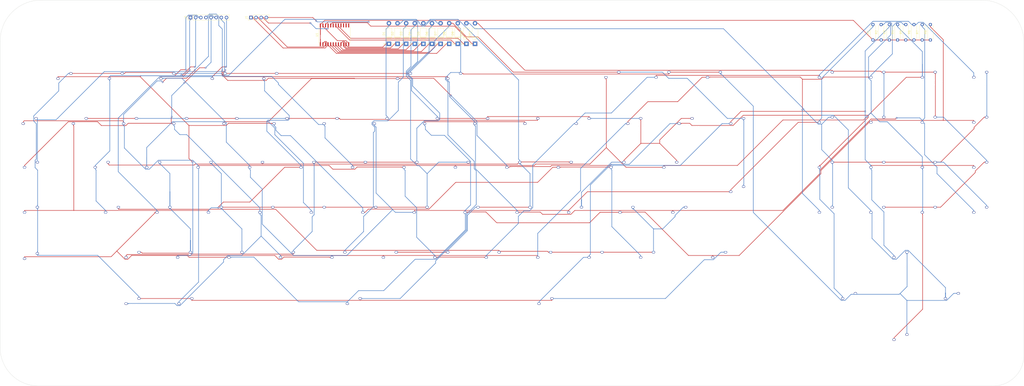
<source format=kicad_pcb>
(kicad_pcb (version 20221018) (generator pcbnew)
  (layers (0 "F.Cu" signal) (31 "B.Cu" signal) (34 "B.Paste" user) (35 "F.Paste" user) (36 "B.SilkS" user "B.Silkscreen") (37 "F.SilkS" user "F.Silkscreen") (38 "B.Mask" user) (39 "F.Mask" user) (44 "Edge.Cuts" user))
  (net 0 "")
  (net 1 "Net-(D1-K)")
  (net 2 "Net-(D1-A)")
  (net 3 "Net-(D2-K)")
  (net 4 "Net-(D2-A)")
  (net 5 "Net-(D3-K)")
  (net 6 "Net-(D3-A)")
  (net 7 "Net-(D4-K)")
  (net 8 "Net-(D4-A)")
  (net 9 "Net-(D5-K)")
  (net 10 "Net-(D5-A)")
  (net 11 "Net-(D6-K)")
  (net 12 "Net-(D6-A)")
  (net 13 "Net-(D7-K)")
  (net 14 "Net-(D7-A)")
  (net 15 "Net-(D8-K)")
  (net 16 "Net-(D8-A)")
  (net 17 "Net-(D9-K)")
  (net 18 "Net-(D9-A)")
  (net 19 "Net-(D10-K)")
  (net 20 "Net-(D10-A)")
  (net 21 "Net-(D11-K)")
  (net 22 "Net-(D11-A)")
  (net 23 "VCC")
  (net 24 "/Y0")
  (net 25 "/Y1")
  (net 26 "/Y2")
  (net 27 "/Y3")
  (net 28 "/X7")
  (net 29 "/X6")
  (net 30 "/X5")
  (net 31 "/X4")
  (net 32 "/X3")
  (net 33 "/X2")
  (net 34 "GND")
  (net 40 "/X1")
  (net 41 "/X0")
  (footprint "1-Keyboard:CherryMX_1.25U" (layer "F.Cu") (at 259.8903 178.2171)
    (fp_text reference "SW_J1")
    (fp_text value "SW_Push_45deg")
  )
  (footprint "1-Keyboard:CherryMX_1.25U" (layer "F.Cu") (at 331.0103 155.9921)
    (fp_text reference "SW_P1")
    (fp_text value "SW_Push_45deg")
  )
  (footprint "1-Keyboard:CherryMX_1.25U" (layer "F.Cu") (at 295.4503 200.4421)
    (fp_text reference "SW_LT1")
    (fp_text value "SW_Push_45deg")
  )
  (footprint "Diode_THT:D_DO-41_SOD81_P10.16mm_Horizontal" (layer "F.Cu") (at 277.5753 92.4921 90)
    (fp_text reference "D9")
    (fp_text value "1N4001")
  )
  (footprint "1-Keyboard:CherryMX_1.25U" (layer "F.Cu") (at 66.8503 134.4021)
    (fp_text reference "SW_ESC1")
    (fp_text value "SW_Push_45deg")
  )
  (footprint "1-Keyboard:CherryMX_1.25U" (layer "F.Cu") (at 107.4903 178.2171)
    (fp_text reference "SW_A1")
    (fp_text value "SW_Push_45deg")
  )
  (footprint "1-Keyboard:CherryMX_1.25U" (layer "F.Cu") (at 321.4853 223.3021)
    (fp_text reference "SW_KANA1")
    (fp_text value "SW_Push_45deg")
  )
  (footprint "1-Keyboard:CherryMX_1.25U" (layer "F.Cu") (at 522.1453 220.7621)
    (fp_text reference "SW_RIGHT1")
    (fp_text value "SW_Push_45deg")
  )
  (footprint "1-Keyboard:CherryMX_1.25U" (layer "F.Cu") (at 229.4103 155.9921)
    (fp_text reference "SW_Y1")
    (fp_text value "SW_Push_45deg")
  )
  (footprint "Diode_THT:D_DO-41_SOD81_P10.16mm_Horizontal" (layer "F.Cu") (at 243.5753 92.4921 90)
    (fp_text reference "D1")
    (fp_text value "1N4001")
  )
  (footprint "1-Keyboard:CherryMX_1.25U" (layer "F.Cu") (at 485.3153 155.9921)
    (fp_text reference "SW_T2")
    (fp_text value "SW_Push_45deg")
  )
  (footprint "Resistor_THT:R_Axial_DIN0207_L6.3mm_D2.5mm_P7.62mm_Horizontal" (layer "F.Cu") (at 486.5853 90.5871 90)
    (fp_text reference "R2")
    (fp_text value "R")
  )
  (footprint "Resistor_THT:R_Axial_DIN0207_L6.3mm_D2.5mm_P7.62mm_Horizontal" (layer "F.Cu") (at 490.6353 90.5871 90)
    (fp_text reference "R3")
    (fp_text value "R")
  )
  (footprint "1-Keyboard:CherryMX_1.25U" (layer "F.Cu") (at 158.2903 178.2171)
    (fp_text reference "SW_D1")
    (fp_text value "SW_Push_45deg")
  )
  (footprint "Diode_THT:D_DO-41_SOD81_P10.16mm_Horizontal" (layer "F.Cu") (at 264.8253 92.4921 90)
    (fp_text reference "D6")
    (fp_text value "1N4001")
  )
  (footprint "1-Keyboard:CherryMX_1.25U" (layer "F.Cu") (at 153.2103 155.9921)
    (fp_text reference "SW_E1")
    (fp_text value "SW_Push_45deg")
  )
  (footprint "1-Keyboard:CherryMX_1.25U" (layer "F.Cu") (at 459.9153 133.7671)
    (fp_text reference "SW_T4")
    (fp_text value "SW_Push_45deg")
  )
  (footprint "1-Keyboard:CherryMX_1.25U" (layer "F.Cu") (at 416.1003 134.4021)
    (fp_text reference "SW_BS1")
    (fp_text value "SW_Push_45deg")
  )
  (footprint "1-Keyboard:CherryMX_1.25U" (layer "F.Cu") (at 305.6103 155.9921)
    (fp_text reference "SW_O1")
    (fp_text value "SW_Push_45deg")
  )
  (footprint "1-Keyboard:CherryMX_1.25U" (layer "F.Cu") (at 320.8503 200.4421)
    (fp_text reference "SW_GT1")
    (fp_text value "SW_Push_45deg")
  )
  (footprint "1-Keyboard:CherryMX_1.25U" (layer "F.Cu") (at 390.7003 134.4021)
    (fp_text reference "SW_YEN1")
    (fp_text value "SW_Push_45deg")
  )
  (footprint "Resistor_THT:R_Axial_DIN0207_L6.3mm_D2.5mm_P7.62mm_Horizontal" (layer "F.Cu") (at 498.7353 90.5871 90)
    (fp_text reference "R5")
    (fp_text value "R")
  )
  (footprint "1-Keyboard:CherryMX_1.25U" (layer "F.Cu") (at 485.3153 111.5421)
    (fp_text reference "SW_T8")
    (fp_text value "SW_Push_45deg")
  )
  (footprint "1-Keyboard:CherryMX_1.25U" (layer "F.Cu") (at 240.2053 134.4021)
    (fp_text reference "SW_7")
    (fp_text value "SW_Push_45deg")
  )
  (footprint "Resistor_THT:R_Axial_DIN0207_L6.3mm_D2.5mm_P7.62mm_Horizontal" (layer "F.Cu") (at 502.7853 90.5871 90)
    (fp_text reference "R6")
    (fp_text value "R")
  )
  (footprint "Diode_THT:D_DO-41_SOD81_P10.16mm_Horizontal" (layer "F.Cu") (at 256.3253 92.4921 90)
    (fp_text reference "D4")
    (fp_text value "1N4001")
  )
  (footprint "Diode_THT:D_DO-41_SOD81_P10.16mm_Horizontal" (layer "F.Cu") (at 286.0753 92.4921 90)
    (fp_text reference "D11")
    (fp_text value "1N4001")
  )
  (footprint "1-Keyboard:CherryMX_1.25U" (layer "F.Cu") (at 134.7953 112.1771)
    (fp_text reference "SW_F3")
    (fp_text value "SW_Push_45deg")
  )
  (footprint "1-Keyboard:CherryMX_1.25U" (layer "F.Cu") (at 83.9953 112.1771)
    (fp_text reference "SW_F1")
    (fp_text value "SW_Push_45deg")
  )
  (footprint "1-Keyboard:CherryMX_1.25U" (layer "F.Cu") (at 485.3153 133.7671)
    (fp_text reference "SW_T5")
    (fp_text value "SW_Push_45deg")
  )
  (footprint "1-Keyboard:CherryMX_1.25U" (layer "F.Cu") (at 127.8103 155.9921)
    (fp_text reference "SW_W1")
    (fp_text value "SW_Push_45deg")
  )
  (footprint "1-Keyboard:CherryMX_1.25U" (layer "F.Cu") (at 67.4853 155.9921)
    (fp_text reference "SW_TAB1")
    (fp_text value "SW_Push_45deg")
  )
  (footprint "1-Keyboard:CherryMX_1.25U" (layer "F.Cu") (at 379.2703 111.5421)
    (fp_text reference "SW_INS1")
    (fp_text value "SW_Push_45deg")
  )
  (footprint "1-Keyboard:CherryMX_1.25U" (layer "F.Cu") (at 91.6153 134.4021)
    (fp_text reference "SW_1")
    (fp_text value "SW_Push_45deg")
  )
  (footprint "1-Keyboard:CherryMX_1.25U" (layer "F.Cu") (at 310.6903 178.2171)
    (fp_text reference "SW_L1")
    (fp_text value "SW_Push_45deg")
  )
  (footprint "1-Keyboard:CherryMX_1.25U" (layer "F.Cu") (at 510.7153 178.2171)
    (fp_text reference "SW_TCOMMA1")
    (fp_text value "SW_Push_45deg")
  )
  (footprint "1-Keyboard:CherryMX_1.25U" (layer "F.Cu") (at 339.9003 134.4021)
    (fp_text reference "SW_MINUS1")
    (fp_text value "SW_Push_45deg")
  )
  (footprint "1-Keyboard:CherryMX_1.25U" (layer "F.Cu") (at 178.6103 155.9921)
    (fp_text reference "SW_R1")
    (fp_text value "SW_Push_45deg")
  )
  (footprint "1-Keyboard:CherryMX_1.25U" (layer "F.Cu") (at 226.8703 223.3021)
    (fp_text reference "SW_SPC1")
    (fp_text value "SW_Push_45deg")
  )
  (footprint "Connector_PinHeader_2.54mm:PinHeader_1x08_P2.54mm_Vertical" (layer "F.Cu") (at 145.6055 79.502 90)
    (fp_text reference "J2")
    (fp_text value "Conn_01x08_Pin")
  )
  (footprint "Diode_THT:D_DO-41_SOD81_P10.16mm_Horizontal" (layer "F.Cu") (at 269.0753 92.4921 90)
    (fp_text reference "D7")
    (fp_text value "1N4001")
  )
  (footprint "1-Keyboard:CherryMX_1.25U" (layer "F.Cu") (at 536.1153 111.5421)
    (fp_text reference "SW_TSLASH1")
    (fp_text value "SW_Push_45deg")
  )
  (footprint "1-Keyboard:CherryMX_1.25U" (layer "F.Cu") (at 183.6903 178.2171)
    (fp_text reference "SW_F6")
    (fp_text value "SW_Push_45deg")
  )
  (footprint "1-Keyboard:CherryMX_1.25U" (layer "F.Cu") (at 141.1453 134.4021)
    (fp_text reference "SW_3")
    (fp_text value "SW_Push_45deg")
  )
  (footprint "1-Keyboard:CherryMX_1.25U" (layer "F.Cu") (at 276.4003 112.1771)
    (fp_text reference "SW_CLS1")
    (fp_text value "SW_Push_45deg")
  )
  (footprint "1-Keyboard:CherryMX_1.25U" (layer "F.Cu") (at 365.3003 134.4021)
    (fp_text reference "SW_HAT1")
    (fp_text value "SW_Push_45deg")
  )
  (footprint "1-Keyboard:CherryMX_1.25U" (layer "F.Cu") (at 280.2103 155.9921)
    (fp_text reference "SW_I1")
    (fp_text value "SW_Push_45deg")
  )
  (footprint "1-Keyboard:CherryMX_1.25U" (layer "F.Cu") (at 234.4903 178.2171)
    (fp_text reference "SW_H1")
    (fp_text value "SW_Push_45deg")
  )
  (footprint "1-Keyboard:CherryMX_1.25U" (layer "F.Cu") (at 387.5253 178.2171)
    (fp_text reference "SW_RBRAC1")
    (fp_text value "SW_Push_45deg")
  )
  (footprint "1-Keyboard:CherryMX_1.25U" (layer "F.Cu") (at 67.4853 178.2171)
    (fp_text reference "SW_CTRL1")
    (fp_text value "SW_Push_45deg")
  )
  (footprint "1-Keyboard:CherryMX_1.25U" (layer "F.Cu") (at 270.0503 200.4421)
    (fp_text reference "SW_M1")
    (fp_text value "SW_Push_45deg")
  )
  (footprint "1-Keyboard:CherryMX_1.25U" (layer "F.Cu") (at 143.0503 200.4421)
    (fp_text reference "SW_X1")
    (fp_text value "SW_Push_45deg")
  )
  (footprint "1-Keyboard:CherryMX_1.25U" (layer "F.Cu") (at 143.6853 223.3021)
    (fp_text reference "SW_GRP1")
    (fp_text value "SW_Push_45deg")
  )
  (footprint "1-Keyboard:CherryMX_1.25U" (layer "F.Cu") (at 314.5003 134.4021)
    (fp_text reference "SW_0")
    (fp_text value "SW_Push_45deg")
  )
  (footprint "1-Keyboard:CherryMX_1.25U" (layer "F.Cu") (at 354.5053 111.5421)
    (fp_text reference "SW_SEL1")
    (fp_text value "SW_Push_45deg")
  )
  (footprint "1-Keyboard:CherryMX_1.25U" (layer "F.Cu") (at 361.4903 178.2171)
    (fp_text reference "SW_ASTA1")
    (fp_text value "SW_Push_45deg")
  )
  (footprint "1-Keyboard:CherryMX_1.25U" (layer "F.Cu") (at 459.9153 155.9921)
    (fp_text reference "SW_T1")
    (fp_text value "SW_Push_45deg")
  )
  (footprint "1-Keyboard:CherryMX_1.25U" (layer "F.Cu") (at 404.6703 111.5421)
    (fp_text reference "SW_DEL1")
    (fp_text value "SW_Push_45deg")
  )
  (footprint "1-Keyboard:CherryMX_1.25U" (layer "F.Cu") (at 459.9153 178.2171)
    (fp_text reference "SW_T0")
    (fp_text value "SW_Push_45deg")
  )
  (footprint "1-Keyboard:CherryMX_1.25U" (layer "F.Cu") (at 254.8103 155.9921)
    (fp_text reference "SW_U1")
    (fp_text value "SW_Push_45deg")
  )
  (footprint "Diode_THT:D_DO-41_SOD81_P10.16mm_Horizontal" (layer "F.Cu") (at 260.5753 92.4921 90)
    (fp_text reference "D5")
    (fp_text value "1N4001")
  )
  (footprint "1-Keyboard:CherryMX_1.25U" (layer "F.Cu") (at 251.6353 112.1771)
    (fp_text reference "SW_STOP1")
    (fp_text value "SW_Push_45deg")
  )
  (footprint "Diode_THT:D_DO-41_SOD81_P10.16mm_Horizontal" (layer "F.Cu") (at 252.0753 92.4921 90)
    (fp_text reference "D3")
    (fp_text value "1N4001")
  )
  (footprint "1-Keyboard:CherryMX_1.25U" (layer "F.Cu") (at 193.8503 200.4421)
    (fp_text reference "SW_V1")
    (fp_text value "SW_Push_45deg")
  )
  (footprint "1-Keyboard:CherryMX_1.25U" (layer "F.Cu") (at 219.2503 200.4421)
    (fp_text reference "SW_B1")
    (fp_text value "SW_Push_45deg")
  )
  (footprint "1-Keyboard:CherryMX_1.25U" (layer "F.Cu") (at 485.3153 178.2171)
    (fp_text reference "SW_TDOT1")
    (fp_text value "SW_Push_45deg")
  )
  (footprint "Package_SO:SOP-24_7.5x15.4mm_P1.27mm" (layer "F.Cu") (at 216.7103 88.0471 90)
    (fp_text reference "U1")
    (fp_text value "4515")
  )
  (footprint "1-Keyboard:CherryMX_1.25U" (layer "F.Cu") (at 536.1153 133.7671)
    (fp_text reference "SW_TASTA1")
    (fp_text value "SW_Push_45deg")
  )
  (footprint "1-Keyboard:CherryMX_1.25U" (layer "F.Cu") (at 168.4503 200.4421)
    (fp_text reference "SW_C1")
    (fp_text value "SW_Push_45deg")
  )
  (footprint "1-Keyboard:CherryMX_1.25U" (layer "F.Cu") (at 165.9103 134.4021)
    (fp_text reference "SW_4")
    (fp_text value "SW_Push_45deg")
  )
  (footprint "1-Keyboard:CherryMX_1.25U" (layer "F.Cu") (at 132.8903 178.2171)
    (fp_text reference "SW_S1")
    (fp_text value "SW_Push_45deg")
  )
  (footprint "1-Keyboard:CherryMX_1.25U" (layer "F.Cu") (at 471.3453 220.7621)
    (fp_text reference "SW_LEFT1")
    (fp_text value "SW_Push_45deg")
  )
  (footprint "1-Keyboard:CherryMX_1.25U" (layer "F.Cu") (at 510.7153 155.9921)
    (fp_text reference "SW_T3")
    (fp_text value "SW_Push_45deg")
  )
  (footprint "1-Keyboard:CherryMX_1.25U" (layer "F.Cu") (at 67.4853 201.0771)
    (fp_text reference "SW_SFT1")
    (fp_text value "SW_Push_45deg")
  )
  (footprint "1-Keyboard:CherryMX_1.25U" (layer "F.Cu") (at 510.7153 133.7671)
    (fp_text reference "SW_T6")
    (fp_text value "SW_Push_45deg")
  )
  (footprint "Diode_THT:D_DO-41_SOD81_P10.16mm_Horizontal" (layer "F.Cu") (at 273.3253 92.4921 90)
    (fp_text reference "D8")
    (fp_text value "1N4001")
  )
  (footprint "1-Keyboard:CherryMX_1.25U" (layer "F.Cu") (at 244.6503 200.4421)
    (fp_text reference "SW_N1")
    (fp_text value "SW_Push_45deg")
  )
  (footprint "1-Keyboard:CherryMX_1.25U" (layer "F.Cu") (at 102.4103 155.9921)
    (fp_text reference "SW_Q1")
    (fp_text value "SW_Push_45deg")
  )
  (footprint "1-Keyboard:CherryMX_1.25U" (layer "F.Cu") (at 496.7453 200.4421)
    (fp_text reference "SW_UP1")
    (fp_text value "SW_Push_45deg")
  )
  (footprint "1-Keyboard:CherryMX_1.25U" (layer "F.Cu") (at 204.0103 155.9921)
    (fp_text reference "SW_T10")
    (fp_text value "SW_Push_45deg")
  )
  (footprint "1-Keyboard:CherryMX_1.25U" (layer "F.Cu") (at 346.2503 200.4421)
    (fp_text reference "SW_SLASH1")
    (fp_text value "SW_Push_45deg")
  )
  (footprint "1-Keyboard:CherryMX_1.25U" (layer "F.Cu") (at 190.6753 134.4021)
    (fp_text reference "SW_5")
    (fp_text value "SW_Push_45deg")
  )
  (footprint "1-Keyboard:CherryMX_1.25U" (layer "F.Cu") (at 536.1153 155.9921)
    (fp_text reference "SW_TMINUS1")
    (fp_text value "SW_Push_45deg")
  )
  (footprint "Diode_THT:D_DO-41_SOD81_P10.16mm_Horizontal" (layer "F.Cu") (at 281.8253 92.4921 90)
    (fp_text reference "D10")
    (fp_text value "1N4001")
  )
  (footprint "1-Keyboard:CherryMX_1.25U" (layer "F.Cu") (at 407.2103 200.4421)
    (fp_text reference "SW_SFT2")
    (fp_text value "SW_Push_45deg")
  )
  (footprint "Resistor_THT:R_Axial_DIN0207_L6.3mm_D2.5mm_P7.62mm_Horizontal" (layer "F.Cu") (at 510.8853 90.5871 90)
    (fp_text reference "R8")
    (fp_text value "R")
  )
  (footprint "1-Keyboard:CherryMX_1.25U" (layer "F.Cu") (at 116.3803 134.4021)
    (fp_text reference "SW_2")
    (fp_text value "SW_Push_45deg")
  )
  (footprint "1-Keyboard:CherryMX_1.25U" (layer "F.Cu") (at 289.7353 134.4021)
    (fp_text reference "SW_9")
    (fp_text value "SW_Push_45deg")
  )
  (footprint "1-Keyboard:CherryMX_1.25U" (layer "F.Cu") (at 117.6503 200.4421)
    (fp_text reference "SW_Z1")
    (fp_text value "SW_Push_45deg")
  )
  (footprint "Resistor_THT:R_Axial_DIN0207_L6.3mm_D2.5mm_P7.62mm_Horizontal" (layer "F.Cu") (at 482.5353 90.5871 90)
    (fp_text reference "R1")
    (fp_text value "R")
  )
  (footprint "1-Keyboard:CherryMX_1.25U" (layer "F.Cu") (at 109.3953 112.1771)
    (fp_text reference "SW_F2")
    (fp_text value "SW_Push_45deg")
  )
  (footprint "1-Keyboard:CherryMX_1.25U" (layer "F.Cu") (at 536.1153 178.2171)
    (fp_text reference "SW_TPLUS1")
    (fp_text value "SW_Push_45deg")
  )
  (footprint "Diode_THT:D_DO-41_SOD81_P10.16mm_Horizontal" (layer "F.Cu") (at 247.8253 92.4921 90)
    (fp_text reference "D2")
    (fp_text value "1N4001")
  )
  (footprint "1-Keyboard:CherryMX_1.25U" (layer "F.Cu") (at 185.5953 112.1771)
    (fp_text reference "SW_F5")
    (fp_text value "SW_Push_45deg")
  )
  (footprint "Connector_PinHeader_2.54mm:PinHeader_1x04_P2.54mm_Vertical" (layer "F.Cu") (at 175.4505 79.502 90)
    (fp_text reference "J1")
    (fp_text value "Conn_01x04_Pin")
  )
  (footprint "1-Keyboard:CherryMX_1.25U" (layer "F.Cu") (at 383.0803 155.9921)
    (fp_text reference "SW_LBRAC1")
    (fp_text value "SW_Push_45deg")
  )
  (footprint "1-Keyboard:CherryMX_1.25U" (layer "F.Cu") (at 215.4403 134.4021)
    (fp_text reference "SW_6")
    (fp_text value "SW_Push_45deg")
  )
  (footprint "1-Keyboard:CherryMX_1.25U" (layer "F.Cu") (at 510.7153 111.5421)
    (fp_text reference "SW_T9")
    (fp_text value "SW_Push_45deg")
  )
  (footprint "1-Keyboard:CherryMX_1.25U" (layer "F.Cu") (at 416.1003 168.0571)
    (fp_text reference "SW_RET1")
    (fp_text value "SW_Push_45deg")
  )
  (footprint "1-Keyboard:CherryMX_1.25U" (layer "F.Cu") (at 209.0903 178.2171)
    (fp_text reference "SW_G1")
    (fp_text value "SW_Push_45deg")
  )
  (footprint "Resistor_THT:R_Axial_DIN0207_L6.3mm_D2.5mm_P7.62mm_Horizontal" (layer "F.Cu") (at 506.8353 90.5871 90)
    (fp_text reference "R7")
    (fp_text value "R")
  )
  (footprint "1-Keyboard:CherryMX_1.25U" (layer "F.Cu") (at 357.0453 155.9921)
    (fp_text reference "SW_AT1")
    (fp_text value "SW_Push_45deg")
  )
  (footprint "1-Keyboard:CherryMX_1.25U" (layer "F.Cu") (at 371.6503 200.4421)
    (fp_text reference "SW_UBAR1")
    (fp_text value "SW_Push_45deg")
  )
  (footprint "1-Keyboard:CherryMX_1.25U" (layer "F.Cu") (at 264.9703 134.4021)
    (fp_text reference "SW_8")
    (fp_text value "SW_Push_45deg")
  )
  (footprint "1-Keyboard:CherryMX_1.25U" (layer "F.Cu") (at 459.9153 111.5421)
    (fp_text reference "SW_T7")
    (fp_text value "SW_Push_45deg")
  )
  (footprint "1-Keyboard:CherryMX_1.25U" (layer "F.Cu") (at 336.0903 178.2171)
    (fp_text reference "SW_PLUS1")
    (fp_text value "SW_Push_45deg")
  )
  (footprint "Resistor_THT:R_Axial_DIN0207_L6.3mm_D2.5mm_P7.62mm_Horizontal" (layer "F.Cu") (at 494.6853 90.5871 90)
    (fp_text reference "R4")
    (fp_text value "R")
  )
  (footprint "1-Keyboard:CherryMX_1.25U" (layer "F.Cu") (at 160.1953 112.1771)
    (fp_text reference "SW_F4")
    (fp_text value "SW_Push_45deg")
  )
  (footprint "1-Keyboard:CherryMX_1.25U" (layer "F.Cu") (at 284.9903 178.2171)
    (fp_text reference "SW_K1")
    (fp_text value "SW_Push_45deg")
  )
  (footprint "1-Keyboard:CherryMX_1.25U" (layer "F.Cu") (at 117.6503 223.3021)
    (fp_text reference "SW_CAPS1")
    (fp_text value "SW_Push_45deg")
  )
  (footprint "1-Keyboard:CherryMX_1.25U" (layer "F.Cu") (at 496.7453 241.0821)
    (fp_text reference "SW_DOWN1")
    (fp_text value "SW_Push_45deg")
  )
  (gr_arc (start 70.6603 261.4021) (mid 57.189916 255.822484) (end 51.6103 242.3521) (stroke (width 0.1)) (layer "Edge.Cuts"))
  (gr_line (start 71.9303 70.9021) (end 536.1153 70.9021) (stroke (width 0.1)) (layer "Edge.Cuts"))
  (gr_line (start 70.6603 261.4021) (end 541.8303 261.4021) (stroke (width 0.1)) (layer "Edge.Cuts"))
  (gr_arc (start 536.1153 70.9021) (mid 550.725556 76.835368) (end 557.06222 91.275241) (stroke (width 0.1)) (layer "Edge.Cuts"))
  (gr_arc (start 557.0703 246.1621) (mid 552.606607 256.938407) (end 541.8303 261.4021) (stroke (width 0.1)) (layer "Edge.Cuts"))
  (gr_arc (start 51.6103 91.2221) (mid 57.56189 76.85369) (end 71.9303 70.9021) (stroke (width 0.1)) (layer "Edge.Cuts"))
  (gr_line (start 557.06222 91.275241) (end 557.0703 246.1621) (stroke (width 0.1)) (layer "Edge.Cuts"))
  (gr_line (start 51.6103 91.2221) (end 51.6103 242.3521) (stroke (width 0.1)) (layer "Edge.Cuts"))
  (segment (start 222.4253 92.8947) (end 222.4253 92.6971) (width 0.25) (layer "F.Cu") (net 1))
  (segment (start 222.425 92.895) (end 222.425 93.0929) (width 0.25) (layer "F.Cu") (net 1))
  (segment (start 223.397 94.0644) (end 240.578 94.0644) (width 0.25) (layer "F.Cu") (net 1))
  (segment (start 222.425 92.6971) (end 222.425 92.895) (width 0.25) (layer "F.Cu") (net 1))
  (segment (start 240.578 94.0644) (end 242.15 92.4921) (width 0.25) (layer "F.Cu") (net 1))
  (segment (start 243.575 92.4921) (end 243.5753 92.4921) (width 0.25) (layer "F.Cu") (net 1))
  (segment (start 242.15 92.4921) (end 243.575 92.4921) (width 0.25) (layer "F.Cu") (net 1))
  (segment (start 222.425 92.895) (end 222.4253 92.8947) (width 0.25) (layer "F.Cu") (net 1))
  (segment (start 222.425 93.0929) (end 223.397 94.0644) (width 0.25) (layer "F.Cu") (net 1))
  (segment (start 317.04 129.7845) (end 317.04 129.322) (width 0.25) (layer "F.Cu") (net 2))
  (segment (start 168.45 129.322) (end 143.6854 129.322) (width 0.25) (layer "F.Cu") (net 2))
  (segment (start 193.2153 129.322) (end 219.105 129.322) (width 0.25) (layer "F.Cu") (net 2))
  (segment (start 118.92 129.322) (end 94.1554 129.322) (width 0.25) (layer "F.Cu") (net 2))
  (segment (start 242.745 129.785) (end 243.208 130.247) (width 0.25) (layer "F.Cu") (net 2))
  (segment (start 219.1049 129.3221) (end 219.105 129.322) (width 0.25) (layer "F.Cu") (net 2))
  (segment (start 94.1554 129.322) (end 94.1553 129.322) (width 0.25) (layer "F.Cu") (net 2))
  (segment (start 243.208 130.247) (end 317.04 130.247) (width 0.25) (layer "F.Cu") (net 2))
  (segment (start 143.6854 129.322) (end 143.685 129.322) (width 0.25) (layer "F.Cu") (net 2))
  (segment (start 242.7453 129.5532) (end 242.7453 129.3221) (width 0.25) (layer "F.Cu") (net 2))
  (segment (start 193.215 129.322) (end 193.2153 129.322) (width 0.25) (layer "F.Cu") (net 2))
  (segment (start 317.04 130.247) (end 317.04 129.7845) (width 0.25) (layer "F.Cu") (net 2))
  (segment (start 168.4501 129.3221) (end 168.45 129.322) (width 0.25) (layer "F.Cu") (net 2))
  (segment (start 217.9803 129.3221) (end 219.1049 129.3221) (width 0.25) (layer "F.Cu") (net 2))
  (segment (start 143.6854 129.322) (end 143.6853 129.3221) (width 0.25) (layer "F.Cu") (net 2))
  (segment (start 317.0403 129.7842) (end 317.0403 129.3221) (width 0.25) (layer "F.Cu") (net 2))
  (segment (start 242.745 129.5535) (end 242.7453 129.5532) (width 0.25) (layer "F.Cu") (net 2))
  (segment (start 193.2153 129.3221) (end 193.2153 129.322) (width 0.25) (layer "F.Cu") (net 2))
  (segment (start 219.105 129.322) (end 219.568 129.785) (width 0.25) (layer "F.Cu") (net 2))
  (segment (start 118.92 129.322) (end 118.9202 129.322) (width 0.25) (layer "F.Cu") (net 2))
  (segment (start 242.745 129.322) (end 242.745 129.5535) (width 0.25) (layer "F.Cu") (net 2))
  (segment (start 242.745 129.5535) (end 242.745 129.785) (width 0.25) (layer "F.Cu") (net 2))
  (segment (start 94.1554 129.322) (end 94.1553 129.3221) (width 0.25) (layer "F.Cu") (net 2))
  (segment (start 219.568 129.785) (end 242.745 129.785) (width 0.25) (layer "F.Cu") (net 2))
  (segment (start 168.4503 129.3221) (end 168.4501 129.3221) (width 0.25) (layer "F.Cu") (net 2))
  (segment (start 118.9202 129.322) (end 118.9203 129.3221) (width 0.25) (layer "F.Cu") (net 2))
  (segment (start 317.04 129.7845) (end 317.0403 129.7842) (width 0.25) (layer "F.Cu") (net 2))
  (segment (start 243.575 82.3321) (end 243.575 83.0446) (width 0.25) (layer "B.Cu") (net 2))
  (segment (start 143.685 129.322) (end 143.6852 129.322) (width 0.25) (layer "B.Cu") (net 2))
  (segment (start 118.9203 129.3221) (end 118.9203 129.322) (width 0.25) (layer "B.Cu") (net 2))
  (segment (start 242.7453 129.3221) (end 242.7451 129.3221) (width 0.25) (layer "B.Cu") (net 2))
  (segment (start 242.7451 129.3221) (end 242.745 129.322) (width 0.25) (layer "B.Cu") (net 2))
  (segment (start 193.215 129.322) (end 168.4503 129.322) (width 0.25) (layer "B.Cu") (net 2))
  (segment (start 193.2153 129.3221) (end 193.2151 129.3221) (width 0.25) (layer "B.Cu") (net 2))
  (segment (start 168.4503 129.322) (end 168.45 129.322) (width 0.25) (layer "B.Cu") (net 2))
  (segment (start 243.5753 83.0443) (end 243.5753 82.3321) (width 0.25) (layer "B.Cu") (net 2))
  (segment (start 168.4503 129.3221) (end 168.4503 129.322) (width 0.25) (layer "B.Cu") (net 2))
  (segment (start 242.745 128.397) (end 242.745 129.322) (width 0.25) (layer "B.Cu") (net 2))
  (segment (start 143.685 129.322) (end 118.9203 129.322) (width 0.25) (layer "B.Cu") (net 2))
  (segment (start 243.575 83.0446) (end 243.575 83.7572) (width 0.25) (layer "B.Cu") (net 2))
  (segment (start 243.575 83.7572) (end 242.15 85.1824) (width 0.25) (layer "B.Cu") (net 2))
  (segment (start 193.2151 129.3221) (end 193.215 129.322) (width 0.25) (layer "B.Cu") (net 2))
  (segment (start 242.15 85.1824) (end 242.15 127.802) (width 0.25) (layer "B.Cu") (net 2))
  (segment (start 242.15 127.802) (end 242.745 128.397) (width 0.25) (layer "B.Cu") (net 2))
  (segment (start 243.575 83.0446) (end 243.5753 83.0443) (width 0.25) (layer "B.Cu") (net 2))
  (segment (start 143.6852 129.322) (end 143.6853 129.3221) (width 0.25) (layer "B.Cu") (net 2))
  (segment (start 118.9203 129.322) (end 118.92 129.322) (width 0.25) (layer "B.Cu") (net 2))
  (segment (start 219.885 92.4688) (end 219.8853 92.4691) (width 0.25) (layer "F.Cu") (net 3))
  (segment (start 246.4 92.4921) (end 247.825 92.4921) (width 0.25) (layer "F.Cu") (net 3))
  (segment (start 221.776 91.6197) (end 221.776 93.7317) (width 0.25) (layer "F.Cu") (net 3))
  (segment (start 221.776 93.7317) (end 222.558 94.5146) (width 0.25) (layer "F.Cu") (net 3))
  (segment (start 222.558 94.5146) (end 244.378 94.5146) (width 0.25) (layer "F.Cu") (net 3))
  (segment (start 221.51 91.354) (end 221.776 91.6197) (width 0.25) (layer "F.Cu") (net 3))
  (segment (start 220.772 91.354) (end 221.51 91.354) (width 0.25) (layer "F.Cu") (net 3))
  (segment (start 219.8853 92.4691) (end 219.8853 92.6971) (width 0.25) (layer "F.Cu") (net 3))
  (segment (start 244.378 94.5146) (end 246.4 92.4921) (width 0.25) (layer "F.Cu") (net 3))
  (segment (start 219.885 92.2405) (end 220.772 91.354) (width 0.25) (layer "F.Cu") (net 3))
  (segment (start 219.885 92.4688) (end 219.885 92.2405) (width 0.25) (layer "F.Cu") (net 3))
  (segment (start 219.885 92.6971) (end 219.885 92.4688) (width 0.25) (layer "F.Cu") (net 3))
  (segment (start 247.825 92.4921) (end 247.8253 92.4921) (width 0.25) (layer "F.Cu") (net 3))
  (segment (start 367.8403 129.7842) (end 367.8403 129.3221) (width 0.25) (layer "F.Cu") (net 4))
  (segment (start 292.275 128.8595) (end 292.275 129.322) (width 0.25) (layer "F.Cu") (net 4))
  (segment (start 367.84 130.247) (end 367.936 130.343) (width 0.25) (layer "F.Cu") (net 4))
  (segment (start 267.5104 129.322) (end 267.51 129.322) (width 0.25) (layer "F.Cu") (net 4))
  (segment (start 367.84 129.7845) (end 367.84 130.247) (width 0.25) (layer "F.Cu") (net 4))
  (segment (start 385.62 149.987) (end 385.62 150.912) (width 0.25) (layer "F.Cu") (net 4))
  (segment (start 393.24 129.322) (end 393.2402 129.322) (width 0.25) (layer "F.Cu") (net 4))
  (segment (start 367.84 129.322) (end 367.84 129.7845) (width 0.25) (layer "F.Cu") (net 4))
  (segment (start 367.936 141.636) (end 377.27 141.636) (width 0.25) (layer "F.Cu") (net 4))
  (segment (start 292.2753 128.8598) (end 292.2753 129.3221) (width 0.25) (layer "F.Cu") (net 4))
  (segment (start 359.5853 150.9121) (end 359.5851 150.9121) (width 0.25) (layer "F.Cu") (net 4))
  (segment (start 377.27 139.932) (end 387.88 129.322) (width 0.25) (layer "F.Cu") (net 4))
  (segment (start 377.27 141.636) (end 385.62 149.987) (width 0.25) (layer "F.Cu") (net 4))
  (segment (start 385.6201 150.9121) (end 385.62 150.912) (width 0.25) (layer "F.Cu") (net 4))
  (segment (start 367.84 129.7845) (end 367.8403 129.7842) (width 0.25) (layer "F.Cu") (net 4))
  (segment (start 377.27 141.636) (end 377.27 139.932) (width 0.25) (layer "F.Cu") (net 4))
  (segment (start 292.275 128.8595) (end 292.2753 128.8598) (width 0.25) (layer "F.Cu") (net 4))
  (segment (start 385.6203 150.9121) (end 385.6201 150.9121) (width 0.25) (layer "F.Cu") (net 4))
  (segment (start 359.585 149.987) (end 359.585 150.912) (width 0.25) (layer "F.Cu") (net 4))
  (segment (start 393.2402 129.322) (end 393.2403 129.3221) (width 0.25) (layer "F.Cu") (net 4))
  (segment (start 342.4403 129.3221) (end 342.4401 129.3221) (width 0.25) (layer "F.Cu") (net 4))
  (segment (start 342.44 129.322) (end 342.44 128.397) (width 0.25) (layer "F.Cu") (net 4))
  (segment (start 267.5104 129.322) (end 267.5103 129.3221) (width 0.25) (layer "F.Cu") (net 4))
  (segment (start 367.936 130.343) (end 367.936 141.636) (width 0.25) (layer "F.Cu") (net 4))
  (segment (start 292.275 128.397) (end 292.275 128.8595) (width 0.25) (layer "F.Cu") (net 4))
  (segment (start 342.4401 129.3221) (end 342.44 129.322) (width 0.25) (layer "F.Cu") (net 4))
  (segment (start 367.936 141.636) (end 359.585 149.987) (width 0.25) (layer "F.Cu") (net 4))
  (segment (start 359.5851 150.9121) (end 359.585 150.912) (width 0.25) (layer "F.Cu") (net 4))
  (segment (start 387.88 129.322) (end 393.24 129.322) (width 0.25) (layer "F.Cu") (net 4))
  (segment (start 292.275 129.322) (end 267.5104 129.322) (width 0.25) (layer "F.Cu") (net 4))
  (segment (start 342.44 128.397) (end 292.275 128.397) (width 0.25) (layer "F.Cu") (net 4))
  (segment (start 353.519 150.912) (end 338.63 165.8) (width 0.25) (layer "B.Cu") (net 4))
  (segment (start 338.63 165.8) (end 338.63 169.4685) (width 0.25) (layer "B.Cu") (net 4))
  (segment (start 338.63 169.4685) (end 338.6303 169.4688) (width 0.25) (layer "B.Cu") (net 4))
  (segment (start 338.6303 169.4688) (end 338.6303 173.1371) (width 0.25) (layer "B.Cu") (net 4))
  (segment (start 247.8253 82.3321) (end 249.25 82.3321) (width 0.25) (layer "B.Cu") (net 4))
  (segment (start 267.51 128.8595) (end 267.5103 128.8598) (width 0.25) (layer "B.Cu") (net 4))
  (segment (start 367.84 129.322) (end 367.8402 129.322) (width 0.25) (layer "B.Cu") (net 4))
  (segment (start 267.51 128.397) (end 267.51 128.8595) (width 0.25) (layer "B.Cu") (net 4))
  (segment (start 249.25 82.3321) (end 250.718 80.8642) (width 0.25) (layer "B.Cu") (net 4))
  (segment (start 254.754 115.64) (end 267.51 128.397) (width 0.25) (layer "B.Cu") (net 4))
  (segment (start 342.4404 129.322) (end 367.84 129.322) (width 0.25) (layer "B.Cu") (net 4))
  (segment (start 267.5103 128.8598) (end 267.5103 129.3221) (width 0.25) (layer "B.Cu") (net 4))
  (segment (start 256.896 80.8642) (end 257.755 81.7236) (width 0.25) (layer "B.Cu") (net 4))
  (segment (start 342.44 129.322) (end 342.4404 129.322) (width 0.25) (layer "B.Cu") (net 4))
  (segment (start 359.5852 150.912) (end 359.5853 150.9121) (width 0.25) (layer "B.Cu") (net 4))
  (segment (start 250.718 80.8642) (end 256.896 80.8642) (width 0.25) (layer "B.Cu") (net 4))
  (segment (start 252.576 106.394) (end 252.576 107.702) (width 0.25) (layer "B.Cu") (net 4))
  (segment (start 367.8402 129.322) (end 367.8403 129.3221) (width 0.25) (layer "B.Cu") (net 4))
  (segment (start 257.755 101.216) (end 252.576 106.394) (width 0.25) (layer "B.Cu") (net 4))
  (segment (start 342.4404 129.322) (end 342.4403 129.3221) (width 0.25) (layer "B.Cu") (net 4))
  (segment (start 359.585 150.912) (end 359.5852 150.912) (width 0.25) (layer "B.Cu") (net 4))
  (segment (start 359.585 150.912) (end 353.519 150.912) (width 0.25) (layer "B.Cu") (net 4))
  (segment (start 267.51 128.8595) (end 267.51 129.322) (width 0.25) (layer "B.Cu") (net 4))
  (segment (start 338.63 169.4685) (end 338.63 173.137) (width 0.25) (layer "B.Cu") (net 4))
  (segment (start 252.576 107.702) (end 254.754 109.879) (width 0.25) (layer "B.Cu") (net 4))
  (segment (start 247.825 82.3321) (end 247.8253 82.3321) (width 0.25) (layer "B.Cu") (net 4))
  (segment (start 254.754 109.879) (end 254.754 115.64) (width 0.25) (layer "B.Cu") (net 4))
  (segment (start 257.755 81.7236) (end 257.755 101.216) (width 0.25) (layer "B.Cu") (net 4))
  (segment (start 250.65 92.4921) (end 252.075 92.4921) (width 0.25) (layer "F.Cu") (net 5))
  (segment (start 221.155 92.6971) (end 221.155 93.2334) (width 0.25) (layer "F.Cu") (net 5))
  (segment (start 221.155 93.2334) (end 221.155 93.7697) (width 0.25) (layer "F.Cu") (net 5))
  (segment (start 221.155 93.7697) (end 222.35 94.9647) (width 0.25) (layer "F.Cu") (net 5))
  (segment (start 222.35 94.9647) (end 248.178 94.9647) (width 0.25) (layer "F.Cu") (net 5))
  (segment (start 221.155 93.2334) (end 221.1553 93.2331) (width 0.25) (layer "F.Cu") (net 5))
  (segment (start 221.1553 93.2331) (end 221.1553 92.6971) (width 0.25) (layer "F.Cu") (net 5))
  (segment (start 248.178 94.9647) (end 250.65 92.4921) (width 0.25) (layer "F.Cu") (net 5))
  (segment (start 252.075 92.4921) (end 252.0753 92.4921) (width 0.25) (layer "F.Cu") (net 5))
  (segment (start 348.7903 195.362) (end 374.19 195.362) (width 0.25) (layer "F.Cu") (net 6))
  (segment (start 297.99 195.131) (end 297.99 194.9) (width 0.25) (layer "F.Cu") (net 6))
  (segment (start 374.1903 195.3621) (end 374.1901 195.3621) (width 0.25) (layer "F.Cu") (net 6))
  (segment (start 187.61 174.138) (end 207.909 194.437) (width 0.25) (layer "F.Cu") (net 6))
  (segment (start 110.03 173.5995) (end 110.0303 173.5992) (width 0.25) (layer "F.Cu") (net 6))
  (segment (start 348.7903 195.3621) (end 348.7903 195.362) (width 0.25) (layer "F.Cu") (net 6))
  (segment (start 207.909 194.437) (end 221.79 194.437) (width 0.25) (layer "F.Cu") (net 6))
  (segment (start 297.99 194.437) (end 297.99 194.9) (width 0.25) (layer "F.Cu") (net 6))
  (segment (start 221.79 195.362) (end 221.79 194.437) (width 0.25) (layer "F.Cu") (net 6))
  (segment (start 322.2651 195.3621) (end 322.265 195.362) (width 0.25) (layer "F.Cu") (net 6))
  (segment (start 221.79 194.437) (end 297.99 194.437) (width 0.25) (layer "F.Cu") (net 6))
  (segment (start 297.99 194.9) (end 321.803 194.9) (width 0.25) (layer "F.Cu") (net 6))
  (segment (start 297.9903 195.1313) (end 297.9903 195.3621) (width 0.25) (layer "F.Cu") (net 6))
  (segment (start 110.03 173.5995) (end 110.03 174.062) (width 0.25) (layer "F.Cu") (net 6))
  (segment (start 110.0303 173.5992) (end 110.0303 173.1371) (width 0.25) (layer "F.Cu") (net 6))
  (segment (start 322.265 195.362) (end 348.7903 195.362) (width 0.25) (layer "F.Cu") (net 6))
  (segment (start 323.3903 195.3621) (end 322.2651 195.3621) (width 0.25) (layer "F.Cu") (net 6))
  (segment (start 110.03 174.062) (end 110.106 174.138) (width 0.25) (layer "F.Cu") (net 6))
  (segment (start 297.99 195.362) (end 297.99 195.131) (width 0.25) (layer "F.Cu") (net 6))
  (segment (start 110.106 174.138) (end 187.61 174.138) (width 0.25) (layer "F.Cu") (net 6))
  (segment (start 321.803 194.9) (end 322.265 195.362) (width 0.25) (layer "F.Cu") (net 6))
  (segment (start 297.99 195.131) (end 297.9903 195.1313) (width 0.25) (layer "F.Cu") (net 6))
  (segment (start 110.03 173.137) (end 110.03 173.5995) (width 0.25) (layer "F.Cu") (net 6))
  (segment (start 221.7903 195.3621) (end 221.7901 195.3621) (width 0.25) (layer "F.Cu") (net 6))
  (segment (start 374.1901 195.3621) (end 374.19 195.362) (width 0.25) (layer "F.Cu") (net 6))
  (segment (start 221.7901 195.3621) (end 221.79 195.362) (width 0.25) (layer "F.Cu") (net 6))
  (segment (start 248.212 111.361) (end 248.212 125.405) (width 0.25) (layer "B.Cu") (net 6))
  (segment (start 390.0652 173.137) (end 390.0653 173.1371) (width 0.25) (layer "B.Cu") (net 6))
  (segment (start 374.1901 195.3621) (end 374.19 195.362) (width 0.25) (layer "B.Cu") (net 6))
  (segment (start 235.905 136.274) (end 235.905 172.892) (width 0.25) (layer "B.Cu") (net 6))
  (segment (start 252.075 82.3321) (end 252.075 83.0446) (width 0.25) (layer "B.Cu") (net 6))
  (segment (start 235.905 172.892) (end 231.066 177.731) (width 0.25) (layer "B.Cu") (net 6))
  (segment (start 252.075 83.7572) (end 250.65 85.1823) (width 0.25) (layer "B.Cu") (net 6))
  (segment (start 388.881 173.137) (end 390.065 173.137) (width 0.25) (layer "B.Cu") (net 6))
  (segment (start 374.19 183.858) (end 364.395 174.062) (width 0.25) (layer "B.Cu") (net 6))
  (segment (start 221.79 194.8995) (end 221.79 195.362) (width 0.25) (layer "B.Cu") (net 6))
  (segment (start 374.19 195.362) (end 374.19 183.858) (width 0.25) (layer "B.Cu") (net 6))
  (segment (start 252.075 83.0446) (end 252.0753 83.0443) (width 0.25) (layer "B.Cu") (net 6))
  (segment (start 236.556 135.622) (end 235.905 136.274) (width 0.25) (layer "B.Cu") (net 6))
  (segment (start 374.1903 195.3621) (end 374.1901 195.3621) (width 0.25) (layer "B.Cu") (net 6))
  (segment (start 384.84 177.177) (end 388.881 173.137) (width 0.25) (layer "B.Cu") (net 6))
  (segment (start 236.556 133.614) (end 236.556 135.622) (width 0.25) (layer "B.Cu") (net 6))
  (segment (start 364.0303 173.5992) (end 364.0303 173.1371) (width 0.25) (layer "B.Cu") (net 6))
  (segment (start 250.65 108.922) (end 248.212 111.361) (width 0.25) (layer "B.Cu") (net 6))
  (segment (start 221.79 194.8995) (end 221.7903 194.8998) (width 0.25) (layer "B.Cu") (net 6))
  (segment (start 378.757 183.858) (end 384.84 177.774) (width 0.25) (layer "B.Cu") (net 6))
  (segment (start 235.224 132.282) (end 236.556 133.614) (width 0.25) (layer "B.Cu") (net 6))
  (segment (start 364.03 173.5995) (end 364.03 173.137) (width 0.25) (layer "B.Cu") (net 6))
  (segment (start 252.075 83.0446) (end 252.075 83.7572) (width 0.25) (layer "B.Cu") (net 6))
  (segment (start 364.03 174.062) (end 364.03 173.5995) (width 0.25) (layer "B.Cu") (net 6))
  (segment (start 221.7903 194.8998) (end 221.7903 195.3621) (width 0.25) (layer "B.Cu") (net 6))
  (segment (start 236.173 130.49) (end 235.224 131.439) (width 0.25) (layer "B.Cu") (net 6))
  (segment (start 374.19 183.858) (end 378.757 183.858) (width 0.25) (layer "B.Cu") (net 6))
  (segment (start 235.224 131.439) (end 235.224 132.282) (width 0.25) (layer "B.Cu") (net 6))
  (segment (start 243.126 130.49) (end 236.173 130.49) (width 0.25) (layer "B.Cu") (net 6))
  (segment (start 231.066 185.161) (end 221.79 194.437) (width 0.25) (layer "B.Cu") (net 6))
  (segment (start 250.65 85.1823) (end 250.65 108.922) (width 0.25) (layer "B.Cu") (net 6))
  (segment (start 390.065 173.137) (end 390.0652 173.137) (width 0.25) (layer "B.Cu") (net 6))
  (segment (start 248.212 125.405) (end 243.126 130.49) (width 0.25) (layer "B.Cu") (net 6))
  (segment (start 252.0753 83.0443) (end 252.0753 82.3321) (width 0.25) (layer "B.Cu") (net 6))
  (segment (start 231.066 177.731) (end 231.066 185.161) (width 0.25) (layer "B.Cu") (net 6))
  (segment (start 221.79 194.437) (end 221.79 194.8995) (width 0.25) (layer "B.Cu") (net 6))
  (segment (start 364.03 173.5995) (end 364.0303 173.5992) (width 0.25) (layer "B.Cu") (net 6))
  (segment (start 384.84 177.774) (end 384.84 177.177) (width 0.25) (layer "B.Cu") (net 6))
  (segment (start 364.395 174.062) (end 364.03 174.062) (width 0.25) (layer "B.Cu") (net 6))
  (segment (start 256.325 92.4921) (end 254.9 92.4921) (width 0.25) (layer "F.Cu") (net 7))
  (segment (start 218.615 92.8914) (end 218.6153 92.8911) (width 0.25) (layer "F.Cu") (net 7))
  (segment (start 256.325 92.4921) (end 256.3253 92.4921) (width 0.25) (layer "F.Cu") (net 7))
  (segment (start 220.944 95.4148) (end 218.615 93.0857) (width 0.25) (layer "F.Cu") (net 7))
  (segment (start 218.615 93.0857) (end 218.615 92.8914) (width 0.25) (layer "F.Cu") (net 7))
  (segment (start 218.6153 92.8911) (end 218.6153 92.6971) (width 0.25) (layer "F.Cu") (net 7))
  (segment (start 254.9 92.4921) (end 251.978 95.4148) (width 0.25) (layer "F.Cu") (net 7))
  (segment (start 218.615 92.8914) (end 218.615 92.6971) (width 0.25) (layer "F.Cu") (net 7))
  (segment (start 251.978 95.4148) (end 220.944 95.4148) (width 0.25) (layer "F.Cu") (net 7))
  (segment (start 262.4302 173.137) (end 262.4303 173.1371) (width 0.25) (layer "F.Cu") (net 8))
  (segment (start 262.43 173.137) (end 237.0302 173.137) (width 0.25) (layer "F.Cu") (net 8))
  (segment (start 186.2304 173.137) (end 160.8304 173.137) (width 0.25) (layer "F.Cu") (net 8))
  (segment (start 160.8304 173.137) (end 160.8303 173.1371) (width 0.25) (layer "F.Cu") (net 8))
  (segment (start 186.2304 173.137) (end 186.2303 173.1371) (width 0.25) (layer "F.Cu") (net 8))
  (segment (start 211.6304 173.137) (end 186.2304 173.137) (width 0.25) (layer "F.Cu") (net 8))
  (segment (start 237.0302 173.137) (end 211.6304 173.137) (width 0.25) (layer "F.Cu") (net 8))
  (segment (start 262.43 173.137) (end 262.4302 173.137) (width 0.25) (layer "F.Cu") (net 8))
  (segment (start 211.6304 173.137) (end 211.6303 173.1371) (width 0.25) (layer "F.Cu") (net 8))
  (segment (start 160.8304 173.137) (end 160.83 173.137) (width 0.25) (layer "F.Cu") (net 8))
  (segment (start 237.0302 173.137) (end 237.0303 173.1371) (width 0.25) (layer "F.Cu") (net 8))
  (segment (start 262.43 156.587) (end 262.43 173.137) (width 0.25) (layer "B.Cu") (net 8))
  (segment (start 256.3253 83.0443) (end 256.3253 82.3321) (width 0.25) (layer "B.Cu") (net 8))
  (segment (start 254.26 149.337) (end 257.556 152.632) (width 0.25) (layer "B.Cu") (net 8))
  (segment (start 262.4301 173.1371) (end 262.43 173.137) (width 0.25) (layer "B.Cu") (net 8))
  (segment (start 160.8303 174.062) (end 161.177 174.062) (width 0.25) (layer "B.Cu") (net 8))
  (segment (start 155.75 151.3745) (end 155.7503 151.3742) (width 0.25) (layer "B.Cu") (net 8))
  (segment (start 268.105 150.912) (end 262.43 156.587) (width 0.25) (layer "B.Cu") (net 8))
  (segment (start 258.476 152.632) (end 262.43 156.587) (width 0.25) (layer "B.Cu") (net 8))
  (segment (start 155.75 151.3745) (end 155.75 151.837) (width 0.25) (layer "B.Cu") (net 8))
  (segment (start 256.325 83.0446) (end 256.3253 83.0443) (width 0.25) (layer "B.Cu") (net 8))
  (segment (start 256.325 82.3321) (end 256.325 83.0446) (width 0.25) (layer "B.Cu") (net 8))
  (segment (start 254.45 103.687) (end 252.126 106.011) (width 0.25) (layer "B.Cu") (net 8))
  (segment (start 161.177 174.062) (end 170.99 183.875) (width 0.25) (layer "B.Cu") (net 8))
  (segment (start 252.126 106.011) (end 252.126 108.365) (width 0.25) (layer "B.Cu") (net 8))
  (segment (start 256.325 83.7572) (end 254.45 85.6324) (width 0.25) (layer "B.Cu") (net 8))
  (segment (start 160.83 156.57) (end 160.83 174.062) (width 0.25) (layer "B.Cu") (net 8))
  (segment (start 160.8303 173.1371) (end 160.8303 174.062) (width 0.25) (layer "B.Cu") (net 8))
  (segment (start 160.83 174.062) (end 160.8303 174.062) (width 0.25) (layer "B.Cu") (net 8))
  (segment (start 254.26 110.5) (end 254.26 149.337) (width 0.25) (layer "B.Cu") (net 8))
  (segment (start 170.9903 195.3621) (end 170.9901 195.3621) (width 0.25) (layer "B.Cu") (net 8))
  (segment (start 282.75 150.912) (end 282.7502 150.912) (width 0.25) (layer "B.Cu") (net 8))
  (segment (start 256.325 83.0446) (end 256.325 83.7572) (width 0.25) (layer "B.Cu") (net 8))
  (segment (start 252.126 108.365) (end 254.26 110.5) (width 0.25) (layer "B.Cu") (net 8))
  (segment (start 282.75 150.912) (end 268.105 150.912) (width 0.25) (layer "B.Cu") (net 8))
  (segment (start 155.75 150.912) (end 155.75 151.3745) (width 0.25) (layer "B.Cu") (net 8))
  (segment (start 262.4303 173.1371) (end 262.4301 173.1371) (width 0.25) (layer "B.Cu") (net 8))
  (segment (start 170.99 183.875) (end 170.99 195.362) (width 0.25) (layer "B.Cu") (net 8))
  (segment (start 282.7502 150.912) (end 282.7503 150.9121) (width 0.25) (layer "B.Cu") (net 8))
  (segment (start 155.7503 151.3742) (end 155.7503 150.9121) (width 0.25) (layer "B.Cu") (net 8))
  (segment (start 155.75 151.837) (end 156.097 151.837) (width 0.25) (layer "B.Cu") (net 8))
  (segment (start 254.45 85.6324) (end 254.45 103.687) (width 0.25) (layer "B.Cu") (net 8))
  (segment (start 170.9901 195.3621) (end 170.99 195.362) (width 0.25) (layer "B.Cu") (net 8))
  (segment (start 156.097 151.837) (end 160.83 156.57) (width 0.25) (layer "B.Cu") (net 8))
  (segment (start 257.556 152.632) (end 258.476 152.632) (width 0.25) (layer "B.Cu") (net 8))
  (segment (start 259.15 92.4921) (end 255.777 95.8649) (width 0.25) (layer "F.Cu") (net 9))
  (segment (start 260.575 92.4921) (end 259.15 92.4921) (width 0.25) (layer "F.Cu") (net 9))
  (segment (start 260.575 92.4921) (end 260.5753 92.4921) (width 0.25) (layer "F.Cu") (net 9))
  (segment (start 255.777 95.8649) (end 220.082 95.8649) (width 0.25) (layer "F.Cu") (net 9))
  (segment (start 217.345 92.9128) (end 217.345 92.6971) (width 0.25) (layer "F.Cu") (net 9))
  (segment (start 217.3453 92.9125) (end 217.3453 92.6971) (width 0.25) (layer "F.Cu") (net 9))
  (segment (start 220.082 95.8649) (end 217.345 93.1285) (width 0.25) (layer "F.Cu") (net 9))
  (segment (start 217.345 92.9128) (end 217.3453 92.9125) (width 0.25) (layer "F.Cu") (net 9))
  (segment (start 217.345 93.1285) (end 217.345 92.9128) (width 0.25) (layer "F.Cu") (net 9))
  (segment (start 308.15 150.796) (end 332.31 150.796) (width 0.25) (layer "F.Cu") (net 10))
  (segment (start 308.15 150.854) (end 308.1503 150.8543) (width 0.25) (layer "F.Cu") (net 10))
  (segment (start 306.994 151.837) (end 181.15 151.837) (width 0.25) (layer "F.Cu") (net 10))
  (segment (start 104.95 150.912) (end 104.95 151.3745) (width 0.25) (layer "F.Cu") (net 10))
  (segment (start 181.1503 151.3742) (end 181.1503 150.9121) (width 0.25) (layer "F.Cu") (net 10))
  (segment (start 308.15 150.854) (end 308.15 150.796) (width 0.25) (layer "F.Cu") (net 10))
  (segment (start 333.5502 150.912) (end 333.5503 150.9121) (width 0.25) (layer "F.Cu") (net 10))
  (segment (start 308.15 150.912) (end 308.15 150.854) (width 0.25) (layer "F.Cu") (net 10))
  (segment (start 104.9503 151.3742) (end 104.9503 150.9121) (width 0.25) (layer "F.Cu") (net 10))
  (segment (start 105.45 152.337) (end 147.431 152.337) (width 0.25) (layer "F.Cu") (net 10))
  (segment (start 104.95 151.3745) (end 104.95 151.837) (width 0.25) (layer "F.Cu") (net 10))
  (segment (start 308.15 150.681) (end 306.994 151.837) (width 0.25) (layer "F.Cu") (net 10))
  (segment (start 247.1904 195.362) (end 272.59 195.362) (width 0.25) (layer "F.Cu") (net 10))
  (segment (start 147.431 152.337) (end 147.931 151.837) (width 0.25) (layer "F.Cu") (net 10))
  (segment (start 104.95 151.837) (end 105.45 152.337) (width 0.25) (layer "F.Cu") (net 10))
  (segment (start 247.1904 195.362) (end 247.1903 195.3621) (width 0.25) (layer "F.Cu") (net 10))
  (segment (start 287.5304 173.137) (end 313.23 173.137) (width 0.25) (layer "F.Cu") (net 10))
  (segment (start 308.15 150.796) (end 308.15 150.681) (width 0.25) (layer "F.Cu") (net 10))
  (segment (start 308.1503 150.8543) (end 308.1503 150.9121) (width 0.25) (layer "F.Cu") (net 10))
  (segment (start 147.931 151.837) (end 181.15 151.837) (width 0.25) (layer "F.Cu") (net 10))
  (segment (start 287.5304 173.137) (end 287.5303 173.1371) (width 0.25) (layer "F.Cu") (net 10))
  (segment (start 333.55 150.912) (end 333.5502 150.912) (width 0.25) (layer "F.Cu") (net 10))
  (segment (start 332.31 150.796) (end 332.425 150.912) (width 0.25) (layer "F.Cu") (net 10))
  (segment (start 181.15 150.912) (end 181.15 151.3745) (width 0.25) (layer "F.Cu") (net 10))
  (segment (start 313.23 173.137) (end 313.2302 173.137) (width 0.25) (layer "F.Cu") (net 10))
  (segment (start 104.95 151.3745) (end 104.9503 151.3742) (width 0.25) (layer "F.Cu") (net 10))
  (segment (start 181.15 151.3745) (end 181.1503 151.3742) (width 0.25) (layer "F.Cu") (net 10))
  (segment (start 272.59 195.362) (end 272.5902 195.362) (width 0.25) (layer "F.Cu") (net 10))
  (segment (start 272.5902 195.362) (end 272.5903 195.3621) (width 0.25) (layer "F.Cu") (net 10))
  (segment (start 247.19 195.362) (end 247.1904 195.362) (width 0.25) (layer "F.Cu") (net 10))
  (segment (start 332.425 150.912) (end 333.55 150.912) (width 0.25) (layer "F.Cu") (net 10))
  (segment (start 181.15 151.3745) (end 181.15 151.837) (width 0.25) (layer "F.Cu") (net 10))
  (segment (start 287.53 173.137) (end 287.5304 173.137) (width 0.25) (layer "F.Cu") (net 10))
  (segment (start 313.2302 173.137) (end 313.2303 173.1371) (width 0.25) (layer "F.Cu") (net 10))
  (segment (start 308.15 149.987) (end 308.15 150.912) (width 0.25) (layer "B.Cu") (net 10))
  (segment (start 308.15 151.837) (end 308.515 151.837) (width 0.25) (layer "B.Cu") (net 10))
  (segment (start 272.59 195.362) (end 272.59 194.8995) (width 0.25) (layer "B.Cu") (net 10))
  (segment (start 272.59 194.8995) (end 272.5903 194.8998) (width 0.25) (layer "B.Cu") (net 10))
  (segment (start 272.59 194.8995) (end 272.59 194.437) (width 0.25) (layer "B.Cu") (net 10))
  (segment (start 308.515 151.837) (end 313.23 156.553) (width 0.25) (layer "B.Cu") (net 10))
  (segment (start 263.926 80.407) (end 277.669 80.407) (width 0.25) (layer "B.Cu") (net 10))
  (segment (start 313.2301 173.1371) (end 313.23 173.137) (width 0.25) (layer "B.Cu") (net 10))
  (segment (start 282.306 177.15) (end 286.318 173.137) (width 0.25) (layer "B.Cu") (net 10))
  (segment (start 313.2303 173.1371) (end 313.2301 173.1371) (width 0.25) (layer "B.Cu") (net 10))
  (segment (start 313.23 156.553) (end 313.23 173.137) (width 0.25) (layer "B.Cu") (net 10))
  (segment (start 260.575 82.3321) (end 260.5753 82.3321) (width 0.25) (layer "B.Cu") (net 10))
  (segment (start 272.59 194.437) (end 282.306 184.722) (width 0.25) (layer "B.Cu") (net 10))
  (segment (start 262 82.3321) (end 263.926 80.407) (width 0.25) (layer "B.Cu") (net 10))
  (segment (start 308.1502 150.912) (end 308.1503 150.9121) (width 0.25) (layer "B.Cu") (net 10))
  (segment (start 287.53 173.137) (end 287.5302 173.137) (width 0.25) (layer "B.Cu") (net 10))
  (segment (start 307.567 110.305) (end 307.567 149.404) (width 0.25) (layer "B.Cu") (net 10))
  (segment (start 277.669 80.407) (end 307.567 110.305) (width 0.25) (layer "B.Cu") (net 10))
  (segment (start 308.15 150.912) (end 308.15 151.837) (width 0.25) (layer "B.Cu") (net 10))
  (segment (start 282.306 184.722) (end 282.306 177.15) (width 0.25) (layer "B.Cu") (net 10))
  (segment (start 260.5753 82.3321) (end 262 82.3321) (width 0.25) (layer "B.Cu") (net 10))
  (segment (start 286.318 173.137) (end 287.53 173.137) (width 0.25) (layer "B.Cu") (net 10))
  (segment (start 307.567 149.404) (end 308.15 149.987) (width 0.25) (layer "B.Cu") (net 10))
  (segment (start 272.5903 194.8998) (end 272.5903 195.3621) (width 0.25) (layer "B.Cu") (net 10))
  (segment (start 287.5302 173.137) (end 287.5303 173.1371) (width 0.25) (layer "B.Cu") (net 10))
  (segment (start 308.15 150.912) (end 308.1502 150.912) (width 0.25) (layer "B.Cu") (net 10))
  (segment (start 216.0753 92.9019) (end 216.0753 92.6971) (width 0.25) (layer "F.Cu") (net 11))
  (segment (start 264.825 92.4921) (end 264.8253 92.4921) (width 0.25) (layer "F.Cu") (net 11))
  (segment (start 264.825 92.4921) (end 263.4 92.4921) (width 0.25) (layer "F.Cu") (net 11))
  (segment (start 216.075 93.1074) (end 216.075 92.9022) (width 0.25) (layer "F.Cu") (net 11))
  (segment (start 263.4 92.4921) (end 259.577 96.315) (width 0.25) (layer "F.Cu") (net 11))
  (segment (start 216.075 92.9022) (end 216.0753 92.9019) (width 0.25) (layer "F.Cu") (net 11))
  (segment (start 216.075 92.9022) (end 216.075 92.6971) (width 0.25) (layer "F.Cu") (net 11))
  (segment (start 259.577 96.315) (end 219.283 96.315) (width 0.25) (layer "F.Cu") (net 11))
  (segment (start 219.283 96.315) (end 216.075 93.1074) (width 0.25) (layer "F.Cu") (net 11))
  (segment (start 231.9502 150.912) (end 206.5504 150.912) (width 0.25) (layer "F.Cu") (net 12))
  (segment (start 196.39 195.8245) (end 196.3903 195.8242) (width 0.25) (layer "F.Cu") (net 12))
  (segment (start 145.59 195.362) (end 145.59 195.3621) (width 0.25) (layer "F.Cu") (net 12))
  (segment (start 120.1903 195.3621) (end 120.1903 195.362) (width 0.25) (layer "F.Cu") (net 12))
  (segment (start 121.315 195.362) (end 120.1903 195.362) (width 0.25) (layer "F.Cu") (net 12))
  (segment (start 145.59 195.825) (end 121.778 195.825) (width 0.25) (layer "F.Cu") (net 12))
  (segment (start 146.053 196.287) (end 145.59 195.825) (width 0.25) (layer "F.Cu") (net 12))
  (segment (start 231.9502 150.912) (end 231.9503 150.9121) (width 0.25) (layer "F.Cu") (net 12))
  (segment (start 121.778 195.825) (end 121.315 195.362) (width 0.25) (layer "F.Cu") (net 12))
  (segment (start 145.5903 195.3621) (end 145.59 195.3621) (width 0.25) (layer "F.Cu") (net 12))
  (segment (start 257.3501 150.9121) (end 257.35 150.912) (width 0.25) (layer "F.Cu") (net 12))
  (segment (start 196.39 195.8245) (end 196.39 196.287) (width 0.25) (layer "F.Cu") (net 12))
  (segment (start 120.1903 195.362) (end 120.19 195.362) (width 0.25) (layer "F.Cu") (net 12))
  (segment (start 257.3503 150.9121) (end 257.3501 150.9121) (width 0.25) (layer "F.Cu") (net 12))
  (segment (start 206.5504 150.912) (end 206.55 150.912) (width 0.25) (layer "F.Cu") (net 12))
  (segment (start 196.39 196.287) (end 146.053 196.287) (width 0.25) (layer "F.Cu") (net 12))
  (segment (start 196.39 195.362) (end 196.39 195.8245) (width 0.25) (layer "F.Cu") (net 12))
  (segment (start 257.35 150.912) (end 231.9502 150.912) (width 0.25) (layer "F.Cu") (net 12))
  (segment (start 196.3903 195.8242) (end 196.3903 195.3621) (width 0.25) (layer "F.Cu") (net 12))
  (segment (start 206.5504 150.912) (end 206.5503 150.9121) (width 0.25) (layer "F.Cu") (net 12))
  (segment (start 145.59 195.3621) (end 145.59 195.825) (width 0.25) (layer "F.Cu") (net 12))
  (segment (start 255.283 113.326) (end 268.664 126.707) (width 0.25) (layer "B.Cu") (net 12))
  (segment (start 257.3503 150.9121) (end 257.3501 150.9121) (width 0.25) (layer "B.Cu") (net 12))
  (segment (start 263.4 96.235) (end 253.027 106.609) (width 0.25) (layer "B.Cu") (net 12))
  (segment (start 253.027 106.609) (end 253.027 107.515) (width 0.25) (layer "B.Cu") (net 12))
  (segment (start 145.5903 189.6103) (end 145.5903 195.3621) (width 0.25) (layer "B.Cu") (net 12))
  (segment (start 135.43 156.553) (end 135.43 165.602) (width 0.25) (layer "B.Cu") (net 12))
  (segment (start 206.55 150.912) (end 206.55 151.3745) (width 0.25) (layer "B.Cu") (net 12))
  (segment (start 130.35 150.912) (end 130.35 151.3745) (width 0.25) (layer "B.Cu") (net 12))
  (segment (start 205.666 185.161) (end 196.39 194.437) (width 0.25) (layer "B.Cu") (net 12))
  (segment (start 268.664 126.707) (end 268.664 129.724) (width 0.25) (layer "B.Cu") (net 12))
  (segment (start 196.3903 195.3621) (end 196.3901 195.3621) (width 0.25) (layer "B.Cu") (net 12))
  (segment (start 130.35 151.3745) (end 130.35 151.837) (width 0.25) (layer "B.Cu") (net 12))
  (segment (start 145.59 183.858) (end 145.59 189.61) (width 0.25) (layer "B.Cu") (net 12))
  (segment (start 206.55 151.837) (end 206.645 151.932) (width 0.25) (layer "B.Cu") (net 12))
  (segment (start 135.43 165.602) (end 135.4303 165.6023) (width 0.25) (layer "B.Cu") (net 12))
  (segment (start 206.55 151.3745) (end 206.55 151.837) (width 0.25) (layer "B.Cu") (net 12))
  (segment (start 145.59 189.61) (end 145.5903 189.6103) (width 0.25) (layer "B.Cu") (net 12))
  (segment (start 206.55 151.3745) (end 206.5503 151.3742) (width 0.25) (layer "B.Cu") (net 12))
  (segment (start 196.39 194.437) (end 196.39 195.362) (width 0.25) (layer "B.Cu") (net 12))
  (segment (start 268.664 129.724) (end 267.915 130.473) (width 0.25) (layer "B.Cu") (net 12))
  (segment (start 135.795 174.062) (end 145.59 183.858) (width 0.25) (layer "B.Cu") (net 12))
  (segment (start 205.666 177.866) (end 205.666 185.161) (width 0.25) (layer "B.Cu") (net 12))
  (segment (start 206.645 176.887) (end 205.666 177.866) (width 0.25) (layer "B.Cu") (net 12))
  (segment (start 255.283 109.771) (end 255.283 113.326) (width 0.25) (layer "B.Cu") (net 12))
  (segment (start 257.35 134.132) (end 257.35 150.912) (width 0.25) (layer "B.Cu") (net 12))
  (segment (start 135.43 174.062) (end 135.795 174.062) (width 0.25) (layer "B.Cu") (net 12))
  (segment (start 130.35 151.3745) (end 130.3503 151.3742) (width 0.25) (layer "B.Cu") (net 12))
  (segment (start 130.35 151.837) (end 130.715 151.837) (width 0.25) (layer "B.Cu") (net 12))
  (segment (start 130.715 151.837) (end 135.43 156.553) (width 0.25) (layer "B.Cu") (net 12))
  (segment (start 264.825 82.3321) (end 264.825 83.0446) (width 0.25) (layer "B.Cu") (net 12))
  (segment (start 253.027 107.515) (end 255.283 109.771) (width 0.25) (layer "B.Cu") (net 12))
  (segment (start 135.4303 165.6023) (end 135.4303 173.1371) (width 0.25) (layer "B.Cu") (net 12))
  (segment (start 264.825 83.0446) (end 264.825 83.7572) (width 0.25) (layer "B.Cu") (net 12))
  (segment (start 206.645 151.932) (end 206.645 176.887) (width 0.25) (layer "B.Cu") (net 12))
  (segment (start 257.3501 150.9121) (end 257.35 150.912) (width 0.25) (layer "B.Cu") (net 12))
  (segment (start 135.43 165.602) (end 135.43 174.062) (width 0.25) (layer "B.Cu") (net 12))
  (segment (start 196.3901 195.3621) (end 196.39 195.362) (width 0.25) (layer "B.Cu") (net 12))
  (segment (start 267.915 130.473) (end 261.009 130.473) (width 0.25) (layer "B.Cu") (net 12))
  (segment (start 261.009 130.473) (end 257.35 134.132) (width 0.25) (layer "B.Cu") (net 12))
  (segment (start 263.4 85.1823) (end 263.4 96.235) (width 0.25) (layer "B.Cu") (net 12))
  (segment (start 264.8253 83.0443) (end 264.8253 82.3321) (width 0.25) (layer "B.Cu") (net 12))
  (segment (start 264.825 83.7572) (end 263.4 85.1823) (width 0.25) (layer "B.Cu") (net 12))
  (segment (start 264.825 83.0446) (end 264.8253 83.0443) (width 0.25) (layer "B.Cu") (net 12))
  (segment (start 206.5503 151.3742) (end 206.5503 150.9121) (width 0.25) (layer "B.Cu") (net 12))
  (segment (start 145.59 189.61) (end 145.59 195.362) (width 0.25) (layer "B.Cu") (net 12))
  (segment (start 130.3503 151.3742) (end 130.3503 150.9121) (width 0.25) (layer "B.Cu") (net 12))
  (segment (start 214.8053 92.9122) (end 214.8053 92.6971) (width 0.25) (layer "F.Cu") (net 13))
  (segment (start 269.075 92.4921) (end 267.65 92.4921) (width 0.25) (layer "F.Cu") (net 13))
  (segment (start 214.805 92.9125) (end 214.805 92.6971) (width 0.25) (layer "F.Cu") (net 13))
  (segment (start 263.377 96.7651) (end 218.442 96.7651) (width 0.25) (layer "F.Cu") (net 13))
  (segment (start 214.805 92.9125) (end 214.8053 92.9122) (width 0.25) (layer "F.Cu") (net 13))
  (segment (start 267.65 92.4921) (end 263.377 96.7651) (width 0.25) (layer "F.Cu") (net 13))
  (segment (start 269.075 92.4921) (end 269.0753 92.4921) (width 0.25) (layer "F.Cu") (net 13))
  (segment (start 218.442 96.7651) (end 214.805 93.128) (width 0.25) (layer "F.Cu") (net 13))
  (segment (start 214.805 93.128) (end 214.805 92.9125) (width 0.25) (layer "F.Cu") (net 13))
  (segment (start 146.2253 218.6842) (end 146.2253 218.2221) (width 0.25) (layer "F.Cu") (net 14))
  (segment (start 137.335 106.634) (end 113.523 106.634) (width 0.25) (layer "F.Cu") (net 14))
  (segment (start 111.9352 107.097) (end 111.9353 107.0971) (width 0.25) (layer "F.Cu") (net 14))
  (segment (start 137.3353 106.8658) (end 137.3353 107.0971) (width 0.25) (layer "F.Cu") (net 14))
  (segment (start 146.225 218.6845) (end 146.225 219.147) (width 0.25) (layer "F.Cu") (net 14))
  (segment (start 120.1903 218.222) (end 146.225 218.222) (width 0.25) (layer "F.Cu") (net 14))
  (segment (start 120.19 218.222) (end 120.1903 218.222) (width 0.25) (layer "F.Cu") (net 14))
  (segment (start 324.0253 218.6842) (end 324.0253 218.2221) (width 0.25) (layer "F.Cu") (net 14))
  (segment (start 120.1903 218.2221) (end 120.1903 218.222) (width 0.25) (layer "F.Cu") (net 14))
  (segment (start 146.225 218.6845) (end 146.2253 218.6842) (width 0.25) (layer "F.Cu") (net 14))
  (segment (start 113.06 107.097) (end 111.9352 107.097) (width 0.25) (layer "F.Cu") (net 14))
  (segment (start 324.025 218.6845) (end 324.0253 218.6842) (width 0.25) (layer "F.Cu") (net 14))
  (segment (start 137.335 106.8655) (end 137.335 106.634) (width 0.25) (layer "F.Cu") (net 14))
  (segment (start 137.335 106.8655) (end 137.3353 106.8658) (width 0.25) (layer "F.Cu") (net 14))
  (segment (start 111.9352 107.097) (end 86.5353 107.097) (width 0.25) (layer "F.Cu") (net 14))
  (segment (start 146.225 218.222) (end 146.225 218.6845) (width 0.25) (layer "F.Cu") (net 14))
  (segment (start 86.5353 107.0971) (end 86.5353 107.097) (width 0.25) (layer "F.Cu") (net 14))
  (segment (start 137.335 107.097) (end 137.335 106.8655) (width 0.25) (layer "F.Cu") (net 14))
  (segment (start 146.225 219.147) (end 324.025 219.147) (width 0.25) (layer "F.Cu") (net 14))
  (segment (start 324.025 219.147) (end 324.025 218.6845) (width 0.25) (layer "F.Cu") (net 14))
  (segment (start 324.025 218.6845) (end 324.025 218.222) (width 0.25) (layer "F.Cu") (net 14))
  (segment (start 113.523 106.634) (end 113.06 107.097) (width 0.25) (layer "F.Cu") (net 14))
  (segment (start 409.7501 195.3621) (end 409.75 195.362) (width 0.25) (layer "B.Cu") (net 14))
  (segment (start 164.484 108.072) (end 161.815 108.072) (width 0.25) (layer "B.Cu") (net 14))
  (segment (start 120.1903 218.2221) (end 120.1901 218.2221) (width 0.25) (layer "B.Cu") (net 14))
  (segment (start 258.518 81.8494) (end 257.082 80.4141) (width 0.25) (layer "B.Cu") (net 14))
  (segment (start 324.025 218.222) (end 324.0254 218.222) (width 0.25) (layer "B.Cu") (net 14))
  (segment (start 266.186 80.8678) (end 264.101 80.8678) (width 0.25) (layer "B.Cu") (net 14))
  (segment (start 70.0253 195.072) (end 70.0253 195.9971) (width 0.25) (layer "B.Cu") (net 14))
  (segment (start 403.755 199.066) (end 407.459 195.362) (width 0.25) (layer "B.Cu") (net 14))
  (segment (start 380.092 218.222) (end 399.248 199.066) (width 0.25) (layer "B.Cu") (net 14))
  (segment (start 68.8884 153.62) (end 70.1266 154.858) (width 0.25) (layer "B.Cu") (net 14))
  (segment (start 99.8155 196.922) (end 120.19 217.297) (width 0.25) (layer "B.Cu") (net 14))
  (segment (start 324.0254 218.222) (end 324.0253 218.2221) (width 0.25) (layer "B.Cu") (net 14))
  (segment (start 324.0254 218.222) (end 380.092 218.222) (width 0.25) (layer "B.Cu") (net 14))
  (segment (start 269.075 82.3321) (end 267.65 82.3321) (width 0.25) (layer "B.Cu") (net 14))
  (segment (start 85.3359 107.097) (end 80.5715 111.862) (width 0.25) (layer "B.Cu") (net 14))
  (segment (start 70.0253 173.1371) (end 70.0253 174.062) (width 0.25) (layer "B.Cu") (net 14))
  (segment (start 160.84 107.097) (end 137.3354 107.097) (width 0.25) (layer "B.Cu") (net 14))
  (segment (start 409.7503 195.3621) (end 409.7501 195.3621) (width 0.25) (layer "B.Cu") (net 14))
  (segment (start 70.0253 172.212) (end 70.0253 173.1371) (width 0.25) (layer "B.Cu") (net 14))
  (segment (start 70.0253 195.9971) (end 70.0253 196.922) (width 0.25) (layer "B.Cu") (net 14))
  (segment (start 137.3354 107.097) (end 137.3353 107.0971) (width 0.25) (layer "B.Cu") (net 14))
  (segment (start 70.1266 172.111) (end 70.0253 172.212) (width 0.25) (layer "B.Cu") (net 14))
  (segment (start 86.5353 107.097) (end 86.5352 107.097) (width 0.25) (layer "B.Cu") (net 14))
  (segment (start 257.082 80.4141) (end 192.142 80.4141) (width 0.25) (layer "B.Cu") (net 14))
  (segment (start 70.1358 194.962) (end 70.0253 195.072) (width 0.25) (layer "B.Cu") (net 14))
  (segment (start 68.208 128.08) (end 68.208 130.649) (width 0.25) (layer "B.Cu") (net 14))
  (segment (start 161.815 108.072) (end 160.84 107.097) (width 0.25) (layer "B.Cu") (net 14))
  (segment (start 120.19 217.297) (end 120.19 218.222) (width 0.25) (layer "B.Cu") (net 14))
  (segment (start 192.142 80.4141) (end 164.484 108.072) (width 0.25) (layer "B.Cu") (net 14))
  (segment (start 269.0753 82.3321) (end 269.075 82.3321) (width 0.25) (layer "B.Cu") (net 14))
  (segment (start 70.0253 174.062) (end 70.1358 174.173) (width 0.25) (layer "B.Cu") (net 14))
  (segment (start 69.4755 131.917) (end 69.4755 149.405) (width 0.25) (layer "B.Cu") (net 14))
  (segment (start 70.1266 154.858) (end 70.1266 172.111) (width 0.25) (layer "B.Cu") (net 14))
  (segment (start 69.4755 149.405) (end 68.8884 149.992) (width 0.25) (layer "B.Cu") (net 14))
  (segment (start 407.459 195.362) (end 409.75 195.362) (width 0.25) (layer "B.Cu") (net 14))
  (segment (start 80.5715 111.862) (end 80.5715 115.717) (width 0.25) (layer "B.Cu") (net 14))
  (segment (start 68.8884 149.992) (end 68.8884 153.62) (width 0.25) (layer "B.Cu") (net 14))
  (segment (start 267.65 82.3321) (end 266.186 80.8678) (width 0.25) (layer "B.Cu") (net 14))
  (segment (start 80.5715 115.717) (end 68.208 128.08) (width 0.25) (layer "B.Cu") (net 14))
  (segment (start 258.518 82.3268) (end 258.518 81.8494) (width 0.25) (layer "B.Cu") (net 14))
  (segment (start 70.0253 196.922) (end 99.8155 196.922) (width 0.25) (layer "B.Cu") (net 14))
  (segment (start 68.208 130.649) (end 69.4755 131.917) (width 0.25) (layer "B.Cu") (net 14))
  (segment (start 120.1901 218.2221) (end 120.19 218.222) (width 0.25) (layer "B.Cu") (net 14))
  (segment (start 264.101 80.8678) (end 261.179 83.7905) (width 0.25) (layer "B.Cu") (net 14))
  (segment (start 70.1358 174.173) (end 70.1358 194.962) (width 0.25) (layer "B.Cu") (net 14))
  (segment (start 137.3354 107.097) (end 137.335 107.097) (width 0.25) (layer "B.Cu") (net 14))
  (segment (start 261.179 83.7905) (end 259.981 83.7905) (width 0.25) (layer "B.Cu") (net 14))
  (segment (start 86.5352 107.097) (end 85.3359 107.097) (width 0.25) (layer "B.Cu") (net 14))
  (segment (start 86.5352 107.097) (end 86.5353 107.0971) (width 0.25) (layer "B.Cu") (net 14))
  (segment (start 259.981 83.7905) (end 258.518 82.3268) (width 0.25) (layer "B.Cu") (net 14))
  (segment (start 399.248 199.066) (end 403.755 199.066) (width 0.25) (layer "B.Cu") (net 14))
  (segment (start 273.325 92.4921) (end 271.9 92.4921) (width 0.25) (layer "F.Cu") (net 15))
  (segment (start 273.325 92.4921) (end 273.3253 92.4921) (width 0.25) (layer "F.Cu") (net 15))
  (segment (start 217.624 97.2152) (end 213.535 93.1263) (width 0.25) (layer "F.Cu") (net 15))
  (segment (start 213.535 92.9117) (end 213.5353 92.9114) (width 0.25) (layer "F.Cu") (net 15))
  (segment (start 213.535 92.9117) (end 213.535 92.6971) (width 0.25) (layer "F.Cu") (net 15))
  (segment (start 271.9 92.4921) (end 267.177 97.2152) (width 0.25) (layer "F.Cu") (net 15))
  (segment (start 213.5353 92.9114) (end 213.5353 92.6971) (width 0.25) (layer "F.Cu") (net 15))
  (segment (start 213.535 93.1263) (end 213.535 92.9117) (width 0.25) (layer "F.Cu") (net 15))
  (segment (start 267.177 97.2152) (end 217.624 97.2152) (width 0.25) (layer "F.Cu") (net 15))
  (segment (start 162.735 107.097) (end 162.7354 107.097) (width 0.25) (layer "F.Cu") (net 16))
  (segment (start 273.325 82.3321) (end 273.3253 82.3321) (width 0.25) (layer "F.Cu") (net 16))
  (segment (start 188.1354 107.097) (end 254.175 107.097) (width 0.25) (layer "F.Cu") (net 16))
  (segment (start 357.045 106.462) (end 357.0452 106.462) (width 0.25) (layer "F.Cu") (net 16))
  (segment (start 287.5 89.0637) (end 304.899 106.462) (width 0.25) (layer "F.Cu") (net 16))
  (segment (start 162.7354 107.097) (end 188.1354 107.097) (width 0.25) (layer "F.Cu") (net 16))
  (segment (start 273.3253 82.3321) (end 275.127 82.3321) (width 0.25) (layer "F.Cu") (net 16))
  (segment (start 162.7354 107.097) (end 162.7353 107.0971) (width 0.25) (layer "F.Cu") (net 16))
  (segment (start 304.899 106.462) (end 357.045 106.462) (width 0.25) (layer "F.Cu") (net 16))
  (segment (start 357.0452 106.462) (end 357.0453 106.4621) (width 0.25) (layer "F.Cu") (net 16))
  (segment (start 254.1752 107.097) (end 254.1753 107.0971) (width 0.25) (layer "F.Cu") (net 16))
  (segment (start 188.1354 107.097) (end 188.1353 107.0971) (width 0.25) (layer "F.Cu") (net 16))
  (segment (start 254.175 107.097) (end 254.1752 107.097) (width 0.25) (layer "F.Cu") (net 16))
  (segment (start 281.858 89.0637) (end 287.5 89.0637) (width 0.25) (layer "F.Cu") (net 16))
  (segment (start 275.127 82.3321) (end 281.858 89.0637) (width 0.25) (layer "F.Cu") (net 16))
  (segment (start 254.1753 107.0971) (end 254.1751 107.0971) (width 0.25) (layer "B.Cu") (net 16))
  (segment (start 357.0454 106.462) (end 378.57 106.462) (width 0.25) (layer "B.Cu") (net 16))
  (segment (start 103.076 106.172) (end 79.2906 129.957) (width 0.25) (layer "B.Cu") (net 16))
  (segment (start 79.2906 129.957) (end 70.0253 129.957) (width 0.25) (layer "B.Cu") (net 16))
  (segment (start 378.57 106.462) (end 381.614 109.506) (width 0.25) (layer "B.Cu") (net 16))
  (segment (start 162.7351 107.0971) (end 162.735 107.097) (width 0.25) (layer "B.Cu") (net 16))
  (segment (start 69.7078 129.6395) (end 69.7077 129.6395) (width 0.25) (layer "B.Cu") (net 16))
  (segment (start 254.1751 107.0971) (end 254.175 107.097) (width 0.25) (layer "B.Cu") (net 16))
  (segment (start 418.64 129.7845) (end 418.64 130.247) (width 0.25) (layer "B.Cu") (net 16))
  (segment (start 418.782 130.389) (end 418.782 161.91) (width 0.25) (layer "B.Cu") (net 16))
  (segment (start 70.0253 150.9121) (end 70.0253 150.912) (width 0.25) (layer "B.Cu") (net 16))
  (segment (start 69.7077 129.6395) (end 69.3903 129.3221) (width 0.25) (layer "B.Cu") (net 16))
  (segment (start 273.3253 82.3321) (end 273.325 82.3321) (width 0.25) (layer "B.Cu") (net 16))
  (segment (start 69.7078 129.6395) (end 70.0253 129.957) (width 0.25) (layer "B.Cu") (net 16))
  (segment (start 390.827 109.506) (end 410.643 129.322) (width 0.25) (layer "B.Cu") (net 16))
  (segment (start 266.25 90.832) (end 273.325 83.7572) (width 0.25) (layer "B.Cu") (net 16))
  (segment (start 273.325 83.7572) (end 273.325 82.3321) (width 0.25) (layer "B.Cu") (net 16))
  (segment (start 418.64 130.247) (end 418.782 130.389) (width 0.25) (layer "B.Cu") (net 16))
  (segment (start 162.735 106.172) (end 103.076 106.172) (width 0.25) (layer "B.Cu") (net 16))
  (segment (start 254.175 106.172) (end 266.25 94.0968) (width 0.25) (layer "B.Cu") (net 16))
  (segment (start 266.25 94.0968) (end 266.25 90.832) (width 0.25) (layer "B.Cu") (net 16))
  (segment (start 418.64 129.7845) (end 418.6403 129.7842) (width 0.25) (layer "B.Cu") (net 16))
  (segment (start 254.175 107.097) (end 254.175 106.172) (width 0.25) (layer "B.Cu") (net 16))
  (segment (start 162.735 107.097) (end 162.735 106.172) (width 0.25) (layer "B.Cu") (net 16))
  (segment (start 162.7353 107.0971) (end 162.7351 107.0971) (width 0.25) (layer "B.Cu") (net 16))
  (segment (start 410.643 129.322) (end 418.64 129.322) (width 0.25) (layer "B.Cu") (net 16))
  (segment (start 418.6403 162.9771) (end 418.64 162.9771) (width 0.25) (layer "B.Cu") (net 16))
  (segment (start 70.0253 129.957) (end 70.0253 150.912) (width 0.25) (layer "B.Cu") (net 16))
  (segment (start 418.64 162.9771) (end 418.64 162.977) (width 0.25) (layer "B.Cu") (net 16))
  (segment (start 69.3903 129.322) (end 69.7078 129.6395) (width 0.25) (layer "B.Cu") (net 16))
  (segment (start 357.045 106.462) (end 357.0454 106.462) (width 0.25) (layer "B.Cu") (net 16))
  (segment (start 357.0454 106.462) (end 357.0453 106.4621) (width 0.25) (layer "B.Cu") (net 16))
  (segment (start 418.64 162.052) (end 418.64 162.977) (width 0.25) (layer "B.Cu") (net 16))
  (segment (start 418.64 129.322) (end 418.64 129.7845) (width 0.25) (layer "B.Cu") (net 16))
  (segment (start 418.782 161.91) (end 418.64 162.052) (width 0.25) (layer "B.Cu") (net 16))
  (segment (start 381.614 109.506) (end 390.827 109.506) (width 0.25) (layer "B.Cu") (net 16))
  (segment (start 418.6403 129.7842) (end 418.6403 129.3221) (width 0.25) (layer "B.Cu") (net 16))
  (segment (start 277.575 92.4921) (end 277.5753 92.4921) (width 0.25) (layer "F.Cu") (net 17))
  (segment (start 217.345 83.8115) (end 217.345 83.6043) (width 0.25) (layer "F.Cu") (net 17))
  (segment (start 276.15 92.4921) (end 274.275 90.6169) (width 0.25) (layer "F.Cu") (net 17))
  (segment (start 217.3453 83.604) (end 217.3453 83.3971) (width 0.25) (layer "F.Cu") (net 17))
  (segment (start 277.575 92.4921) (end 276.15 92.4921) (width 0.25) (layer "F.Cu") (net 17))
  (segment (start 217.345 83.6043) (end 217.3453 83.604) (width 0.25) (layer "F.Cu") (net 17))
  (segment (start 217.345 83.6043) (end 217.345 83.3971) (width 0.25) (layer "F.Cu") (net 17))
  (segment (start 274.275 90.6169) (end 224.151 90.6169) (width 0.25) (layer "F.Cu") (net 17))
  (segment (start 224.151 90.6169) (end 217.345 83.8115) (width 0.25) (layer "F.Cu") (net 17))
  (segment (start 280.356 107.387) (end 280.065 107.097) (width 0.25) (layer "F.Cu") (net 18))
  (segment (start 381.81 107.387) (end 280.356 107.387) (width 0.25) (layer "F.Cu") (net 18))
  (segment (start 278.9403 107.097) (end 278.94 107.097) (width 0.25) (layer "F.Cu") (net 18))
  (segment (start 278.9403 107.0971) (end 278.9403 107.097) (width 0.25) (layer "F.Cu") (net 18))
  (segment (start 407.21 106.462) (end 407.2102 106.462) (width 0.25) (layer "F.Cu") (net 18))
  (segment (start 407.21 106.462) (end 381.81 106.462) (width 0.25) (layer "F.Cu") (net 18))
  (segment (start 381.8103 106.9242) (end 381.8103 106.4621) (width 0.25) (layer "F.Cu") (net 18))
  (segment (start 381.81 106.9245) (end 381.8103 106.9242) (width 0.25) (layer "F.Cu") (net 18))
  (segment (start 381.81 106.9245) (end 381.81 107.387) (width 0.25) (layer "F.Cu") (net 18))
  (segment (start 280.065 107.097) (end 278.9403 107.097) (width 0.25) (layer "F.Cu") (net 18))
  (segment (start 407.2102 106.462) (end 407.2103 106.4621) (width 0.25) (layer "F.Cu") (net 18))
  (segment (start 381.81 106.462) (end 381.81 106.9245) (width 0.25) (layer "F.Cu") (net 18))
  (segment (start 278.94 107.097) (end 278.94 106.634) (width 0.25) (layer "B.Cu") (net 18))
  (segment (start 229.4104 218.222) (end 229.41 218.222) (width 0.25) (layer "B.Cu") (net 18))
  (segment (start 279 85.1824) (end 279 106.112) (width 0.25) (layer "B.Cu") (net 18))
  (segment (start 279 106.112) (end 278.94 106.172) (width 0.25) (layer "B.Cu") (net 18))
  (segment (start 285.671 150.477) (end 285.671 154.179) (width 0.25) (layer "B.Cu") (net 18))
  (segment (start 278.9403 107.0971) (end 278.9401 107.0971) (width 0.25) (layer "B.Cu") (net 18))
  (segment (start 499.374 196.376) (end 499.285 196.287) (width 0.25) (layer "B.Cu") (net 18))
  (segment (start 499.285 236.002) (end 499.285 219.177) (width 0.25) (layer "B.Cu") (net 18))
  (segment (start 229.4104 218.222) (end 229.4103 218.2221) (width 0.25) (layer "B.Cu") (net 18))
  (segment (start 272.695 111.304) (end 272.695 137.501) (width 0.25) (layer "B.Cu") (net 18))
  (segment (start 466.896 219.16) (end 468.708 219.16) (width 0.25) (layer "B.Cu") (net 18))
  (segment (start 522.398 215.682) (end 524.685 215.682) (width 0.25) (layer "B.Cu") (net 18))
  (segment (start 407.2103 106.9242) (end 407.2103 106.4621) (width 0.25) (layer "B.Cu") (net 18))
  (segment (start 281.855 184.438) (end 266.626 199.667) (width 0.25) (layer "B.Cu") (net 18))
  (segment (start 266.626 199.667) (end 266.626 200.736) (width 0.25) (layer "B.Cu") (net 18))
  (segment (start 524.685 215.682) (end 524.6852 215.682) (width 0.25) (layer "B.Cu") (net 18))
  (segment (start 518.903 219.177) (end 522.398 215.682) (width 0.25) (layer "B.Cu") (net 18))
  (segment (start 473.885 215.682) (end 473.885 215.9135) (width 0.25) (layer "B.Cu") (net 18))
  (segment (start 277.5753 82.3321) (end 277.575 82.3321) (width 0.25) (layer "B.Cu") (net 18))
  (segment (start 471.723 216.145) (end 473.885 216.145) (width 0.25) (layer "B.Cu") (net 18))
  (segment (start 499.285 195.8245) (end 499.2853 195.8242) (width 0.25) (layer "B.Cu") (net 18))
  (segment (start 278.9401 107.0971) (end 278.94 107.097) (width 0.25) (layer "B.Cu") (net 18))
  (segment (start 473.885 216.145) (end 495.558 216.145) (width 0.25) (layer "B.Cu") (net 18))
  (segment (start 266.626 200.736) (end 249.141 218.222) (width 0.25) (layer "B.Cu") (net 18))
  (segment (start 286.674 171.847) (end 281.855 176.666) (width 0.25) (layer "B.Cu") (net 18))
  (segment (start 499.2853 236.0021) (end 499.2851 236.0021) (width 0.25) (layer "B.Cu") (net 18))
  (segment (start 495.906 215.797) (end 499.285 219.177) (width 0.25) (layer "B.Cu") (net 18))
  (segment (start 407.21 106.9245) (end 407.21 107.387) (width 0.25) (layer "B.Cu") (net 18))
  (segment (start 499.285 219.177) (end 518.903 219.177) (width 0.25) (layer "B.Cu") (net 18))
  (segment (start 499.2853 195.8242) (end 499.2853 195.3621) (width 0.25) (layer "B.Cu") (net 18))
  (segment (start 524.6852 215.682) (end 524.6853 215.6821) (width 0.25) (layer "B.Cu") (net 18))
  (segment (start 499.2851 236.0021) (end 499.285 236.002) (width 0.25) (layer "B.Cu") (net 18))
  (segment (start 271.462 109.229) (end 271.462 110.07) (width 0.25) (layer "B.Cu") (net 18))
  (segment (start 495.558 216.145) (end 495.906 215.797) (width 0.25) (layer "B.Cu") (net 18))
  (segment (start 277.575 83.7572) (end 279 85.1824) (width 0.25) (layer "B.Cu") (net 18))
  (segment (start 277.575 82.3321) (end 277.575 83.7572) (width 0.25) (layer "B.Cu") (net 18))
  (segment (start 274.056 106.634) (end 271.462 109.229) (width 0.25) (layer "B.Cu") (net 18))
  (segment (start 499.374 212.329) (end 499.374 196.376) (width 0.25) (layer "B.Cu") (net 18))
  (segment (start 281.855 176.666) (end 281.855 184.438) (width 0.25) (layer "B.Cu") (net 18))
  (segment (start 499.285 196.287) (end 499.285 195.8245) (width 0.25) (layer "B.Cu") (net 18))
  (segment (start 285.671 154.179) (end 286.674 155.182) (width 0.25) (layer "B.Cu") (net 18))
  (segment (start 407.21 106.462) (end 407.21 106.9245) (width 0.25) (layer "B.Cu") (net 18))
  (segment (start 249.141 218.222) (end 229.4104 218.222) (width 0.25) (layer "B.Cu") (net 18))
  (segment (start 468.708 219.16) (end 471.723 216.145) (width 0.25) (layer "B.Cu") (net 18))
  (segment (start 278.94 106.634) (end 274.056 106.634) (width 0.25) (layer "B.Cu") (net 18))
  (segment (start 272.695 137.501) (end 285.671 150.477) (width 0.25) (layer "B.Cu") (net 18))
  (segment (start 278.94 106.172) (end 278.94 106.634) (width 0.25) (layer "B.Cu") (net 18))
  (segment (start 495.906 215.797) (end 499.374 212.329) (width 0.25) (layer "B.Cu") (net 18))
  (segment (start 473.8853 215.9132) (end 473.8853 215.6821) (width 0.25) (layer "B.Cu") (net 18))
  (segment (start 423.449 175.713) (end 466.896 219.16) (width 0.25) (layer "B.Cu") (net 18))
  (segment (start 407.21 106.9245) (end 407.2103 106.9242) (width 0.25) (layer "B.Cu") (net 18))
  (segment (start 499.285 195.8245) (end 499.285 195.362) (width 0.25) (layer "B.Cu") (net 18))
  (segment (start 473.885 215.9135) (end 473.8853 215.9132) (width 0.25) (layer "B.Cu") (net 18))
  (segment (start 271.462 110.07) (end 272.695 111.304) (width 0.25) (layer "B.Cu") (net 18))
  (segment (start 286.674 155.182) (end 286.674 171.847) (width 0.25) (layer "B.Cu") (net 18))
  (segment (start 473.885 215.9135) (end 473.885 216.145) (width 0.25) (layer "B.Cu") (net 18))
  (segment (start 423.449 123.261) (end 423.449 175.713) (width 0.25) (layer "B.Cu") (net 18))
  (segment (start 407.21 107.387) (end 407.575 107.387) (width 0.25) (layer "B.Cu") (net 18))
  (segment (start 407.575 107.387) (end 423.449 123.261) (width 0.25) (layer "B.Cu") (net 18))
  (segment (start 218.615 83.5935) (end 218.615 83.79) (width 0.25) (layer "F.Cu") (net 19))
  (segment (start 224.576 89.7503) (end 277.658 89.7503) (width 0.25) (layer "F.Cu") (net 19))
  (segment (start 218.6153 83.5932) (end 218.6153 83.3971) (width 0.25) (layer "F.Cu") (net 19))
  (segment (start 218.615 83.79) (end 224.576 89.7503) (width 0.25) (layer "F.Cu") (net 19))
  (segment (start 218.615 83.5935) (end 218.6153 83.5932) (width 0.25) (layer "F.Cu") (net 19))
  (segment (start 281.825 92.4921) (end 281.8253 92.4921) (width 0.25) (layer "F.Cu") (net 19))
  (segment (start 218.615 83.3971) (end 218.615 83.5935) (width 0.25) (layer "F.Cu") (net 19))
  (segment (start 277.658 89.7503) (end 280.4 92.4921) (width 0.25) (layer "F.Cu") (net 19))
  (segment (start 280.4 92.4921) (end 281.825 92.4921) (width 0.25) (layer "F.Cu") (net 19))
  (segment (start 537.456 128.687) (end 532.445 133.698) (width 0.25) (layer "F.Cu") (net 20))
  (segment (start 538.655 128.687) (end 537.456 128.687) (width 0.25) (layer "F.Cu") (net 20))
  (segment (start 462.4554 150.912) (end 462.455 150.912) (width 0.25) (layer "F.Cu") (net 20))
  (segment (start 513.2552 150.912) (end 513.2553 150.9121) (width 0.25) (layer "F.Cu") (net 20))
  (segment (start 487.8554 150.912) (end 462.4554 150.912) (width 0.25) (layer "F.Cu") (net 20))
  (segment (start 532.445 133.698) (end 532.445 134.372) (width 0.25) (layer "F.Cu") (net 20))
  (segment (start 513.2552 150.912) (end 487.8554 150.912) (width 0.25) (layer "F.Cu") (net 20))
  (segment (start 462.4554 150.912) (end 462.4553 150.9121) (width 0.25) (layer "F.Cu") (net 20))
  (segment (start 532.445 134.372) (end 515.906 150.912) (width 0.25) (layer "F.Cu") (net 20))
  (segment (start 538.6551 128.6871) (end 538.655 128.687) (width 0.25) (layer "F.Cu") (net 20))
  (segment (start 487.8554 150.912) (end 487.8553 150.9121) (width 0.25) (layer "F.Cu") (net 20))
  (segment (start 515.906 150.912) (end 513.2552 150.912) (width 0.25) (layer "F.Cu") (net 20))
  (segment (start 538.6553 128.6871) (end 538.6551 128.6871) (width 0.25) (layer "F.Cu") (net 20))
  (segment (start 408.759 85.0501) (end 285.968 85.0501) (width 0.25) (layer "B.Cu") (net 20))
  (segment (start 448.433 125.066) (end 448.433 124.724) (width 0.25) (layer "B.Cu") (net 20))
  (segment (start 538.6551 173.1371) (end 538.655 173.137) (width 0.25) (layer "B.Cu") (net 20))
  (segment (start 513.2553 150.9121) (end 513.2553 150.912) (width 0.25) (layer "B.Cu") (net 20))
  (segment (start 462.4551 128.6871) (end 462.455 128.687) (width 0.25) (layer "B.Cu") (net 20))
  (segment (start 457.23 132.165) (end 457.23 144.762) (width 0.25) (layer "B.Cu") (net 20))
  (segment (start 283.25 82.3321) (end 281.8253 82.3321) (width 0.25) (layer "B.Cu") (net 20))
  (segment (start 460.708 128.687) (end 462.455 128.687) (width 0.25) (layer "B.Cu") (net 20))
  (segment (start 448.433 124.724) (end 408.759 85.0501) (width 0.25) (layer "B.Cu") (net 20))
  (segment (start 462.455 172.212) (end 462.455 173.137) (width 0.25) (layer "B.Cu") (net 20))
  (segment (start 462.604 151.986) (end 462.604 172.063) (width 0.25) (layer "B.Cu") (net 20))
  (segment (start 462.455 151.837) (end 462.604 151.986) (width 0.25) (layer "B.Cu") (net 20))
  (segment (start 538.655 173.137) (end 538.655 172.212) (width 0.25) (layer "B.Cu") (net 20))
  (segment (start 538.756 127.661) (end 538.756 107.488) (width 0.25) (layer "B.Cu") (net 20))
  (segment (start 462.4553 173.1371) (end 462.455 173.1371) (width 0.25) (layer "B.Cu") (net 20))
  (segment (start 538.655 106.9245) (end 538.6553 106.9242) (width 0.25) (layer "B.Cu") (net 20))
  (segment (start 281.8253 82.3321) (end 281.825 82.3321) (width 0.25) (layer "B.Cu") (net 20))
  (segment (start 513.2553 150.912) (end 513.255 150.912) (width 0.25) (layer "B.Cu") (net 20))
  (segment (start 285.968 85.0501) (end 283.25 82.3321) (width 0.25) (layer "B.Cu") (net 20))
  (segment (start 455.532 132.165) (end 448.433 125.066) (width 0.25) (layer "B.Cu") (net 20))
  (segment (start 462.455 150.912) (end 462.4552 150.912) (width 0.25) (layer "B.Cu") (net 20))
  (segment (start 538.655 128.687) (end 538.655 127.762) (width 0.25) (layer "B.Cu") (net 20))
  (segment (start 462.455 149.987) (end 462.455 150.912) (width 0.25) (layer "B.Cu") (net 20))
  (segment (start 457.23 132.165) (end 455.532 132.165) (width 0.25) (layer "B.Cu") (net 20))
  (segment (start 538.6553 106.9242) (end 538.6553 106.4621) (width 0.25) (layer "B.Cu") (net 20))
  (segment (start 538.655 107.387) (end 538.655 106.9245) (width 0.25) (layer "B.Cu") (net 20))
  (segment (start 538.6551 128.6871) (end 538.655 128.687) (width 0.25) (layer "B.Cu") (net 20))
  (segment (start 462.455 150.912) (end 462.455 151.837) (width 0.25) (layer "B.Cu") (net 20))
  (segment (start 538.655 172.212) (end 517.355 150.912) (width 0.25) (layer "B.Cu") (net 20))
  (segment (start 457.23 144.762) (end 462.455 149.987) (width 0.25) (layer "B.Cu") (net 20))
  (segment (start 538.6553 128.6871) (end 538.6551 128.6871) (width 0.25) (layer "B.Cu") (net 20))
  (segment (start 538.655 127.762) (end 538.756 127.661) (width 0.25) (layer "B.Cu") (net 20))
  (segment (start 538.756 107.488) (end 538.655 107.387) (width 0.25) (layer "B.Cu") (net 20))
  (segment (start 538.655 106.9245) (end 538.655 106.462) (width 0.25) (layer "B.Cu") (net 20))
  (segment (start 462.604 172.063) (end 462.455 172.212) (width 0.25) (layer "B.Cu") (net 20))
  (segment (start 538.6553 173.1371) (end 538.6551 173.1371) (width 0.25) (layer "B.Cu") (net 20))
  (segment (start 462.455 173.1371) (end 462.455 173.137) (width 0.25) (layer "B.Cu") (net 20))
  (segment (start 457.23 132.165) (end 460.708 128.687) (width 0.25) (layer "B.Cu") (net 20))
  (segment (start 462.4553 128.6871) (end 462.4551 128.6871) (width 0.25) (layer "B.Cu") (net 20))
  (segment (start 517.355 150.912) (end 513.2553 150.912) (width 0.25) (layer "B.Cu") (net 20))
  (segment (start 462.4552 150.912) (end 462.4553 150.9121) (width 0.25) (layer "B.Cu") (net 20))
  (segment (start 215.718 82.0702) (end 232.918 82.0702) (width 0.25) (layer "F.Cu") (net 21))
  (segment (start 284.65 92.4921) (end 286.075 92.4921) (width 0.25) (layer "F.Cu") (net 21))
  (segment (start 214.805 83.1899) (end 214.805 82.9827) (width 0.25) (layer "F.Cu") (net 21))
  (segment (start 214.805 83.1899) (end 214.8053 83.1902) (width 0.25) (layer "F.Cu") (net 21))
  (segment (start 286.075 92.4921) (end 286.0753 92.4921) (width 0.25) (layer "F.Cu") (net 21))
  (segment (start 234.606 83.7573) (end 275.915 83.7573) (width 0.25) (layer "F.Cu") (net 21))
  (segment (start 232.918 82.0702) (end 234.606 83.7573) (width 0.25) (layer "F.Cu") (net 21))
  (segment (start 275.915 83.7573) (end 284.65 92.4921) (width 0.25) (layer "F.Cu") (net 21))
  (segment (start 214.805 82.9827) (end 215.718 82.0702) (width 0.25) (layer "F.Cu") (net 21))
  (segment (start 214.8053 83.1902) (end 214.8053 83.3971) (width 0.25) (layer "F.Cu") (net 21))
  (segment (start 214.805 83.3971) (end 214.805 83.1899) (width 0.25) (layer "F.Cu") (net 21))
  (segment (start 538.6553 150.9121) (end 538.6551 150.9121) (width 0.25) (layer "F.Cu") (net 22))
  (segment (start 462.455 105.537) (end 310.705 105.537) (width 0.25) (layer "F.Cu") (net 22))
  (segment (start 486.268 106) (end 486.73 106.462) (width 0.25) (layer "F.Cu") (net 22))
  (segment (start 515.922 173.137) (end 513.2552 173.137) (width 0.25) (layer "F.Cu") (net 22))
  (segment (start 287.5 82.3321) (end 286.0753 82.3321) (width 0.25) (layer "F.Cu") (net 22))
  (segment (start 487.8554 106.462) (end 487.8553 106.4621) (width 0.25) (layer "F.Cu") (net 22))
  (segment (start 462.4551 106.4621) (end 462.455 106.462) (width 0.25) (layer "F.Cu") (net 22))
  (segment (start 533.04 156.02) (end 515.922 173.137) (width 0.25) (layer "F.Cu") (net 22))
  (segment (start 487.8554 173.137) (end 487.855 173.137) (width 0.25) (layer "F.Cu") (net 22))
  (segment (start 537.432 150.912) (end 533.04 155.305) (width 0.25) (layer "F.Cu") (net 22))
  (segment (start 513.2553 106.9242) (end 513.2553 106.4621) (width 0.25) (layer "F.Cu") (net 22))
  (segment (start 310.705 105.537) (end 287.5 82.3321) (width 0.25) (layer "F.Cu") (net 22))
  (segment (start 533.04 155.305) (end 533.04 156.02) (width 0.25) (layer "F.Cu") (net 22))
  (segment (start 538.655 150.912) (end 537.432 150.912) (width 0.25) (layer "F.Cu") (net 22))
  (segment (start 462.455 106) (end 486.268 106) (width 0.25) (layer "F.Cu") (net 22))
  (segment (start 513.255 128.6871) (end 513.255 128.687) (width 0.25) (layer "F.Cu") (net 22))
  (segment (start 513.351 127.666) (end 513.255 127.762) (width 0.25) (layer "F.Cu") (net 22))
  (segment (start 487.8554 106.462) (end 513.255 106.462) (width 0.25) (layer "F.Cu") (net 22))
  (segment (start 538.6551 150.9121) (end 538.655 150.912) (width 0.25) (layer "F.Cu") (net 22))
  (segment (start 513.351 107.483) (end 513.351 127.666) (width 0.25) (layer "F.Cu") (net 22))
  (segment (start 462.4553 106.4621) (end 462.4551 106.4621) (width 0.25) (layer "F.Cu") (net 22))
  (segment (start 513.255 106.9245) (end 513.255 107.387) (width 0.25) (layer "F.Cu") (net 22))
  (segment (start 286.0753 82.3321) (end 286.075 82.3321) (width 0.25) (layer "F.Cu") (net 22))
  (segment (start 486.73 106.462) (end 487.8554 106.462) (width 0.25) (layer "F.Cu") (net 22))
  (segment (start 513.2553 128.6871) (end 513.255 128.6871) (width 0.25) (layer "F.Cu") (net 22))
  (segment (start 487.8554 173.137) (end 487.8553 173.1371) (width 0.25) (layer "F.Cu") (net 22))
  (segment (start 513.2552 173.137) (end 487.8554 173.137) (width 0.25) (layer "F.Cu") (net 22))
  (segment (start 513.255 107.387) (end 513.351 107.483) (width 0.25) (layer "F.Cu") (net 22))
  (segment (start 462.455 106.462) (end 462.455 106) (width 0.25) (layer "F.Cu") (net 22))
  (segment (start 513.255 106.9245) (end 513.2553 106.9242) (width 0.25) (layer "F.Cu") (net 22))
  (segment (start 462.455 106) (end 462.455 105.537) (width 0.25) (layer "F.Cu") (net 22))
  (segment (start 513.255 127.762) (end 513.255 128.687) (width 0.25) (layer "F.Cu") (net 22))
  (segment (start 513.255 106.462) (end 513.255 106.9245) (width 0.25) (layer "F.Cu") (net 22))
  (segment (start 513.2552 173.137) (end 513.2553 173.1371) (width 0.25) (layer "F.Cu") (net 22))
  (segment (start 538.6551 150.9121) (end 538.655 150.912) (width 0.25) (layer "B.Cu") (net 22))
  (segment (start 487.855 106.4621) (end 487.855 106.462) (width 0.25) (layer "B.Cu") (net 22))
  (segment (start 487.8553 106.4621) (end 487.855 106.4621) (width 0.25) (layer "B.Cu") (net 22))
  (segment (start 513.2554 128.687) (end 513.2553 128.6871) (width 0.25) (layer "B.Cu") (net 22))
  (segment (start 513.2554 128.687) (end 513.255 128.687) (width 0.25) (layer "B.Cu") (net 22))
  (segment (start 487.855 128.687) (end 487.855 127.762) (width 0.25) (layer "B.Cu") (net 22))
  (segment (start 538.6553 150.9121) (end 538.6551 150.9121) (width 0.25) (layer "B.Cu") (net 22))
  (segment (start 538.655 149.987) (end 517.355 128.687) (width 0.25) (layer "B.Cu") (net 22))
  (segment (start 487.8553 128.6871) (end 487.8551 128.6871) (width 0.25) (layer "B.Cu") (net 22))
  (segment (start 487.966 107.498) (end 487.855 107.387) (width 0.25) (layer "B.Cu") (net 22))
  (segment (start 487.966 127.652) (end 487.966 107.498) (width 0.25) (layer "B.Cu") (net 22))
  (segment (start 517.355 128.687) (end 513.2554 128.687) (width 0.25) (layer "B.Cu") (net 22))
  (segment (start 538.655 150.912) (end 538.655 149.987) (width 0.25) (layer "B.Cu") (net 22))
  (segment (start 487.855 127.762) (end 487.966 127.652) (width 0.25) (layer "B.Cu") (net 22))
  (segment (start 487.8551 128.6871) (end 487.855 128.687) (width 0.25) (layer "B.Cu") (net 22))
  (segment (start 487.855 107.387) (end 487.855 106.4621) (width 0.25) (layer "B.Cu") (net 22))
  (segment (start 502.7853 90.5871) (end 498.7353 90.5871) (width 0.25) (layer "F.Cu") (net 23))
  (segment (start 482.5353 90.5871) (end 486.5853 90.5871) (width 0.25) (layer "F.Cu") (net 23))
  (segment (start 209.725 90.2758) (end 209.7253 90.2761) (width 0.25) (layer "F.Cu") (net 23))
  (segment (start 498.7353 90.5871) (end 494.6853 90.5871) (width 0.25) (layer "F.Cu") (net 23))
  (segment (start 209.725 87.8545) (end 209.7253 87.8542) (width 0.25) (layer "F.Cu") (net 23))
  (segment (start 510.885 90.5871) (end 510.8853 90.5871) (width 0.25) (layer "F.Cu") (net 23))
  (segment (start 209.725 90.2758) (end 209.725 87.8545) (width 0.25) (layer "F.Cu") (net 23))
  (segment (start 506.8353 90.5871) (end 502.7853 90.5871) (width 0.25) (layer "F.Cu") (net 23))
  (segment (start 209.7253 90.2761) (end 209.7253 92.6971) (width 0.25) (layer "F.Cu") (net 23))
  (segment (start 209.725 92.6971) (end 209.725 90.2758) (width 0.25) (layer "F.Cu") (net 23))
  (segment (start 209.725 83.012) (end 211.836 80.9009) (width 0.25) (layer "F.Cu") (net 23))
  (segment (start 209.7253 87.8542) (end 209.7253 83.3971) (width 0.25) (layer "F.Cu") (net 23))
  (segment (start 510.885 90.5871) (end 506.8353 90.5871) (width 0.25) (layer "F.Cu") (net 23))
  (segment (start 490.6353 90.5871) (end 494.6853 90.5871) (width 0.25) (layer "F.Cu") (net 23))
  (segment (start 472.849 80.9009) (end 482.535 90.5871) (width 0.25) (layer "F.Cu") (net 23))
  (segment (start 211.836 80.9009) (end 472.849 80.9009) (width 0.25) (layer "F.Cu") (net 23))
  (segment (start 209.725 87.8545) (end 209.725 83.012) (width 0.25) (layer "F.Cu") (net 23))
  (segment (start 486.5853 90.5871) (end 490.6353 90.5871) (width 0.25) (layer "F.Cu") (net 23))
  (segment (start 482.535 90.5871) (end 482.5353 90.5871) (width 0.25) (layer "F.Cu") (net 23))
  (segment (start 212.9003 93.7188) (end 212.0663 94.5528) (width 0.25) (layer "F.Cu") (net 24))
  (segment (start 210.9953 92.6971) (end 210.9953 92.2659) (width 0.25) (layer "F.Cu") (net 24))
  (segment (start 175.4505 79.502) (end 176.6256 79.502) (width 0.25) (layer "F.Cu") (net 24))
  (segment (start 210.9953 92.2659) (end 211.9052 91.356) (width 0.25) (layer "F.Cu") (net 24))
  (segment (start 191.3092 94.5528) (end 176.6256 79.8692) (width 0.25) (layer "F.Cu") (net 24))
  (segment (start 212.0663 94.5528) (end 191.3092 94.5528) (width 0.25) (layer "F.Cu") (net 24))
  (segment (start 176.6256 79.8692) (end 176.6256 79.502) (width 0.25) (layer "F.Cu") (net 24))
  (segment (start 212.9003 91.6588) (end 212.9003 93.7188) (width 0.25) (layer "F.Cu") (net 24))
  (segment (start 212.5975 91.356) (end 212.9003 91.6588) (width 0.25) (layer "F.Cu") (net 24))
  (segment (start 211.9052 91.356) (end 212.5975 91.356) (width 0.25) (layer "F.Cu") (net 24))
  (segment (start 212.2653 92.6971) (end 212.2653 93.1114) (width 0.25) (layer "F.Cu") (net 25))
  (segment (start 177.9905 79.502) (end 179.1656 79.502) (width 0.25) (layer "F.Cu") (net 25))
  (segment (start 179.1656 79.8673) (end 179.1656 79.502) (width 0.25) (layer "F.Cu") (net 25))
  (segment (start 193.359 94.0607) (end 179.1656 79.8673) (width 0.25) (layer "F.Cu") (net 25))
  (segment (start 212.2653 93.1114) (end 211.316 94.0607) (width 0.25) (layer "F.Cu") (net 25))
  (segment (start 211.316 94.0607) (end 193.359 94.0607) (width 0.25) (layer "F.Cu") (net 25))
  (segment (start 213.5353 83.3971) (end 213.5353 84.6889) (width 0.25) (layer "F.Cu") (net 26))
  (segment (start 180.5305 79.502) (end 181.7056 79.502) (width 0.25) (layer "F.Cu") (net 26))
  (segment (start 213.5353 84.6889) (end 213.2195 85.0047) (width 0.25) (layer "F.Cu") (net 26))
  (segment (start 204.8019 82.235) (end 184.0733 82.235) (width 0.25) (layer "F.Cu") (net 26))
  (segment (start 184.0733 82.235) (end 181.7056 79.8673) (width 0.25) (layer "F.Cu") (net 26))
  (segment (start 181.7056 79.8673) (end 181.7056 79.502) (width 0.25) (layer "F.Cu") (net 26))
  (via (at 213.2195 85.0047) (size 0.8) (drill 0.4) (layers "F.Cu" "B.Cu") (net 26))
  (via (at 204.8019 82.235) (size 0.8) (drill 0.4) (layers "F.Cu" "B.Cu") (net 26))
  (segment (start 207.5716 85.0047) (end 213.2195 85.0047) (width 0.25) (layer "B.Cu") (net 26))
  (segment (start 204.8019 82.235) (end 207.5716 85.0047) (width 0.25) (layer "B.Cu") (net 26))
  (segment (start 183.0705 79.502) (end 184.2456 79.502) (width 0.25) (layer "F.Cu") (net 27))
  (segment (start 213.628 81.62) (end 233.4932 81.62) (width 0.25) (layer "F.Cu") (net 27))
  (segment (start 233.4932 81.62) (end 233.5246 81.6514) (width 0.25) (layer "F.Cu") (net 27))
  (segment (start 212.2653 82.9827) (end 213.628 81.62) (width 0.25) (layer "F.Cu") (net 27))
  (segment (start 212.2653 83.3971) (end 212.2653 82.9827) (width 0.25) (layer "F.Cu") (net 27))
  (segment (start 207.6494 81.1561) (end 205.9953 79.502) (width 0.25) (layer "F.Cu") (net 27))
  (segment (start 205.9953 79.502) (end 184.2456 79.502) (width 0.25) (layer "F.Cu") (net 27))
  (via (at 207.6494 81.1561) (size 0.8) (drill 0.4) (layers "F.Cu" "B.Cu") (net 27))
  (via (at 233.5246 81.6514) (size 0.8) (drill 0.4) (layers "F.Cu" "B.Cu") (net 27))
  (segment (start 233.5246 81.6514) (end 208.1447 81.6514) (width 0.25) (layer "B.Cu") (net 27))
  (segment (start 208.1447 81.6514) (end 207.6494 81.1561) (width 0.25) (layer "B.Cu") (net 27))
  (segment (start 113.84 196.977) (end 113.84 197.4395) (width 0.25) (layer "F.Cu") (net 28))
  (segment (start 332.28 175.2145) (end 332.2803 175.2148) (width 0.25) (layer "F.Cu") (net 28))
  (segment (start 190.608 198.857) (end 189.13 198.857) (width 0.25) (layer "F.Cu") (net 28))
  (segment (start 411.1652 165.517) (end 411.1652 165.5171) (width 0.25) (layer "F.Cu") (net 28))
  (segment (start 214.315 197.902) (end 214.205 197.792) (width 0.25) (layer "F.Cu") (net 28))
  (segment (start 144.868 196.977) (end 144.418 196.527) (width 0.25) (layer "F.Cu") (net 28))
  (segment (start 412.29 165.517) (end 412.29 164.592) (width 0.25) (layer "F.Cu") (net 28))
  (segment (start 332.28 174.752) (end 341.515 165.517) (width 0.25) (layer "F.Cu") (net 28))
  (segment (start 141.8891 108.712) (end 145.1768 105.4243) (width 0.25) (layer "F.Cu") (net 28))
  (segment (start 256.08 175.2145) (end 256.08 175.677) (width 0.25) (layer "F.Cu") (net 28))
  (segment (start 412.2903 165.5171) (end 411.1652 165.5171) (width 0.25) (layer "F.Cu") (net 28))
  (segment (start 113.84 197.4395) (end 113.84 197.902) (width 0.25) (layer "F.Cu") (net 28))
  (segment (start 332.28 174.752) (end 256.08 174.752) (width 0.25) (layer "F.Cu") (net 28))
  (segment (start 341.515 165.517) (end 411.1652 165.517) (width 0.25) (layer "F.Cu") (net 28))
  (segment (start 214.205 197.792) (end 191.673 197.792) (width 0.25) (layer "F.Cu") (net 28))
  (segment (start 187.25 196.977) (end 144.868 196.977) (width 0.25) (layer "F.Cu") (net 28))
  (segment (start 456.105 131.227) (end 456.1052 131.227) (width 0.25) (layer "F.Cu") (net 28))
  (segment (start 332.2803 175.2148) (end 332.2803 175.6771) (width 0.25) (layer "F.Cu") (net 28))
  (segment (start 130.9853 109.6371) (end 130.9853 108.712) (width 0.25) (layer "F.Cu") (net 28))
  (segment (start 332.28 175.677) (end 332.28 175.2145) (width 0.25) (layer "F.Cu") (net 28))
  (segment (start 144.418 196.527) (end 114.29 196.527) (width 0.25) (layer "F.Cu") (net 28))
  (segment (start 191.673 197.792) (end 190.608 198.857) (width 0.25) (layer "F.Cu") (net 28))
  (segment (start 215.4402 197.902) (end 215.4403 197.9021) (width 0.25) (layer "F.Cu") (net 28))
  (segment (start 130.9853 108.712) (end 141.8891 108.712) (width 0.25) (layer "F.Cu") (net 28))
  (segment (start 456.1052 131.227) (end 456.1053 131.2271) (width 0.25) (layer "F.Cu") (net 28))
  (segment (start 411.1652 165.517) (end 412.29 165.517) (width 0.25) (layer "F.Cu") (net 28))
  (segment (start 412.29 164.592) (end 445.655 131.227) (width 0.25) (layer "F.Cu") (net 28))
  (segment (start 113.84 197.4395) (end 113.8403 197.4398) (width 0.25) (layer "F.Cu") (net 28))
  (segment (start 113.8403 197.4398) (end 113.8403 197.9021) (width 0.25) (layer "F.Cu") (net 28))
  (segment (start 189.13 198.857) (end 187.25 196.977) (width 0.25) (layer "F.Cu") (net 28))
  (segment (start 114.29 196.527) (end 113.84 196.977) (width 0.25) (layer "F.Cu") (net 28))
  (segment (start 332.28 175.2145) (end 332.28 174.752) (width 0.25) (layer "F.Cu") (net 28))
  (segment (start 256.08 175.2145) (end 256.0803 175.2148) (width 0.25) (layer "F.Cu") (net 28))
  (segment (start 256.08 174.752) (end 256.08 175.2145) (width 0.25) (layer "F.Cu") (net 28))
  (segment (start 215.44 197.902) (end 214.315 197.902) (width 0.25) (layer "F.Cu") (net 28))
  (segment (start 256.0803 175.2148) (end 256.0803 175.6771) (width 0.25) (layer "F.Cu") (net 28))
  (segment (start 215.44 197.902) (end 215.4402 197.902) (width 0.25) (layer "F.Cu") (net 28))
  (segment (start 445.655 131.227) (end 456.105 131.227) (width 0.25) (layer "F.Cu") (net 28))
  (via (at 145.1768 105.4243) (size 0.8) (drill 0.4) (layers "F.Cu" "B.Cu") (net 28))
  (segment (start 456.105 130.7645) (end 456.1053 130.7648) (width 0.25) (layer "B.Cu") (net 28))
  (segment (start 215.44 197.902) (end 215.44 196.977) (width 0.25) (layer "B.Cu") (net 28))
  (segment (start 175.186 154.763) (end 174.8 154.377) (width 0.25) (layer "B.Cu") (net 28))
  (segment (start 174.8 153.4521) (end 174.8 152.527) (width 0.25) (layer "B.Cu") (net 28))
  (segment (start 482.065 175.775) (end 482.065 188.543) (width 0.25) (layer "B.Cu") (net 28))
  (segment (start 145.6055 80.6771) (end 145.1768 81.1058) (width 0.25) (layer "B.Cu") (net 28))
  (segment (start 145.1768 81.1058) (end 145.1768 105.4243) (width 0.25) (layer "B.Cu") (net 28))
  (segment (start 130.9854 109.637) (end 130.985 109.637) (width 0.25) (layer "B.Cu") (net 28))
  (segment (start 130.9854 109.637) (end 130.9853 109.6371) (width 0.25) (layer "B.Cu") (net 28))
  (segment (start 518.335 215.533) (end 518.335 218.222) (width 0.25) (layer "B.Cu") (net 28))
  (segment (start 470.388 163.634) (end 481.505 174.752) (width 0.25) (layer "B.Cu") (net 28))
  (segment (start 175.186 158.374) (end 175.186 154.763) (width 0.25) (layer "B.Cu") (net 28))
  (segment (start 237.232 166.18) (end 237.232 133.624) (width 0.25) (layer "B.Cu") (net 28))
  (segment (start 518.335 215.533) (end 518.3353 215.5333) (width 0.25) (layer "B.Cu") (net 28))
  (segment (start 499.918 194.426) (end 518.335 212.844) (width 0.25) (layer "B.Cu") (net 28))
  (segment (start 215.44 196.977) (end 196.47 196.977) (width 0.25) (layer "B.Cu") (net 28))
  (segment (start 174.8 154.377) (end 174.8 153.4521) (width 0.25) (layer "B.Cu") (net 28))
  (segment (start 498.495 194.426) (end 499.918 194.426) (width 0.25) (layer "B.Cu") (net 28))
  (segment (start 481.505 175.4455) (end 481.505 175.214) (width 0.25) (layer "B.Cu") (net 28))
  (segment (start 463.083 127.736) (end 470.388 135.041) (width 0.25) (layer "B.Cu") (net 28))
  (segment (start 456.105 130.302) (end 456.105 130.7645) (width 0.25) (layer "B.Cu") (net 28))
  (segment (start 494.069 198.853) (end 498.495 194.426) (width 0.25) (layer "B.Cu") (net 28))
  (segment (start 163.285 141.012) (end 163.285 131.447) (width 0.25) (layer "B.Cu") (net 28))
  (segment (start 181.01 164.197) (end 175.186 158.374) (width 0.25) (layer "B.Cu") (net 28))
  (segment (start 181.01 181.518) (end 181.01 164.197) (width 0.25) (layer "B.Cu") (net 28))
  (segment (start 145.6055 79.502) (end 145.6055 80.6771) (width 0.25) (layer "B.Cu") (net 28))
  (segment (start 482.535 82.9671) (end 482.535 83.5296) (width 0.25) (layer "B.Cu") (net 28))
  (segment (start 457.246 109.381) (end 457.246 127.736) (width 0.25) (layer "B.Cu") (net 28))
  (segment (start 141.369 109.53) (end 132.217 109.53) (width 0.25) (layer "B.Cu") (net 28))
  (segment (start 456.1053 130.7648) (end 456.1053 131.2271) (width 0.25) (layer "B.Cu") (net 28))
  (segment (start 481.5053 175.4458) (end 481.5053 175.6771) (width 0.25) (layer "B.Cu") (net 28))
  (segment (start 256.08 175.677) (end 246.728 175.677) (width 0.25) (layer "B.Cu") (net 28))
  (segment (start 236.3953 132.3242) (end 236.3953 131.8621) (width 0.25) (layer "B.Cu") (net 28))
  (segment (start 132.11 109.637) (end 130.9854 109.637) (width 0.25) (layer "B.Cu") (net 28))
  (segment (start 482.535 83.5296) (end 482.535 84.0922) (width 0.25) (layer "B.Cu") (net 28))
  (segment (start 174.8 152.527) (end 163.285 141.012) (width 0.25) (layer "B.Cu") (net 28))
  (segment (start 470.388 135.041) (end 470.388 163.634) (width 0.25) (layer "B.Cu") (net 28))
  (segment (start 457.246 129.161) (end 456.105 130.302) (width 0.25) (layer "B.Cu") (net 28))
  (segment (start 256.0802 175.677) (end 256.0803 175.6771) (width 0.25) (layer "B.Cu") (net 28))
  (segment (start 174.8003 153.4521) (end 174.8 153.4521) (width 0.25) (layer "B.Cu") (net 28))
  (segment (start 237.232 133.624) (end 236.395 132.787) (width 0.25) (layer "B.Cu") (net 28))
  (segment (start 163.285 131.447) (end 141.369 109.53) (width 0.25) (layer "B.Cu") (net 28))
  (segment (start 481.505 175.4455) (end 481.5053 175.4458) (width 0.25) (layer "B.Cu") (net 28))
  (segment (start 492.375 198.853) (end 494.069 198.853) (width 0.25) (layer "B.Cu") (net 28))
  (segment (start 481.505 175.214) (end 482.065 175.775) (width 0.25) (layer "B.Cu") (net 28))
  (segment (start 518.335 212.844) (end 518.335 215.533) (width 0.25) (layer "B.Cu") (net 28))
  (segment (start 215.4401 197.9021) (end 215.44 197.902) (width 0.25) (layer "B.Cu") (net 28))
  (segment (start 236.395 132.3245) (end 236.395 131.862) (width 0.25) (layer "B.Cu") (net 28))
  (segment (start 236.395 132.3245) (end 236.3953 132.3242) (width 0.25) (layer "B.Cu") (net 28))
  (segment (start 481.505 174.752) (end 481.505 175.214) (width 0.25) (layer "B.Cu") (net 28))
  (segment (start 222.775 196.977) (end 215.44 196.977) (width 0.25) (layer "B.Cu") (net 28))
  (segment (start 482.535 83.5296) (end 482.5353 83.5293) (width 0.25) (layer "B.Cu") (net 28))
  (segment (start 457.246 127.736) (end 463.083 127.736) (width 0.25) (layer "B.Cu") (net 28))
  (segment (start 132.217 109.53) (end 132.11 109.637) (width 0.25) (layer "B.Cu") (net 28))
  (segment (start 246.728 175.677) (end 245.402 174.35) (width 0.25) (layer "B.Cu") (net 28))
  (segment (start 457.246 127.736) (end 457.246 129.161) (width 0.25) (layer "B.Cu") (net 28))
  (segment (start 236.395 132.787) (end 236.395 132.3245) (width 0.25) (layer "B.Cu") (net 28))
  (segment (start 256.08 175.677) (end 256.0802 175.677) (width 0.25) (layer "B.Cu") (net 28))
  (segment (start 482.065 188.543) (end 492.375 198.853) (width 0.25) (layer "B.Cu") (net 28))
  (segment (start 456.105 130.7645) (end 456.105 131.227) (width 0.25) (layer "B.Cu") (net 28))
  (segment (start 482.535 84.0922) (end 457.246 109.381) (width 0.25) (layer "B.Cu") (net 28))
  (segment (start 245.402 174.35) (end 237.232 166.18) (width 0.25) (layer "B.Cu") (net 28))
  (segment (start 481.505 175.677) (end 481.505 175.4455) (width 0.25) (layer "B.Cu") (net 28))
  (segment (start 196.47 196.977) (end 181.01 181.518) (width 0.25) (layer "B.Cu") (net 28))
  (segment (start 215.4403 197.9021) (end 215.4401 197.9021) (width 0.25) (layer "B.Cu") (net 28))
  (segment (start 482.5353 83.5293) (end 482.5353 82.9671) (width 0.25) (layer "B.Cu") (net 28))
  (segment (start 245.402 174.35) (end 222.775 196.977) (width 0.25) (layer "B.Cu") (net 28))
  (segment (start 518.3353 215.5333) (end 518.3353 218.2221) (width 0.25) (layer "B.Cu") (net 28))
  (segment (start 144.031 105.5794) (end 144.031 105.5032) (width 0.25) (layer "F.Cu") (net 29))
  (segment (start 507.044 223.508) (end 492.935 237.617) (width 0.25) (layer "F.Cu") (net 29))
  (segment (start 350.888 143.724) (end 360.617 153.452) (width 0.25) (layer "F.Cu") (net 29))
  (segment (start 350.695 109.4645) (end 350.6953 109.4642) (width 0.25) (layer "F.Cu") (net 29))
  (segment (start 379.2703 153.4521) (end 379.2701 153.4521) (width 0.25) (layer "F.Cu") (net 29))
  (segment (start 438.075 130.086) (end 477.924 130.086) (width 0.25) (layer "F.Cu") (net 29))
  (segment (start 342.775 151.837) (end 316.011 151.837) (width 0.25) (layer "F.Cu") (net 29))
  (segment (start 141.7616 107.8488) (end 144.031 105.5794) (width 0.25) (layer "F.Cu") (net 29))
  (segment (start 379.27 153.452) (end 379.27 152.527) (width 0.25) (layer "F.Cu") (net 29))
  (segment (start 276.4 153.452) (end 276.4 152.527) (width 0.25) (layer "F.Cu") (net 29))
  (segment (start 350.6953 109.4642) (end 350.6953 109.0021) (width 0.25) (layer "F.Cu") (net 29))
  (segment (start 225.6 152.527) (end 276.4 152.527) (width 0.25) (layer "F.Cu") (net 29))
  (segment (start 350.695 109.002) (end 350.695 109.4645) (width 0.25) (layer "F.Cu") (net 29))
  (segment (start 141.152 107.8488) (end 141.7616 107.8488) (width 0.25) (layer "F.Cu") (net 29))
  (segment (start 225.6003 152.9898) (end 225.6003 153.4521) (width 0.25) (layer "F.Cu") (net 29))
  (segment (start 492.935 237.617) (end 492.935 238.542) (width 0.25) (layer "F.Cu") (net 29))
  (segment (start 276.4001 153.4521) (end 276.4 153.452) (width 0.25) (layer "F.Cu") (net 29))
  (segment (start 225.6 153.452) (end 225.6 152.9895) (width 0.25) (layer "F.Cu") (net 29))
  (segment (start 360.617 153.452) (end 379.27 153.452) (width 0.25) (layer "F.Cu") (net 29))
  (segment (start 350.888 143.724) (end 342.775 151.837) (width 0.25) (layer "F.Cu") (net 29))
  (segment (start 350.695 109.927) (end 350.888 110.12) (width 0.25) (layer "F.Cu") (net 29))
  (segment (start 350.695 109.4645) (end 350.695 109.927) (width 0.25) (layer "F.Cu") (net 29))
  (segment (start 225.6 152.9895) (end 225.6003 152.9898) (width 0.25) (layer "F.Cu") (net 29))
  (segment (start 315.321 152.527) (end 276.4 152.527) (width 0.25) (layer "F.Cu") (net 29))
  (segment (start 506.905 175.6771) (end 506.905 176.602) (width 0.25) (layer "F.Cu") (net 29))
  (segment (start 492.9351 238.5421) (end 492.935 238.542) (width 0.25) (layer "F.Cu") (net 29))
  (segment (start 276.4003 153.4521) (end 276.4001 153.4521) (width 0.25) (layer "F.Cu") (net 29))
  (segment (start 144.031 105.5032) (end 145.6643 103.8699) (width 0.25) (layer "F.Cu") (net 29))
  (segment (start 415.635 152.527) (end 438.075 130.086) (width 0.25) (layer "F.Cu") (net 29))
  (segment (start 316.011 151.837) (end 315.321 152.527) (width 0.25) (layer "F.Cu") (net 29))
  (segment (start 379.2701 153.4521) (end 379.27 153.452) (width 0.25) (layer "F.Cu") (net 29))
  (segment (start 506.9053 175.6771) (end 506.905 175.6771) (width 0.25) (layer "F.Cu") (net 29))
  (segment (start 225.6 152.9895) (end 225.6 152.527) (width 0.25) (layer "F.Cu") (net 29))
  (segment (start 507.044 176.741) (end 507.044 223.508) (width 0.25) (layer "F.Cu") (net 29))
  (segment (start 492.9353 238.5421) (end 492.9351 238.5421) (width 0.25) (layer "F.Cu") (net 29))
  (segment (start 145.6643 103.8699) (end 147.7669 103.8699) (width 0.25) (layer "F.Cu") (net 29))
  (segment (start 350.888 110.12) (end 350.888 143.724) (width 0.25) (layer "F.Cu") (net 29))
  (segment (start 477.924 130.086) (end 479.453 128.558) (width 0.25) (layer "F.Cu") (net 29))
  (segment (start 506.905 176.602) (end 507.044 176.741) (width 0.25) (layer "F.Cu") (net 29))
  (segment (start 506.905 175.677) (end 506.905 175.6771) (width 0.25) (layer "F.Cu") (net 29))
  (segment (start 379.27 152.527) (end 415.635 152.527) (width 0.25) (layer "F.Cu") (net 29))
  (via (at 141.152 107.8488) (size 0.8) (drill 0.4) (layers "F.Cu" "B.Cu") (net 29))
  (via (at 479.453 128.558) (size 0.8) (drill 0.4) (layers "F.Cu" "B.Cu") (net 29))
  (via (at 147.7669 103.8699) (size 0.8) (drill 0.4) (layers "F.Cu" "B.Cu") (net 29))
  (segment (start 491.31 83.8836) (end 491.761 83.433) (width 0.25) (layer "B.Cu") (net 29))
  (segment (start 105.778 145.349) (end 98.6003 152.527) (width 0.25) (layer "B.Cu") (net 29))
  (segment (start 225.6 152.9895) (end 225.6 152.527) (width 0.25) (layer "B.Cu") (net 29))
  (segment (start 506.905 175.2145) (end 506.905 174.752) (width 0.25) (layer "B.Cu") (net 29))
  (segment (start 491.31 88.0738) (end 491.31 83.8836) (width 0.25) (layer "B.Cu") (net 29))
  (segment (start 98.6003 152.527) (end 98.6003 153.4521) (width 0.25) (layer "B.Cu") (net 29))
  (segment (start 211.63 132.325) (end 208.837 132.325) (width 0.25) (layer "B.Cu") (net 29))
  (segment (start 491.155 81.8168) (end 488.861 81.8168) (width 0.25) (layer "B.Cu") (net 29))
  (segment (start 481.205 126.806) (end 479.453 128.558) (width 0.25) (layer "B.Cu") (net 29))
  (segment (start 489.599 130.983) (end 485.828 130.983) (width 0.25) (layer "B.Cu") (net 29))
  (segment (start 491.761 83.433) (end 491.761 82.4228) (width 0.25) (layer "B.Cu") (net 29))
  (segment (start 105.778 110.755) (end 105.778 145.349) (width 0.25) (layer "B.Cu") (net 29))
  (segment (start 208.837 132.325) (end 189.01 112.498) (width 0.25) (layer "B.Cu") (net 29))
  (segment (start 491.761 82.4228) (end 491.155 81.8168) (width 0.25) (layer "B.Cu") (net 29))
  (segment (start 506.905 174.752) (end 507.098 174.559) (width 0.25) (layer "B.Cu") (net 29))
  (segment (start 103.68 175.2145) (end 103.68 175.677) (width 0.25) (layer "B.Cu") (net 29))
  (segment (start 212.016 138.943) (end 212.016 133.173) (width 0.25) (layer "B.Cu") (net 29))
  (segment (start 148.1455 79.502) (end 148.1455 103.4913) (width 0.25) (layer "B.Cu") (net 29))
  (segment (start 161.198 108.241) (end 141.4328 108.241) (width 0.25) (layer "B.Cu") (net 29))
  (segment (start 225.6 152.9895) (end 225.6003 152.9898) (width 0.25) (layer "B.Cu") (net 29))
  (segment (start 506.9053 154.3767) (end 506.905 154.377) (width 0.25) (layer "B.Cu") (net 29))
  (segment (start 189.01 111.853) (end 185.716 108.559) (width 0.25) (layer "B.Cu") (net 29))
  (segment (start 506.9053 175.2148) (end 506.9053 175.6771) (width 0.25) (layer "B.Cu") (net 29))
  (segment (start 106.056 108.241) (end 105.585 108.712) (width 0.25) (layer "B.Cu") (net 29))
  (segment (start 189.01 112.498) (end 189.01 111.853) (width 0.25) (layer "B.Cu") (net 29))
  (segment (start 225.6003 152.9898) (end 225.6003 153.4521) (width 0.25) (layer "B.Cu") (net 29))
  (segment (start 98.9865 170.058) (end 103.68 174.752) (width 0.25) (layer "B.Cu") (net 29))
  (segment (start 105.585 108.712) (end 105.585 109.637) (width 0.25) (layer "B.Cu") (net 29))
  (segment (start 103.68 174.752) (end 103.68 175.2145) (width 0.25) (layer "B.Cu") (net 29))
  (segment (start 141.152 107.9602) (end 141.152 107.8488) (width 0.25) (layer "B.Cu") (net 29))
  (segment (start 105.585 110.562) (end 105.778 110.755) (width 0.25) (layer "B.Cu") (net 29))
  (segment (start 481.65 126.806) (end 481.205 126.806) (width 0.25) (layer "B.Cu") (net 29))
  (segment (start 506.905 148.29) (end 489.599 130.983) (width 0.25) (layer "B.Cu") (net 29))
  (segment (start 211.63 132.0935) (end 211.63 132.325) (width 0.25) (layer "B.Cu") (net 29))
  (segment (start 506.905 154.377) (end 506.905 148.29) (width 0.25) (layer "B.Cu") (net 29))
  (segment (start 481.65 126.806) (end 481.65 110.719) (width 0.25) (layer "B.Cu") (net 29))
  (segment (start 481.65 110.719) (end 480.358 109.427) (width 0.25) (layer "B.Cu") (net 29))
  (segment (start 485.828 130.983) (end 481.65 126.806) (width 0.25) (layer "B.Cu") (net 29))
  (segment (start 225.6 152.527) (end 212.016 138.943) (width 0.25) (layer "B.Cu") (net 29))
  (segment (start 211.6303 132.0932) (end 211.6303 131.8621) (width 0.25) (layer "B.Cu") (net 29))
  (segment (start 487.71 82.9671) (end 486.5853 82.9671) (width 0.25) (layer "B.Cu") (net 29))
  (segment (start 105.585 109.637) (end 105.585 110.562) (width 0.25) (layer "B.Cu") (net 29))
  (segment (start 506.9053 153.4521) (end 506.9053 154.3767) (width 0.25) (layer "B.Cu") (net 29))
  (segment (start 506.905 175.677) (end 506.905 175.2145) (width 0.25) (layer "B.Cu") (net 29))
  (segment (start 185.716 108.559) (end 161.517 108.559) (width 0.25) (layer "B.Cu") (net 29))
  (segment (start 507.098 174.559) (end 507.098 154.57) (width 0.25) (layer "B.Cu") (net 29))
  (segment (start 141.4328 108.241) (end 106.056 108.241) (width 0.25) (layer "B.Cu") (net 29))
  (segment (start 480.358 109.427) (end 480.358 99.026) (width 0.25) (layer "B.Cu") (net 29))
  (segment (start 141.4328 108.241) (end 141.152 107.9602) (width 0.25) (layer "B.Cu") (net 29))
  (segment (start 148.1455 103.4913) (end 147.7669 103.8699) (width 0.25) (layer "B.Cu") (net 29))
  (segment (start 507.098 154.57) (end 506.905 154.377) (width 0.25) (layer "B.Cu") (net 29))
  (segment (start 105.5852 109.637) (end 105.5853 109.6371) (width 0.25) (layer "B.Cu") (net 29))
  (segment (start 211.63 132.0935) (end 211.6303 132.0932) (width 0.25) (layer "B.Cu") (net 29))
  (segment (start 103.68 175.2145) (end 103.6803 175.2148) (width 0.25) (layer "B.Cu") (net 29))
  (segment (start 98.6003 154.377) (end 98.9865 154.763) (width 0.25) (layer "B.Cu") (net 29))
  (segment (start 486.5853 82.9671) (end 486.585 82.9671) (width 0.25) (layer "B.Cu") (net 29))
  (segment (start 161.517 108.559) (end 161.198 108.241) (width 0.25) (layer "B.Cu") (net 29))
  (segment (start 98.9865 154.763) (end 98.9865 170.058) (width 0.25) (layer "B.Cu") (net 29))
  (segment (start 488.861 81.8168) (end 487.71 82.9671) (width 0.25) (layer "B.Cu") (net 29))
  (segment (start 506.905 175.2145) (end 506.9053 175.2148) (width 0.25) (layer "B.Cu") (net 29))
  (segment (start 98.6003 153.4521) (end 98.6003 154.377) (width 0.25) (layer "B.Cu") (net 29))
  (segment (start 103.6803 175.2148) (end 103.6803 175.6771) (width 0.25) (layer "B.Cu") (net 29))
  (segment (start 211.63 132.787) (end 211.63 132.325) (width 0.25) (layer "B.Cu") (net 29))
  (segment (start 105.585 109.637) (end 105.5852 109.637) (width 0.25) (layer "B.Cu") (net 29))
  (segment (start 212.016 133.173) (end 211.63 132.787) (width 0.25) (layer "B.Cu") (net 29))
  (segment (start 225.6 153.452) (end 225.6 152.9895) (width 0.25) (layer "B.Cu") (net 29))
  (segment (start 211.63 131.862) (end 211.63 132.0935) (width 0.25) (layer "B.Cu") (net 29))
  (segment (start 480.358 99.026) (end 491.31 88.0738) (width 0.25) (layer "B.Cu") (net 29))
  (segment (start 186.8652 131.862) (end 186.8653 131.8621) (width 0.25) (layer "F.Cu") (net 30))
  (segment (start 146.578 150.839) (end 144.837 149.098) (width 0.25) (layer "F.Cu") (net 30))
  (segment (start 532.305 152.527) (end 481.505 152.527) (width 0.25) (layer "F.Cu") (net 30))
  (segment (start 230.6804 175.677) (end 230.6803 175.6771) (width 0.25) (layer "F.Cu") (net 30))
  (segment (start 532.3053 152.9898) (end 532.3053 153.4521) (width 0.25) (layer "F.Cu") (net 30))
  (segment (start 120.752 108.712) (end 120.7522 108.7122) (width 0.25) (layer "F.Cu") (net 30))
  (segment (start 80.1853 109.637) (end 80.1853 108.712) (width 0.25) (layer "F.Cu") (net 30))
  (segment (start 417.402 125.825) (end 478.682 125.825) (width 0.25) (layer "F.Cu") (net 30))
  (segment (start 412.29 130.937) (end 417.402 125.825) (width 0.25) (layer "F.Cu") (net 30))
  (segment (start 481.505 152.527) (end 481.505 153.452) (width 0.25) (layer "F.Cu") (net 30))
  (segment (start 233.406 174.077) (end 231.805 175.677) (width 0.25) (layer "F.Cu") (net 30))
  (segment (start 353.2351 153.4521) (end 353.235 153.452) (width 0.25) (layer "F.Cu") (net 30))
  (segment (start 164.331 131.741) (end 163.276 132.797) (width 0.25) (layer "F.Cu") (net 30))
  (segment (start 137.7758 108.2618) (end 140.7586 105.279) (width 0.25) (layer "F.Cu") (net 30))
  (segment (start 80.1853 109.637) (end 80.1853 109.6371) (width 0.25) (layer "F.Cu") (net 30))
  (segment (start 144.837 149.098) (end 144.837 132.797) (width 0.25) (layer "F.Cu") (net 30))
  (segment (start 353.235 153.452) (end 352.11 153.452) (width 0.25) (layer "F.Cu") (net 30))
  (segment (start 412.2901 131.8621) (end 412.29 131.862) (width 0.25) (layer "F.Cu") (net 30))
  (segment (start 263.33 174.077) (end 233.406 174.077) (width 0.25) (layer "F.Cu") (net 30))
  (segment (start 328.435 153.342) (end 328.325 153.452) (width 0.25) (layer "F.Cu") (net 30))
  (segment (start 352 153.342) (end 328.435 153.342) (width 0.25) (layer "F.Cu") (net 30))
  (segment (start 163.276 132.797) (end 144.837 132.797) (width 0.25) (layer "F.Cu") (net 30))
  (segment (start 230.6804 175.677) (end 230.68 175.677) (width 0.25) (layer "F.Cu") (net 30))
  (segment (start 316.987 160.882) (end 276.525 160.882) (width 0.25) (layer "F.Cu") (net 30))
  (segment (start 324.417 153.452) (end 316.987 160.882) (width 0.25) (layer "F.Cu") (net 30))
  (segment (start 120.7522 108.7122) (end 144.837 132.797) (width 0.25) (layer "F.Cu") (net 30))
  (segment (start 327.2002 153.452) (end 324.417 153.452) (width 0.25) (layer "F.Cu") (net 30))
  (segment (start 532.305 152.9895) (end 532.3053 152.9898) (width 0.25) (layer "F.Cu") (net 30))
  (segment (start 328.325 153.452) (end 327.2002 153.452) (width 0.25) (layer "F.Cu") (net 30))
  (segment (start 186.865 131.862) (end 185.74 131.862) (width 0.25) (layer "F.Cu") (net 30))
  (segment (start 185.74 131.862) (end 185.619 131.741) (width 0.25) (layer "F.Cu") (net 30))
  (segment (start 412.29 131.862) (end 412.29 130.937) (width 0.25) (layer "F.Cu") (net 30))
  (segment (start 121.2026 108.2618) (end 137.7758 108.2618) (width 0.25) (layer "F.Cu") (net 30))
  (segment (start 231.805 175.677) (end 230.6804 175.677) (width 0.25) (layer "F.Cu") (net 30))
  (segment (start 120.7522 108.7122) (end 121.2026 108.2618) (width 0.25) (layer "F.Cu") (net 30))
  (segment (start 186.865 131.862) (end 186.8652 131.862) (width 0.25) (layer "F.Cu") (net 30))
  (segment (start 481.5053 153.4521) (end 481.5051 153.4521) (width 0.25) (layer "F.Cu") (net 30))
  (segment (start 276.525 160.882) (end 263.33 174.077) (width 0.25) (layer "F.Cu") (net 30))
  (segment (start 80.1853 108.712) (end 120.752 108.712) (width 0.25) (layer "F.Cu") (net 30))
  (segment (start 412.2903 131.8621) (end 412.2901 131.8621) (width 0.25) (layer "F.Cu") (net 30))
  (segment (start 481.5051 153.4521) (end 481.505 153.452) (width 0.25) (layer "F.Cu") (net 30))
  (segment (start 352.11 153.452) (end 352 153.342) (width 0.25) (layer "F.Cu") (net 30))
  (segment (start 532.305 152.9895) (end 532.305 152.527) (width 0.25) (layer "F.Cu") (net 30))
  (segment (start 353.2353 153.4521) (end 353.2351 153.4521) (width 0.25) (layer "F.Cu") (net 30))
  (segment (start 327.2002 153.452) (end 327.2003 153.4521) (width 0.25) (layer "F.Cu") (net 30))
  (segment (start 532.305 153.452) (end 532.305 152.9895) (width 0.25) (layer "F.Cu") (net 30))
  (segment (start 140.7586 105.279) (end 143.3059 105.279) (width 0.25) (layer "F.Cu") (net 30))
  (segment (start 185.619 131.741) (end 164.331 131.741) (width 0.25) (layer "F.Cu") (net 30))
  (via (at 478.682 125.825) (size 0.8) (drill 0.4) (layers "F.Cu" "B.Cu") (net 30))
  (via (at 143.3059 105.279) (size 0.8) (drill 0.4) (layers "F.Cu" "B.Cu") (net 30))
  (via (at 146.578 150.839) (size 0.8) (drill 0.4) (layers "F.Cu" "B.Cu") (net 30))
  (segment (start 492.9353 197.9021) (end 492.9351 197.9021) (width 0.25) (layer "B.Cu") (net 30))
  (segment (start 490.635 83.5296) (end 490.6353 83.5293) (width 0.25) (layer "B.Cu") (net 30))
  (segment (start 490.635 84.0922) (end 478.682 96.045) (width 0.25) (layer "B.Cu") (net 30))
  (segment (start 492.935 196.977) (end 487.943 191.985) (width 0.25) (layer "B.Cu") (net 30))
  (segment (start 186.8653 132.3242) (end 186.8653 131.8621) (width 0.25) (layer "B.Cu") (net 30))
  (segment (start 412.29 131.862) (end 412.2902 131.862) (width 0.25) (layer "B.Cu") (net 30))
  (segment (start 186.865 132.3245) (end 186.865 131.862) (width 0.25) (layer "B.Cu") (net 30))
  (segment (start 144.5924 78.3066) (end 148.6802 78.3066) (width 0.25) (layer "B.Cu") (net 30))
  (segment (start 412.2902 131.862) (end 412.2903 131.8621) (width 0.25) (layer "B.Cu") (net 30))
  (segment (start 143.3059 79.5931) (end 144.5924 78.3066) (width 0.25) (layer "B.Cu") (net 30))
  (segment (start 146.749 151.01) (end 146.578 150.839) (width 0.25) (layer "B.Cu") (net 30))
  (segment (start 487.943 175.532) (end 481.956 169.545) (width 0.25) (layer "B.Cu") (net 30))
  (segment (start 492.935 197.902) (end 492.935 196.977) (width 0.25) (layer "B.Cu") (net 30))
  (segment (start 367.8401 197.9021) (end 367.84 197.902) (width 0.25) (layer "B.Cu") (net 30))
  (segment (start 186.865 132.3245) (end 186.8653 132.3242) (width 0.25) (layer "B.Cu") (net 30))
  (segment (start 139.24 197.902) (end 139.24 196.977) (width 0.25) (layer "B.Cu") (net 30))
  (segment (start 487.943 191.985) (end 487.943 175.532) (width 0.25) (layer "B.Cu") (net 30))
  (segment (start 187.755 133.677) (end 186.865 132.787) (width 0.25) (layer "B.Cu") (net 30))
  (segment (start 408.072 131.862) (end 412.29 131.862) (width 0.25) (layer "B.Cu") (net 30))
  (segment (start 146.749 195.78) (end 146.749 151.01) (width 0.25) (layer "B.Cu") (net 30))
  (segment (start 478.682 96.045) (end 478.682 125.825) (width 0.25) (layer "B.Cu") (net 30))
  (segment (start 139.2401 197.9021) (end 139.24 197.902) (width 0.25) (layer "B.Cu") (net 30))
  (segment (start 149.5104 79.1368) (end 149.5104 79.502) (width 0.25) (layer "B.Cu") (net 30))
  (segment (start 148.6802 78.3066) (end 149.5104 79.1368) (width 0.25) (layer "B.Cu") (net 30))
  (segment (start 367.84 196.977) (end 353.622 182.758) (width 0.25) (layer "B.Cu") (net 30))
  (segment (start 230.68 174.593) (end 230.68 173.509) (width 0.25) (layer "B.Cu") (net 30))
  (segment (start 481.5052 153.452) (end 481.5053 153.4521) (width 0.25) (layer "B.Cu") (net 30))
  (segment (start 230.68 175.677) (end 230.68 174.593) (width 0.25) (layer "B.Cu") (net 30))
  (segment (start 353.2353 153.4517) (end 354.17 152.517) (width 0.25) (layer "B.Cu") (net 30))
  (segment (start 143.3059 105.279) (end 143.3059 79.5931) (width 0.25) (layer "B.Cu") (net 30))
  (segment (start 490.6353 83.5293) (end 490.6353 82.9671) (width 0.25) (layer "B.Cu") (net 30))
  (segment (start 230.6803 174.5933) (end 230.6803 175.6771) (width 0.25) (layer "B.Cu") (net 30))
  (segment (start 230.68 174.593) (end 230.6803 174.5933) (width 0.25) (layer "B.Cu") (net 30))
  (segment (start 492.9351 197.9021) (end 492.935 197.902) (width 0.25) (layer "B.Cu") (net 30))
  (segment (start 490.635 82.9671) (end 490.635 83.5296) (width 0.25) (layer "B.Cu") (net 30))
  (segment (start 481.956 154.827) (end 481.505 154.377) (width 0.25) (layer "B.Cu") (net 30))
  (segment (start 481.505 152.527) (end 478.682 149.704) (width 0.25) (layer "B.Cu") (net 30))
  (segment (start 481.505 153.452) (end 481.505 152.527) (width 0.25) (layer "B.Cu") (net 30))
  (segment (start 490.635 83.5296) (end 490.635 84.0922) (width 0.25) (layer "B.Cu") (net 30))
  (segment (start 230.68 173.509) (end 194.967 137.796) (width 0.25) (layer "B.Cu") (net 30))
  (segment (start 353.2353 153.4517) (end 353.2353 153.4521) (width 0.25) (layer "B.Cu") (net 30))
  (segment (start 194.967 137.796) (end 190.349 137.796) (width 0.25) (layer "B.Cu") (net 30))
  (segment (start 190.349 137.796) (end 187.755 135.202) (width 0.25) (layer "B.Cu") (net 30))
  (segment (start 186.865 132.787) (end 186.865 132.3245) (width 0.25) (layer "B.Cu") (net 30))
  (segment (start 353.235 153.452) (end 353.2353 153.4517) (width 0.25) (layer "B.Cu") (net 30))
  (segment (start 387.416 152.517) (end 408.072 131.862) (width 0.25) (layer "B.Cu") (net 30))
  (segment (start 353.235 154.377) (end 353.235 153.452) (width 0.25) (layer "B.Cu") (net 30))
  (segment (start 478.682 149.704) (end 478.682 125.825) (width 0.25) (layer "B.Cu") (net 30))
  (segment (start 150.6855 79.502) (end 149.5104 79.502) (width 0.25) (layer "B.Cu") (net 30))
  (segment (start 481.505 154.377) (end 481.505 153.452) (width 0.25) (layer "B.Cu") (net 30))
  (segment (start 481.505 153.452) (end 481.5052 153.452) (width 0.25) (layer "B.Cu") (net 30))
  (segment (start 367.84 197.902) (end 367.84 196.977) (width 0.25) (layer "B.Cu") (net 30))
  (segment (start 367.8403 197.9021) (end 367.8401 197.9021) (width 0.25) (layer "B.Cu") (net 30))
  (segment (start 354.17 152.517) (end 387.416 152.517) (width 0.25) (layer "B.Cu") (net 30))
  (segment (start 353.622 182.758) (end 353.622 154.763) (width 0.25) (layer "B.Cu") (net 30))
  (segment (start 481.956 169.545) (end 481.956 154.827) (width 0.25) (layer "B.Cu") (net 30))
  (segment (start 187.755 135.202) (end 187.755 133.677) (width 0.25) (layer "B.Cu") (net 30))
  (segment (start 353.622 154.763) (end 353.235 154.377) (width 0.25) (layer "B.Cu") (net 30))
  (segment (start 139.2403 197.9021) (end 139.2401 197.9021) (width 0.25) (layer "B.Cu") (net 30))
  (segment (start 145.552 196.977) (end 146.749 195.78) (width 0.25) (layer "B.Cu") (net 30))
  (segment (start 139.24 196.977) (end 145.552 196.977) (width 0.25) (layer "B.Cu") (net 30))
  (segment (start 418.518 127.745) (end 480.24 127.745) (width 0.25) (layer "F.Cu") (net 31))
  (segment (start 182.9695 110.5629) (end 163.9582 110.5629) (width 0.25) (layer "F.Cu") (net 31))
  (segment (start 248.95 109.637) (end 247.8252 109.637) (width 0.25) (layer "F.Cu") (net 31))
  (segment (start 456.105 152.527) (end 456.509 152.527) (width 0.25) (layer "F.Cu") (net 31))
  (segment (start 302.925 153.452) (end 303.309 153.069) (width 0.25) (layer "F.Cu") (net 31))
  (segment (start 498.983 109.002) (end 506.905 109.002) (width 0.25) (layer "F.Cu") (net 31))
  (segment (start 456.509 152.527) (end 480.24 128.796) (width 0.25) (layer "F.Cu") (net 31))
  (segment (start 388.182 131.695) (end 392.033 131.695) (width 0.25) (layer "F.Cu") (net 31))
  (segment (start 162.1003 131.8621) (end 162.1001 131.8621) (width 0.25) (layer "F.Cu") (net 31))
  (segment (start 247.8252 109.637) (end 226.5876 109.637) (width 0.25) (layer "F.Cu") (net 31))
  (segment (start 323.346 153.069) (end 323.888 152.527) (width 0.25) (layer "F.Cu") (net 31))
  (segment (start 184.0052 109.5272) (end 182.9695 110.5629) (width 0.25) (layer "F.Cu") (net 31))
  (segment (start 506.9051 109.0021) (end 506.905 109.002) (width 0.25) (layer "F.Cu") (net 31))
  (segment (start 386.8903 131.8621) (end 386.8903 131.862) (width 0.25) (layer "F.Cu") (net 31))
  (segment (start 301.8004 153.452) (end 302.925 153.452) (width 0.25) (layer "F.Cu") (net 31))
  (segment (start 161.1137 105.6273) (end 161.2967 105.4443) (width 0.25) (layer "F.Cu") (net 31))
  (segment (start 393.138 132.8) (end 413.463 132.8) (width 0.25) (layer "F.Cu") (net 31))
  (segment (start 226.5876 109.637) (end 205.35 109.637) (width 0.25) (layer "F.Cu") (net 31))
  (segment (start 456.105 153.452) (end 456.105 152.527) (width 0.25) (layer "F.Cu") (net 31))
  (segment (start 413.463 132.8) (end 418.518 127.745) (width 0.25) (layer "F.Cu") (net 31))
  (segment (start 205.35 109.637) (end 184.072 130.915) (width 0.25) (layer "F.Cu") (net 31))
  (segment (start 274.191 118.011) (end 265.707 109.527) (width 0.25) (layer "F.Cu") (net 31))
  (segment (start 506.9053 109.0021) (end 506.9051 109.0021) (width 0.25) (layer "F.Cu") (net 31))
  (segment (start 480.24 127.745) (end 498.983 109.002) (width 0.25) (layer "F.Cu") (net 31))
  (segment (start 301.8 153.452) (end 301.8004 153.452) (width 0.25) (layer "F.Cu") (net 31))
  (segment (start 161.1137 107.7184) (end 161.1137 105.6273) (width 0.25) (layer "F.Cu") (net 31))
  (segment (start 301.8004 153.452) (end 301.8003 153.4521) (width 0.25) (layer "F.Cu") (net 31))
  (segment (start 323.888 152.527) (end 352.929 152.527) (width 0.25) (layer "F.Cu") (net 31))
  (segment (start 388.015 131.862) (end 388.182 131.695) (width 0.25) (layer "F.Cu") (net 31))
  (segment (start 162.1 130.937) (end 184.05 130.937) (width 0.25) (layer "F.Cu") (net 31))
  (segment (start 480.24 128.796) (end 480.24 127.745) (width 0.25) (layer "F.Cu") (net 31))
  (segment (start 265.707 109.527) (end 249.06 109.527) (width 0.25) (layer "F.Cu") (net 31))
  (segment (start 456.1053 153.4521) (end 456.1051 153.4521) (width 0.25) (layer "F.Cu") (net 31))
  (segment (start 386.89 131.862) (end 386.8903 131.862) (width 0.25) (layer "F.Cu") (net 31))
  (segment (start 392.033 131.695) (end 393.138 132.8) (width 0.25) (layer "F.Cu") (net 31))
  (segment (start 249.06 109.527) (end 248.95 109.637) (width 0.25) (layer "F.Cu") (net 31))
  (segment (start 162.1 131.862) (end 162.1 130.937) (width 0.25) (layer "F.Cu") (net 31))
  (segment (start 386.8903 131.862) (end 388.015 131.862) (width 0.25) (layer "F.Cu") (net 31))
  (segment (start 247.8252 109.637) (end 247.8253 109.6371) (width 0.25) (layer "F.Cu") (net 31))
  (segment (start 226.4778 109.5272) (end 184.0052 109.5272) (width 0.25) (layer "F.Cu") (net 31))
  (segment (start 162.1001 131.8621) (end 162.1 131.862) (width 0.25) (layer "F.Cu") (net 31))
  (segment (start 163.9582 110.5629) (end 161.1137 107.7184) (width 0.25) (layer "F.Cu") (net 31))
  (segment (start 303.309 153.069) (end 323.346 153.069) (width 0.25) (layer "F.Cu") (net 31))
  (segment (start 226.5876 109.637) (end 226.4778 109.5272) (width 0.25) (layer "F.Cu") (net 31))
  (segment (start 184.05 130.937) (end 184.072 130.915) (width 0.25) (layer "F.Cu") (net 31))
  (segment (start 352.929 152.527) (end 353.274 152.182) (width 0.25) (layer "F.Cu") (net 31))
  (segment (start 456.1051 153.4521) (end 456.105 153.452) (width 0.25) (layer "F.Cu") (net 31))
  (via (at 274.191 118.011) (size 0.8) (drill 0.4) (layers "F.Cu" "B.Cu") (net 31))
  (via (at 184.072 130.915) (size 0.8) (drill 0.4) (layers "F.Cu" "B.Cu") (net 31))
  (via (at 353.274 152.182) (size 0.8) (drill 0.4) (layers "F.Cu" "B.Cu") (net 31))
  (via (at 161.2967 105.4443) (size 0.8) (drill 0.4) (layers "F.Cu" "B.Cu") (net 31))
  (segment (start 301.8 152.9895) (end 301.8 152.527) (width 0.25) (layer "B.Cu") (net 31))
  (segment (start 456.105 153.9145) (end 456.1053 153.9142) (width 0.25) (layer "B.Cu") (net 31))
  (segment (start 456.105 154.377) (end 456.298 154.57) (width 0.25) (layer "B.Cu") (net 31))
  (segment (start 494.685 83.5296) (end 494.685 84.0922) (width 0.25) (layer "B.Cu") (net 31))
  (segment (start 506.905 102.6571) (end 506.905 109.002) (width 0.25) (layer "B.Cu") (net 31))
  (segment (start 317.675 220.2995) (end 317.6753 220.2998) (width 0.25) (layer "B.Cu") (net 31))
  (segment (start 201.359 151.477) (end 187.251 137.37) (width 0.25) (layer "B.Cu") (net 31))
  (segment (start 494.685 83.5296) (end 494.6853 83.5293) (width 0.25) (layer "B.Cu") (net 31))
  (segment (start 124 148.553) (end 124.0003 148.5533) (width 0.25) (layer "B.Cu") (net 31))
  (segment (start 301.8 153.452) (end 301.8 152.9895) (width 0.25) (layer "B.Cu") (net 31))
  (segment (start 456.1053 153.9142) (end 456.1053 153.4521) (width 0.25) (layer "B.Cu") (net 31))
  (segment (start 342.44 197.902) (end 339.61 197.902) (width 0.25) (layer "B.Cu") (net 31))
  (segment (start 154.9429 77.7846) (end 158.3268 77.7846) (width 0.25) (layer "B.Cu") (net 31))
  (segment (start 301.8 152.9895) (end 301.8003 152.9898) (width 0.25) (layer "B.Cu") (net 31))
  (segment (start 159.5755 83.4503) (end 161.2967 85.1715) (width 0.25) (layer "B.Cu") (net 31))
  (segment (start 386.8903 131.8621) (end 386.8901 131.8621) (width 0.25) (layer "B.Cu") (net 31))
  (segment (start 342.4403 197.9021) (end 342.44 197.9021) (width 0.25) (layer "B.Cu") (net 31))
  (segment (start 124 148.553) (end 124 153.452) (width 0.25) (layer "B.Cu") (net 31))
  (segment (start 317.6753 220.2998) (end 317.6753 220.7621) (width 0.25) (layer "B.Cu") (net 31))
  (segment (start 317.675 219.837) (end 317.675 220.2995) (width 0.25) (layer "B.Cu") (net 31))
  (segment (start 342.44 197.9021) (end 342.44 197.902) (width 0.25) (layer "B.Cu") (net 31))
  (segment (start 463.339 176.329) (end 463.339 213.101) (width 0.25) (layer "B.Cu") (net 31))
  (segment (start 301.8003 152.9898) (end 301.8003 153.4521) (width 0.25) (layer "B.Cu") (net 31))
  (segment (start 456.298 169.288) (end 463.339 176.329) (width 0.25) (layer "B.Cu") (net 31))
  (segment (start 382.326 131.862) (end 362.216 151.972) (width 0.25) (layer "B.Cu") (net 31))
  (segment (start 506.905 102.6571) (end 506.9053 102.6574) (width 0.25) (layer "B.Cu") (net 31))
  (segment (start 463.339 213.101) (end 467.535 217.297) (width 0.25) (layer "B.Cu") (net 31))
  (segment (start 494.685 84.0922) (end 506.905 96.3122) (width 0.25) (layer "B.Cu") (net 31))
  (segment (start 317.675 220.2995) (end 317.675 220.762) (width 0.25) (layer "B.Cu") (net 31))
  (segment (start 205.28 175.677) (end 205.28 174.752) (width 0.25) (layer "B.Cu") (net 31))
  (segment (start 162.1 130.937) (end 136.717 130.937) (width 0.25) (layer "B.Cu") (net 31))
  (segment (start 136.717 130.937) (end 124 143.654) (width 0.25) (layer "B.Cu") (net 31))
  (segment (start 352.969 152.182) (end 343.024 162.128) (width 0.25) (layer "B.Cu") (net 31))
  (segment (start 301.8 152.527) (end 287.051 137.777) (width 0.25) (layer "B.Cu") (net 31))
  (segment (start 201.359 170.83) (end 201.359 151.477) (width 0.25) (layer "B.Cu") (net 31))
  (segment (start 162.1 131.3995) (end 162.1 130.937) (width 0.25) (layer "B.Cu") (net 31))
  (segment (start 467.535 217.297) (end 467.535 218.222) (width 0.25) (layer "B.Cu") (net 31))
  (segment (start 456.105 153.9145) (end 456.105 154.377) (width 0.25) (layer "B.Cu") (net 31))
  (segment (start 162.1 131.862) (end 162.1 131.3995) (width 0.25) (layer "B.Cu") (net 31))
  (segment (start 506.905 96.3122) (end 506.905 102.6571) (width 0.25) (layer "B.Cu") (net 31))
  (segment (start 124.0003 148.5533) (end 124.0003 153.4521) (width 0.25) (layer "B.Cu") (net 31))
  (segment (start 161.2967 85.1715) (end 161.2967 105.4443) (width 0.25) (layer "B.Cu") (net 31))
  (segment (start 343.024 162.128) (end 343.024 196.394) (width 0.25) (layer "B.Cu") (net 31))
  (segment (start 353.484 151.972) (end 353.274 152.182) (width 0.25) (layer "B.Cu") (net 31))
  (segment (start 205.2803 175.6771) (end 205.2801 175.6771) (width 0.25) (layer "B.Cu") (net 31))
  (segment (start 494.685 82.9671) (end 494.685 83.5296) (width 0.25) (layer "B.Cu") (net 31))
  (segment (start 386.8901 131.8621) (end 386.89 131.862) (width 0.25) (layer "B.Cu") (net 31))
  (segment (start 456.298 154.57) (end 456.298 169.288) (width 0.25) (layer "B.Cu") (net 31))
  (segment (start 494.6853 83.5293) (end 494.6853 82.9671) (width 0.25) (layer "B.Cu") (net 31))
  (segment (start 205.2801 175.6771) (end 205.28 175.677) (width 0.25) (layer "B.Cu") (net 31))
  (segment (start 456.105 153.452) (end 456.105 153.9145) (width 0.25) (layer "B.Cu") (net 31))
  (segment (start 187.251 134.094) (end 184.072 130.915) (width 0.25) (layer "B.Cu") (net 31))
  (segment (start 386.89 131.862) (end 382.326 131.862) (width 0.25) (layer "B.Cu") (net 31))
  (segment (start 162.1003 131.3998) (end 162.1003 131.8621) (width 0.25) (layer "B.Cu") (net 31))
  (segment (start 205.28 174.752) (end 201.359 170.83) (width 0.25) (layer "B.Cu") (net 31))
  (segment (start 158.3268 77.7846) (end 159.5755 79.0333) (width 0.25) (layer "B.Cu") (net 31))
  (segment (start 342.44 196.977) (end 342.44 197.902) (width 0.25) (layer "B.Cu") (net 31))
  (segment (start 287.051 130.87) (end 274.191 118.011) (width 0.25) (layer "B.Cu") (net 31))
  (segment (start 159.5755 79.0333) (end 159.5755 83.4503) (width 0.25) (layer "B.Cu") (net 31))
  (segment (start 287.051 137.777) (end 287.051 130.87) (width 0.25) (layer "B.Cu") (net 31))
  (segment (start 506.9053 102.6574) (end 506.9053 109.0021) (width 0.25) (layer "B.Cu") (net 31))
  (segment (start 124 143.654) (end 124 148.553) (width 0.25) (layer "B.Cu") (net 31))
  (segment (start 343.024 196.394) (end 342.44 196.977) (width 0.25) (layer "B.Cu") (net 31))
  (segment (start 467.5353 218.2221) (end 467.5351 218.2221) (width 0.25) (layer "B.Cu") (net 31))
  (segment (start 187.251 137.37) (end 187.251 134.094) (width 0.25) (layer "B.Cu") (net 31))
  (segment (start 153.2255 79.502) (end 154.9429 77.7846) (width 0.25) (layer "B.Cu") (net 31))
  (segment (start 162.1 131.3995) (end 162.1003 131.3998) (width 0.25) (layer "B.Cu") (net 31))
  (segment (start 467.5351 218.2221) (end 467.535 218.222) (width 0.25) (layer "B.Cu") (net 31))
  (segment (start 339.61 197.902) (end 317.675 219.837) (width 0.25) (layer "B.Cu") (net 31))
  (segment (start 362.216 151.972) (end 353.484 151.972) (width 0.25) (layer "B.Cu") (net 31))
  (segment (start 353.274 152.182) (end 352.969 152.182) (width 0.25) (layer "B.Cu") (net 31))
  (segment (start 136.093 131.745) (end 136.054 131.706) (width 0.25) (layer "F.Cu") (net 32))
  (segment (start 361.49 131.862) (end 361.49 130.937) (width 0.25) (layer "F.Cu") (net 32))
  (segment (start 240.8403 197.4398) (end 240.8403 197.9021) (width 0.25) (layer "F.Cu") (net 32))
  (segment (start 190.04 196.977) (end 240.84 196.977) (width 0.25) (layer "F.Cu") (net 32))
  (segment (start 371.383 121.044) (end 386.138 121.044) (width 0.25) (layer "F.Cu") (net 32))
  (segment (start 137.3352 131.862) (end 137.3353 131.8621) (width 0.25) (layer "F.Cu") (net 32))
  (segment (start 480.27 108.892) (end 458.325 108.892) (width 0.25) (layer "F.Cu") (net 32))
  (segment (start 317.04 197.4395) (end 317.04 196.977) (width 0.25) (layer "F.Cu") (net 32))
  (segment (start 190.0403 197.4398) (end 190.0403 197.9021) (width 0.25) (layer "F.Cu") (net 32))
  (segment (start 446.625 108.892) (end 447.708 109.975) (width 0.25) (layer "F.Cu") (net 32))
  (segment (start 240.84 197.902) (end 240.84 197.4395) (width 0.25) (layer "F.Cu") (net 32))
  (segment (start 240.84 197.4395) (end 240.8403 197.4398) (width 0.25) (layer "F.Cu") (net 32))
  (segment (start 402.095 108.892) (end 446.625 108.892) (width 0.25) (layer "F.Cu") (net 32))
  (segment (start 481.5053 109.0021) (end 481.5051 109.0021) (width 0.25) (layer "F.Cu") (net 32))
  (segment (start 142.5719 111.7677) (end 150.0251 104.3145) (width 0.25) (layer "F.Cu") (net 32))
  (segment (start 386.138 121.044) (end 398.179 109.002) (width 0.25) (layer "F.Cu") (net 32))
  (segment (start 114.836 131.706) (end 113.708 132.835) (width 0.25) (layer "F.Cu") (net 32))
  (segment (start 458.325 108.892) (end 457.243 109.975) (width 0.25) (layer "F.Cu") (net 32))
  (segment (start 101.611 132.835) (end 99.7129 130.937) (width 0.25) (layer "F.Cu") (net 32))
  (segment (start 317.0403 197.4398) (end 317.0403 197.9021) (width 0.25) (layer "F.Cu") (net 32))
  (segment (start 401.985 109.002) (end 402.095 108.892) (width 0.25) (layer "F.Cu") (net 32))
  (segment (start 150.0251 104.3145) (end 153.0411 104.3145) (width 0.25) (layer "F.Cu") (net 32))
  (segment (start 480.38 109.002) (end 480.27 108.892) (width 0.25) (layer "F.Cu") (net 32))
  (segment (start 398.179 109.002) (end 400.8602 109.002) (width 0.25) (layer "F.Cu") (net 32))
  (segment (start 481.505 109.002) (end 480.38 109.002) (width 0.25) (layer "F.Cu") (net 32))
  (segment (start 190.04 197.4395) (end 190.0403 197.4398) (width 0.25) (layer "F.Cu") (net 32))
  (segment (start 190.04 197.902) (end 190.04 197.4395) (width 0.25) (layer "F.Cu") (net 32))
  (segment (start 317.04 197.4395) (end 317.0403 197.4398) (width 0.25) (layer "F.Cu") (net 32))
  (segment (start 240.84 197.4395) (end 240.84 196.977) (width 0.25) (layer "F.Cu") (net 32))
  (segment (start 481.5051 109.0021) (end 481.505 109.002) (width 0.25) (layer "F.Cu") (net 32))
  (segment (start 85.2653 130.937) (end 63.6753 152.527) (width 0.25) (layer "F.Cu") (net 32))
  (segment (start 63.6753 153.452) (end 63.6753 153.4521) (width 0.25) (layer "F.Cu") (net 32))
  (segment (start 400.8602 109.002) (end 401.985 109.002) (width 0.25) (layer "F.Cu") (net 32))
  (segment (start 136.21 131.862) (end 136.093 131.745) (width 0.25) (layer "F.Cu") (net 32))
  (segment (start 361.4901 131.8621) (end 361.49 131.862) (width 0.25) (layer "F.Cu") (net 32))
  (segment (start 317.04 196.977) (end 240.84 196.977) (width 0.25) (layer "F.Cu") (net 32))
  (segment (start 447.708 109.975) (end 447.708 125.025) (width 0.25) (layer "F.Cu") (net 32))
  (segment (start 361.4903 131.8621) (end 361.4901 131.8621) (width 0.25) (layer "F.Cu") (net 32))
  (segment (start 457.243 109.975) (end 447.708 109.975) (width 0.25) (layer "F.Cu") (net 32))
  (segment (start 136.093 131.745) (end 136.093 128.8302) (width 0.25) (layer "F.Cu") (net 32))
  (segment (start 136.093 128.8302) (end 136.3514 128.5718) (width 0.25) (layer "F.Cu") (net 32))
  (segment (start 99.7129 130.937) (end 85.2653 130.937) (width 0.25) (layer "F.Cu") (net 32))
  (segment (start 63.6753 152.527) (end 63.6753 153.452) (width 0.25) (layer "F.Cu") (net 32))
  (segment (start 136.054 131.706) (end 114.836 131.706) (width 0.25) (layer "F.Cu") (net 32))
  (segment (start 317.04 197.902) (end 317.04 197.4395) (width 0.25) (layer "F.Cu") (net 32))
  (segment (start 190.04 197.4395) (end 190.04 196.977) (width 0.25) (layer "F.Cu") (net 32))
  (segment (start 113.708 132.835) (end 101.611 132.835) (width 0.25) (layer "F.Cu") (net 32))
  (segment (start 137.335 131.862) (end 136.21 131.862) (width 0.25) (layer "F.Cu") (net 32))
  (segment (start 361.49 130.937) (end 371.383 121.044) (width 0.25) (layer "F.Cu") (net 32))
  (segment (start 137.335 131.862) (end 137.3352 131.862) (width 0.25) (layer "F.Cu") (net 32))
  (segment (start 400.8602 109.002) (end 400.8603 109.0021) (width 0.25) (layer "F.Cu") (net 32))
  (via (at 153.0411 104.3145) (size 0.8) (drill 0.4) (layers "F.Cu" "B.Cu") (net 32))
  (via (at 136.3514 128.5718) (size 0.8) (drill 0.4) (layers "F.Cu" "B.Cu") (net 32))
  (via (at 447.708 125.025) (size 0.8) (drill 0.4) (layers "F.Cu" "B.Cu") (net 32))
  (via (at 142.5719 111.7677) (size 0.8) (drill 0.4) (layers "F.Cu" "B.Cu") (net 32))
  (segment (start 190.0403 197.4398) (end 190.0403 197.9021) (width 0.25) (layer "B.Cu") (net 32))
  (segment (start 164.015 196.972) (end 170.909 196.972) (width 0.25) (layer "B.Cu") (net 32))
  (segment (start 317.0401 197.9021) (end 317.04 197.902) (width 0.25) (layer "B.Cu") (net 32))
  (segment (start 137.3353 131.8621) (end 137.335 131.8621) (width 0.25) (layer "B.Cu") (net 32))
  (segment (start 498.735 82.9671) (end 497.61 82.9671) (width 0.25) (layer "B.Cu") (net 32))
  (segment (start 338.18 164.927) (end 317.04 186.067) (width 0.25) (layer "B.Cu") (net 32))
  (segment (start 180.472 177.194) (end 179.88 176.602) (width 0.25) (layer "B.Cu") (net 32))
  (segment (start 138.97 221.722) (end 140.424 221.722) (width 0.25) (layer "B.Cu") (net 32))
  (segment (start 190.04 197.902) (end 190.04 197.4395) (width 0.25) (layer "B.Cu") (net 32))
  (segment (start 361.4902 131.862) (end 361.4903 131.8621) (width 0.25) (layer "B.Cu") (net 32))
  (segment (start 137.335 131.8621) (end 137.335 131.862) (width 0.25) (layer "B.Cu") (net 32))
  (segment (start 494.23 81.8167) (end 492.112 83.9344) (width 0.25) (layer "B.Cu") (net 32))
  (segment (start 155.7655 101.5901) (end 155.7655 79.502) (width 0.25) (layer "B.Cu") (net 32))
  (segment (start 498.735 82.9671) (end 498.7353 82.9671) (width 0.25) (layer "B.Cu") (net 32))
  (segment (start 338.18 154.047) (end 338.18 164.927) (width 0.25) (layer "B.Cu") (net 32))
  (segment (start 456.1051 175.6771) (end 456.105 175.677) (width 0.25) (layer "B.Cu") (net 32))
  (segment (start 140.424 221.722) (end 161.942 200.204) (width 0.25) (layer "B.Cu") (net 32))
  (segment (start 153.0411 104.3145) (end 155.7655 101.5901) (width 0.25) (layer "B.Cu") (net 32))
  (segment (start 496.46 81.8167) (end 494.23 81.8167) (width 0.25) (layer "B.Cu") (net 32))
  (segment (start 170.909 196.972) (end 180.472 187.409) (width 0.25) (layer "B.Cu") (net 32))
  (segment (start 137.335 132.787) (end 137.335 131.8621) (width 0.25) (layer "B.Cu") (net 32))
  (segment (start 179.88 173.461) (end 143.733 137.314) (width 0.25) (layer "B.Cu") (net 32))
  (segment (start 190.04 196.977) (end 180.472 187.409) (width 0.25) (layer "B.Cu") (net 32))
  (segment (start 492.112 83.9344) (end 492.112 97.4704) (width 0.25) (layer "B.Cu") (net 32))
  (segment (start 113.8404 220.762) (end 114.965 220.762) (width 0.25) (layer "B.Cu") (net 32))
  (segment (start 481.505 108.5395) (end 481.505 109.002) (width 0.25) (layer "B.Cu") (net 32))
  (segment (start 115.068 220.66) (end 137.908 220.66) (width 0.25) (layer "B.Cu") (net 32))
  (segment (start 137.908 220.66) (end 138.97 221.722) (width 0.25) (layer "B.Cu") (net 32))
  (segment (start 136.3514 117.9882) (end 136.3514 128.5718) (width 0.25) (layer "B.Cu") (net 32))
  (segment (start 317.04 186.067) (end 317.04 197.902) (width 0.25) (layer "B.Cu") (net 32))
  (segment (start 456.105 174.752) (end 447.708 166.355) (width 0.25) (layer "B.Cu") (net 32))
  (segment (start 180.472 187.409) (end 180.472 177.194) (width 0.25) (layer "B.Cu") (net 32))
  (segment (start 113.84 220.762) (end 113.8404 220.762) (width 0.25) (layer "B.Cu") (net 32))
  (segment (start 481.505 108.5395) (end 481.5053 108.5398) (width 0.25) (layer "B.Cu") (net 32))
  (segment (start 456.1053 175.6771) (end 456.1051 175.6771) (width 0.25) (layer "B.Cu") (net 32))
  (segment (start 179.88 176.602) (end 179.88 175.0315) (width 0.25) (layer "B.Cu") (net 32))
  (segment (start 179.8803 175.0318) (end 179.8803 175.6771) (width 0.25) (layer "B.Cu") (net 32))
  (segment (start 114.965 220.762) (end 115.068 220.66) (width 0.25) (layer "B.Cu") (net 32))
  (segment (start 190.04 197.4395) (end 190.04 196.977) (width 0.25) (layer "B.Cu") (net 32))
  (segment (start 361.49 131.862) (end 361.4902 131.862) (width 0.25) (layer "B.Cu") (net 32))
  (segment (start 497.61 82.9671) (end 496.46 81.8167) (width 0.25) (layer "B.Cu") (net 32))
  (segment (start 137.722 134.714) (end 137.722 133.173) (width 0.25) (layer "B.Cu") (net 32))
  (segment (start 161.942 199.045) (end 164.015 196.972) (width 0.25) (layer "B.Cu") (net 32))
  (segment (start 190.04 197.4395) (end 190.0403 197.4398) (width 0.25) (layer "B.Cu") (net 32))
  (segment (start 137.722 133.173) (end 137.335 132.787) (width 0.25) (layer "B.Cu") (net 32))
  (segment (start 140.322 137.314) (end 137.722 134.714) (width 0.25) (layer "B.Cu") (net 32))
  (segment (start 317.0403 197.9021) (end 317.0401 197.9021) (width 0.25) (layer "B.Cu") (net 32))
  (segment (start 447.708 166.355) (end 447.708 125.025) (width 0.25) (layer "B.Cu") (net 32))
  (segment (start 481.5053 108.5398) (end 481.5053 109.0021) (width 0.25) (layer "B.Cu") (net 32))
  (segment (start 179.88 175.0315) (end 179.8803 175.0318) (width 0.25) (layer "B.Cu") (net 32))
  (segment (start 143.733 137.314) (end 140.322 137.314) (width 0.25) (layer "B.Cu") (net 32))
  (segment (start 456.105 175.677) (end 456.105 174.752) (width 0.25) (layer "B.Cu") (net 32))
  (segment (start 113.8404 220.762) (end 113.8403 220.7621) (width 0.25) (layer "B.Cu") (net 32))
  (segment (start 492.112 97.4704) (end 481.505 108.077) (width 0.25) (layer "B.Cu") (net 32))
  (segment (start 179.88 175.0315) (end 179.88 173.461) (width 0.25) (layer "B.Cu") (net 32))
  (segment (start 142.5719 111.7677) (end 136.3514 117.9882) (width 0.25) (layer "B.Cu") (net 32))
  (segment (start 361.49 131.862) (end 360.365 131.862) (width 0.25) (layer "B.Cu") (net 32))
  (segment (start 481.505 108.077) (end 481.505 108.5395) (width 0.25) (layer "B.Cu") (net 32))
  (segment (start 161.942 200.204) (end 161.942 199.045) (width 0.25) (layer "B.Cu") (net 32))
  (segment (start 360.365 131.862) (end 338.18 154.047) (width 0.25) (layer "B.Cu") (net 32))
  (segment (start 149.4003 152.9898) (end 149.4003 153.4521) (width 0.25) (layer "F.Cu") (net 33))
  (segment (start 267.365 197.902) (end 266.2404 197.902) (width 0.25) (layer "F.Cu") (net 33))
  (segment (start 290.405 197.792) (end 267.475 197.792) (width 0.25) (layer "F.Cu") (net 33))
  (segment (start 133.7774 109.4742) (end 143.6881 109.4742) (width 0.25) (layer "F.Cu") (net 33))
  (segment (start 266.2404 197.902) (end 266.2403 197.9021) (width 0.25) (layer "F.Cu") (net 33))
  (segment (start 63.0403 130.937) (end 63.0403 131.862) (width 0.25) (layer "F.Cu") (net 33))
  (segment (start 112.5703 131.3998) (end 112.5703 131.8621) (width 0.25) (layer "F.Cu") (net 33))
  (segment (start 375.46 108.077) (end 375.46 109.002) (width 0.25) (layer "F.Cu") (net 33))
  (segment (start 214.012 152.527) (end 215.87 154.384) (width 0.25) (layer "F.Cu") (net 33))
  (segment (start 215.87 154.384) (end 226.778 154.384) (width 0.25) (layer "F.Cu") (net 33))
  (segment (start 375.4603 109.0021) (end 375.4601 109.0021) (width 0.25) (layer "F.Cu") (net 33))
  (segment (start 456.105 108.077) (end 375.46 108.077) (width 0.25) (layer "F.Cu") (net 33))
  (segment (start 290.515 197.902) (end 290.405 197.792) (width 0.25) (layer "F.Cu") (net 33))
  (segment (start 249.765 153.342) (end 249.875 153.452) (width 0.25) (layer "F.Cu") (net 33))
  (segment (start 226.778 154.384) (end 227.82 153.342) (width 0.25) (layer "F.Cu") (net 33))
  (segment (start 375.4601 109.0021) (end 375.46 109.002) (width 0.25) (layer "F.Cu") (net 33))
  (segment (start 251.0002 153.452) (end 251.0003 153.4521) (width 0.25) (layer "F.Cu") (net 33))
  (segment (start 249.875 153.452) (end 251 153.452) (width 0.25) (layer "F.Cu") (net 33))
  (segment (start 456.105 109.002) (end 456.105 108.5395) (width 0.25) (layer "F.Cu") (net 33))
  (segment (start 63.0403 131.862) (end 63.0403 131.8621) (width 0.25) (layer "F.Cu") (net 33))
  (segment (start 456.105 108.5395) (end 456.105 108.077) (width 0.25) (layer "F.Cu") (net 33))
  (segment (start 112.57 130.937) (end 112.12 130.487) (width 0.25) (layer "F.Cu") (net 33))
  (segment (start 456.105 108.5395) (end 456.1053 108.5398) (width 0.25) (layer "F.Cu") (net 33))
  (segment (start 291.6402 197.902) (end 291.6403 197.9021) (width 0.25) (layer "F.Cu") (net 33))
  (segment (start 112.57 131.862) (end 112.57 131.3995) (width 0.25) (layer "F.Cu") (net 33))
  (segment (start 149.4 152.9895) (end 149.4 152.527) (width 0.25) (layer "F.Cu") (net 33))
  (segment (start 112.12 130.487) (end 63.4904 130.487) (width 0.25) (layer "F.Cu") (net 33))
  (segment (start 456.1053 108.5398) (end 456.1053 109.0021) (width 0.25) (layer "F.Cu") (net 33))
  (segment (start 149.4 153.452) (end 149.4 152.9895) (width 0.25) (layer "F.Cu") (net 33))
  (segment (start 291.64 197.902) (end 290.515 197.902) (width 0.25) (layer "F.Cu") (net 33))
  (segment (start 131.86 111.3916) (end 133.7774 109.4742) (width 0.25) (layer "F.Cu") (net 33))
  (segment (start 266.2404 197.902) (end 266.24 197.902) (width 0.25) (layer "F.Cu") (net 33))
  (segment (start 227.82 153.342) (end 249.765 153.342) (width 0.25) (layer "F.Cu") (net 33))
  (segment (start 112.57 131.3995) (end 112.57 130.937) (width 0.25) (layer "F.Cu") (net 33))
  (segment (start 63.4904 130.487) (end 63.0403 130.937) (width 0.25) (layer "F.Cu") (net 33))
  (segment (start 251 153.452) (end 251.0002 153.452) (width 0.25) (layer "F.Cu") (net 33))
  (segment (start 112.57 131.3995) (end 112.5703 131.3998) (width 0.25) (layer "F.Cu") (net 33))
  (segment (start 267.475 197.792) (end 267.365 197.902) (width 0.25) (layer "F.Cu") (net 33))
  (segment (start 149.4 152.9895) (end 149.4003 152.9898) (width 0.25) (layer "F.Cu") (net 33))
  (segment (start 291.64 197.902) (end 291.6402 197.902) (width 0.25) (layer "F.Cu") (net 33))
  (segment (start 143.6881 109.4742) (end 147.717 105.4453) (width 0.25) (layer "F.Cu") (net 33))
  (segment (start 149.4 152.527) (end 214.012 152.527) (width 0.25) (layer "F.Cu") (net 33))
  (via (at 131.86 111.3916) (size 0.8) (drill 0.4) (layers "F.Cu" "B.Cu") (net 33))
  (via (at 147.717 105.4453) (size 0.8) (drill 0.4) (layers "F.Cu" "B.Cu") (net 33))
  (segment (start 340.386 126.642) (end 336.09 130.937) (width 0.25) (layer "B.Cu") (net 33))
  (segment (start 456.105 107.776) (end 456.105 109.002) (width 0.25) (layer "B.Cu") (net 33))
  (segment (start 291.6403 197.9021) (end 291.6401 197.9021) (width 0.25) (layer "B.Cu") (net 33))
  (segment (start 149.4 153.363) (end 149.4003 153.3633) (width 0.25) (layer "B.Cu") (net 33))
  (segment (start 456.1051 109.0021) (end 456.105 109.002) (width 0.25) (layer "B.Cu") (net 33))
  (segment (start 532.305 106.845) (end 507.293 81.8329) (width 0.25) (layer "B.Cu") (net 33))
  (segment (start 149.4 153.274) (end 149.593 153.467) (width 0.25) (layer "B.Cu") (net 33))
  (segment (start 149.593 153.467) (end 149.593 210.119) (width 0.25) (layer "B.Cu") (net 33))
  (segment (start 157.1304 79.502) (end 157.1304 79.1348) (width 0.25) (layer "B.Cu") (net 33))
  (segment (start 532.305 109.002) (end 532.305 107.9235) (width 0.25) (layer "B.Cu") (net 33))
  (segment (start 112.5703 127.3526) (end 129.1231 110.7998) (width 0.25) (layer "B.Cu") (net 33))
  (segment (start 149.4 153.452) (end 149.4 153.363) (width 0.25) (layer "B.Cu") (net 33))
  (segment (start 502.7853 82.9671) (end 501.66 82.9671) (width 0.25) (layer "B.Cu") (net 33))
  (segment (start 336.0903 131.3998) (end 336.0903 131.8621) (width 0.25) (layer "B.Cu") (net 33))
  (segment (start 251 154.377) (end 251 153.4521) (width 0.25) (layer "B.Cu") (net 33))
  (segment (start 112.57 132.3245) (end 112.57 131.862) (width 0.25) (layer "B.Cu") (net 33))
  (segment (start 123.452 154.415) (end 112.956 143.919) (width 0.25) (layer "B.Cu") (net 33))
  (segment (start 291.6401 197.9021) (end 291.64 197.902) (width 0.25) (layer "B.Cu") (net 33))
  (segment (start 251 153.4521) (end 251 153.452) (width 0.25) (layer "B.Cu") (net 33))
  (segment (start 456.1053 109.0021) (end 456.1051 109.0021) (width 0.25) (layer "B.Cu") (net 33))
  (segment (start 532.305 107.9235) (end 532.3053 107.9238) (width 0.25) (layer "B.Cu") (net 33))
  (segment (start 266.2403 197.4398) (end 266.2403 197.9021) (width 0.25) (layer "B.Cu") (net 33))
  (segment (start 307.46 177.665) (end 307.46 181.158) (width 0.25) (layer "B.Cu") (net 33))
  (segment (start 156.297 78.3014) (end 155.2755 78.3014) (width 0.25) (layer "B.Cu") (net 33))
  (segment (start 149.4 153.363) (end 149.4 153.274) (width 0.25) (layer "B.Cu") (net 33))
  (segment (start 353.399 126.642) (end 340.386 126.642) (width 0.25) (layer "B.Cu") (net 33))
  (segment (start 251.0003 153.4521) (end 251 153.4521) (width 0.25) (layer "B.Cu") (net 33))
  (segment (start 139.875 220.2995) (end 139.875 220.762) (width 0.25) (layer "B.Cu") (net 33))
  (segment (start 505.045 81.8329) (end 503.91 82.9671) (width 0.25) (layer "B.Cu") (net 33))
  (segment (start 501.66 82.9671) (end 500.06 81.3665) (width 0.25) (layer "B.Cu") (net 33))
  (segment (start 371.038 109.002) (end 353.399 126.642) (width 0.25) (layer "B.Cu") (net 33))
  (segment (start 158.3055 79.502) (end 157.1304 79.502) (width 0.25) (layer "B.Cu") (net 33))
  (segment (start 503.91 82.9671) (end 502.7853 82.9671) (width 0.25) (layer "B.Cu") (net 33))
  (segment (start 112.57 132.3245) (end 112.5703 132.3242) (width 0.25) (layer "B.Cu") (net 33))
  (segment (start 314.576 152.251) (end 314.576 173.309) (width 0.25) (layer "B.Cu") (net 33))
  (segment (start 266.24 197.4395) (end 266.24 196.977) (width 0.25) (layer "B.Cu") (net 33))
  (segment (start 112.5703 131.8621) (end 112.5703 127.3526) (width 0.25) (layer "B.Cu") (net 33))
  (segment (start 139.875 220.2995) (end 139.8753 220.2998) (width 0.25) (layer "B.Cu") (net 33))
  (segment (start 266.24 197.4395) (end 266.2403 197.4398) (width 0.25) (layer "B.Cu") (net 33))
  (segment (start 310.181 174.944) (end 307.46 177.665) (width 0.25) (layer "B.Cu") (net 33))
  (segment (start 314.576 173.309) (end 312.942 174.944) (width 0.25) (layer "B.Cu") (net 33))
  (segment (start 154.4955 98.6668) (end 147.717 105.4453) (width 0.25) (layer "B.Cu") (net 33))
  (segment (start 139.875 219.837) (end 139.875 220.2995) (width 0.25) (layer "B.Cu") (net 33))
  (segment (start 146.716 149.952) (end 129.699 149.952) (width 0.25) (layer "B.Cu") (net 33))
  (segment (start 157.1304 79.1348) (end 156.297 78.3014) (width 0.25) (layer "B.Cu") (net 33))
  (segment (start 507.293 81.8329) (end 505.045 81.8329) (width 0.25) (layer "B.Cu") (net 33))
  (segment (start 500.06 81.3665) (end 482.515 81.3665) (width 0.25) (layer "B.Cu") (net 33))
  (segment (start 257.265 173.413) (end 251.564 167.713) (width 0.25) (layer "B.Cu") (net 33))
  (segment (start 155.2755 78.3014) (end 154.4955 79.0814) (width 0.25) (layer "B.Cu") (net 33))
  (segment (start 307.46 181.158) (end 291.64 196.977) (width 0.25) (layer "B.Cu") (net 33))
  (segment (start 112.57 132.787) (end 112.57 132.3245) (width 0.25) (layer "B.Cu") (net 33))
  (segment (start 336.09 131.862) (end 334.965 131.862) (width 0.25) (layer "B.Cu") (net 33))
  (segment (start 154.4955 79.0814) (end 154.4955 98.6668) (width 0.25) (layer "B.Cu") (net 33))
  (segment (start 251.564 167.713) (end 251.564 154.941) (width 0.25) (layer "B.Cu") (net 33))
  (segment (start 149.4003 153.3633) (end 149.4003 153.4521) (width 0.25) (layer "B.Cu") (net 33))
  (segment (start 149.4 152.636) (end 146.716 149.952) (width 0.25) (layer "B.Cu") (net 33))
  (segment (start 375.46 109.002) (end 375.4602 109.002) (width 0.25) (layer "B.Cu") (net 33))
  (segment (start 131.2682 110.7998) (end 131.86 111.3916) (width 0.25) (layer "B.Cu") (net 33))
  (segment (start 532.3053 107.9238) (end 532.3053 109.0021) (width 0.25) (layer "B.Cu") (net 33))
  (segment (start 149.593 210.119) (end 139.875 219.837) (width 0.25) (layer "B.Cu") (net 33))
  (segment (start 266.24 196.977) (end 257.265 188.002) (width 0.25) (layer "B.Cu") (net 33))
  (segment (start 112.956 143.919) (end 112.956 133.173) (width 0.25) (layer "B.Cu") (net 33))
  (segment (start 125.237 154.415) (end 123.452 154.415) (width 0.25) (layer "B.Cu") (net 33))
  (segment (start 112.956 133.173) (end 112.57 132.787) (width 0.25) (layer "B.Cu") (net 33))
  (segment (start 251.564 154.941) (end 251 154.377) (width 0.25) (layer "B.Cu") (net 33))
  (segment (start 129.1231 110.7998) (end 131.2682 110.7998) (width 0.25) (layer "B.Cu") (net 33))
  (segment (start 139.8753 220.2998) (end 139.8753 220.7621) (width 0.25) (layer "B.Cu") (net 33))
  (segment (start 291.64 196.977) (end 291.64 197.902) (width 0.25) (layer "B.Cu") (net 33))
  (segment (start 336.09 131.3995) (end 336.09 131.862) (width 0.25) (layer "B.Cu") (net 33))
  (segment (start 129.699 149.952) (end 125.237 154.415) (width 0.25) (layer "B.Cu") (net 33))
  (segment (start 532.305 107.9235) (end 532.305 106.845) (width 0.25) (layer "B.Cu") (net 33))
  (segment (start 112.5703 132.3242) (end 112.5703 131.8621) (width 0.25) (layer "B.Cu") (net 33))
  (segment (start 336.09 130.937) (end 336.09 131.3995) (width 0.25) (layer "B.Cu") (net 33))
  (segment (start 336.09 131.3995) (end 336.0903 131.3998) (width 0.25) (layer "B.Cu") (net 33))
  (segment (start 482.515 81.3665) (end 456.105 107.776) (width 0.25) (layer "B.Cu") (net 33))
  (segment (start 257.265 188.002) (end 257.265 173.413) (width 0.25) (layer "B.Cu") (net 33))
  (segment (start 266.24 197.902) (end 266.24 197.4395) (width 0.25) (layer "B.Cu") (net 33))
  (segment (start 334.965 131.862) (end 314.576 152.251) (width 0.25) (layer "B.Cu") (net 33))
  (segment (start 149.4 153.274) (end 149.4 152.636) (width 0.25) (layer "B.Cu") (net 33))
  (segment (start 375.46 109.002) (end 371.038 109.002) (width 0.25) (layer "B.Cu") (net 33))
  (segment (start 312.942 174.944) (end 310.181 174.944) (width 0.25) (layer "B.Cu") (net 33))
  (segment (start 375.4602 109.002) (end 375.4603 109.0021) (width 0.25) (layer "B.Cu") (net 33))
  (segment (start 210.9953 83.604) (end 210.9953 83.3971) (width 0.25) (layer "F.Cu") (net 34))
  (segment (start 218.087 90.9036) (end 222.343 90.9036) (width 0.25) (layer "F.Cu") (net 34))
  (segment (start 223.695 92.4765) (end 223.6953 92.4768) (width 0.25) (layer "F.Cu") (net 34))
  (segment (start 210.995 83.6043) (end 210.9953 83.604) (width 0.25) (layer "F.Cu") (net 34))
  (segment (start 210.995 83.3971) (end 210.995 83.6043) (width 0.25) (layer "F.Cu") (net 34))
  (segment (start 210.995 83.8115) (end 218.087 90.9036) (width 0.25) (layer "F.Cu") (net 34))
  (segment (start 223.695 92.4765) (end 223.695 92.6971) (width 0.25) (layer "F.Cu") (net 34))
  (segment (start 223.695 92.256) (end 223.695 92.4765) (width 0.25) (layer "F.Cu") (net 34))
  (segment (start 210.995 83.6043) (end 210.995 83.8115) (width 0.25) (layer "F.Cu") (net 34))
  (segment (start 222.343 90.9036) (end 223.695 92.256) (width 0.25) (layer "F.Cu") (net 34))
  (segment (start 223.6953 92.4768) (end 223.6953 92.6971) (width 0.25) (layer "F.Cu") (net 34))
  (segment (start 272.59 108.712) (end 181.785 108.712) (width 0.25) (layer "F.Cu") (net 40))
  (segment (start 154.48 175.2145) (end 154.4803 175.2148) (width 0.25) (layer "F.Cu") (net 40))
  (segment (start 63.6753 175.677) (end 63.6753 174.752) (width 0.25) (layer "F.Cu") (net 40))
  (segment (start 383.7151 175.6771) (end 383.715 175.677) (width 0.25) (layer "F.Cu") (net 40))
  (segment (start 272.59 109.637) (end 272.59 109.1745) (width 0.25) (layer "F.Cu") (net 40))
  (segment (start 181.785 108.712) (end 162.7937 108.712) (width 0.25) (layer "F.Cu") (net 40))
  (segment (start 87.9984 174.752) (end 87.9984 132.98) (width 0.25) (layer "F.Cu") (net 40))
  (segment (start 63.6753 175.677) (end 63.6753 175.6771) (width 0.25) (layer "F.Cu") (net 40))
  (segment (start 181.7853 109.1748) (end 181.7853 109.6371) (width 0.25) (layer "F.Cu") (net 40))
  (segment (start 87.8053 132.787) (end 87.8053 131.8621) (width 0.25) (layer "F.Cu") (net 40))
  (segment (start 162.7937 108.712) (end 161.6098 107.5281) (width 0.25) (layer "F.Cu") (net 40))
  (segment (start 200.2001 153.4521) (end 200.2 153.452) (width 0.25) (layer "F.Cu") (net 40))
  (segment (start 306.8803 175.677) (end 306.88 175.677) (width 0.25) (layer "F.Cu") (net 40))
  (segment (start 272.5903 109.1748) (end 272.5903 109.6371) (width 0.25) (layer "F.Cu") (net 40))
  (segment (start 481.586 129.618) (end 456.214 154.99) (width 0.25) (layer "F.Cu") (net 40))
  (segment (start 383.7153 175.6771) (end 383.7151 175.6771) (width 0.25) (layer "F.Cu") (net 40))
  (segment (start 308.115 175.567) (end 308.005 175.677) (width 0.25) (layer "F.Cu") (net 40))
  (segment (start 272.59 109.1745) (end 272.5903 109.1748) (width 0.25) (layer "F.Cu") (net 40))
  (segment (start 174.918 170.604) (end 161.828 170.604) (width 0.25) (layer "F.Cu") (net 40))
  (segment (start 159.371 173.062) (end 159.371 173.413) (width 0.25) (layer "F.Cu") (net 40))
  (segment (start 154.48 175.2145) (end 154.48 174.752) (width 0.25) (layer "F.Cu") (net 40))
  (segment (start 161.6098 106.6236) (end 162.7966 105.4368) (width 0.25) (layer "F.Cu") (net 40))
  (segment (start 161.828 170.604) (end 159.371 173.062) (width 0.25) (layer "F.Cu") (net 40))
  (segment (start 181.785 109.1745) (end 181.7853 109.1748) (width 0.25) (layer "F.Cu") (net 40))
  (segment (start 154.4803 175.2148) (end 154.4803 175.6771) (width 0.25) (layer "F.Cu") (net 40))
  (segment (start 493.65 129.618) (end 481.586 129.618) (width 0.25) (layer "F.Cu") (net 40))
  (segment (start 383.715 175.677) (end 383.715 174.752) (width 0.25) (layer "F.Cu") (net 40))
  (segment (start 335.315 174.752) (end 333.418 176.65) (width 0.25) (layer "F.Cu") (net 40))
  (segment (start 87.9984 132.98) (end 87.8053 132.787) (width 0.25) (layer "F.Cu") (net 40))
  (segment (start 181.785 109.1745) (end 181.785 109.637) (width 0.25) (layer "F.Cu") (net 40))
  (segment (start 200.2003 153.4521) (end 200.2001 153.4521) (width 0.25) (layer "F.Cu") (net 40))
  (segment (start 63.6753 174.752) (end 87.9984 174.752) (width 0.25) (layer "F.Cu") (net 40))
  (segment (start 154.48 174.752) (end 87.9984 174.752) (width 0.25) (layer "F.Cu") (net 40))
  (segment (start 319.383 176.65) (end 318.3 175.567) (width 0.25) (layer "F.Cu") (net 40))
  (segment (start 200.2 153.452) (end 192.07 153.452) (width 0.25) (layer "F.Cu") (net 40))
  (segment (start 192.07 153.452) (end 174.918 170.604) (width 0.25) (layer "F.Cu") (net 40))
  (segment (start 494.21 129.059) (end 493.65 129.618) (width 0.25) (layer "F.Cu") (net 40))
  (segment (start 181.785 108.712) (end 181.785 109.1745) (width 0.25) (layer "F.Cu") (net 40))
  (segment (start 272.59 109.1745) (end 272.59 108.712) (width 0.25) (layer "F.Cu") (net 40))
  (segment (start 308.005 175.677) (end 306.8803 175.677) (width 0.25) (layer "F.Cu") (net 40))
  (segment (start 318.3 175.567) (end 308.115 175.567) (width 0.25) (layer "F.Cu") (net 40))
  (segment (start 333.418 176.65) (end 319.383 176.65) (width 0.25) (layer "F.Cu") (net 40))
  (segment (start 306.8803 175.6771) (end 306.8803 175.677) (width 0.25) (layer "F.Cu") (net 40))
  (segment (start 383.715 174.752) (end 335.315 174.752) (width 0.25) (layer "F.Cu") (net 40))
  (segment (start 87.8053 131.862) (end 87.8053 131.8621) (width 0.25) (layer "F.Cu") (net 40))
  (segment (start 438.071 174.752) (end 383.715 174.752) (width 0.25) (layer "F.Cu") (net 40))
  (segment (start 456.214 154.99) (end 456.214 156.609) (width 0.25) (layer "F.Cu") (net 40))
  (segment (start 456.214 156.609) (end 438.071 174.752) (width 0.25) (layer "F.Cu") (net 40))
  (segment (start 161.6098 107.5281) (end 161.6098 106.6236) (width 0.25) (layer "F.Cu") (net 40))
  (segment (start 154.48 175.677) (end 154.48 175.2145) (width 0.25) (layer "F.Cu") (net 40))
  (via (at 494.21 129.059) (size 0.8) (drill 0.4) (layers "F.Cu" "B.Cu") (net 40))
  (via (at 162.7966 105.4368) (size 0.8) (drill 0.4) (layers "F.Cu" "B.Cu") (net 40))
  (via (at 159.371 173.413) (size 0.8) (drill 0.4) (layers "F.Cu" "B.Cu") (net 40))
  (segment (start 506.9051 131.2271) (end 506.905 131.227) (width 0.25) (layer "B.Cu") (net 40))
  (segment (start 272.59 110.0995) (end 272.5903 110.0992) (width 0.25) (layer "B.Cu") (net 40))
  (segment (start 506.8353 82.9671) (end 506.835 82.9671) (width 0.25) (layer "B.Cu") (net 40))
  (segment (start 181.785 109.6371) (end 181.785 110.562) (width 0.25) (layer "B.Cu") (net 40))
  (segment (start 181.785 109.637) (end 181.785 109.6371) (width 0.25) (layer "B.Cu") (net 40))
  (segment (start 184.378 130.159) (end 183.802 130.159) (width 0.25) (layer "B.Cu") (net 40))
  (segment (start 506.905 131.227) (end 506.905 130.764) (width 0.25) (layer "B.Cu") (net 40))
  (segment (start 506.905 130.302) (end 505.662 129.059) (width 0.25) (layer "B.Cu") (net 40))
  (segment (start 273.442 111.414) (end 272.59 110.562) (width 0.25) (layer "B.Cu") (net 40))
  (segment (start 183.802 130.159) (end 183.301 130.66) (width 0.25) (layer "B.Cu") (net 40))
  (segment (start 183.301 135.628) (end 200.2 152.527) (width 0.25) (layer "B.Cu") (net 40))
  (segment (start 184.475 130.256) (end 184.378 130.159) (width 0.25) (layer "B.Cu") (net 40))
  (segment (start 306.88 175.2145) (end 306.8803 175.2148) (width 0.25) (layer "B.Cu") (net 40))
  (segment (start 272.59 110.562) (end 272.59 110.0995) (width 0.25) (layer "B.Cu") (net 40))
  (segment (start 155.819 173.413) (end 159.371 173.413) (width 0.25) (layer "B.Cu") (net 40))
  (segment (start 160.8455 79.502) (end 160.8455 80.6771) (width 0.25) (layer "B.Cu") (net 40))
  (segment (start 200.2 152.9895) (end 200.2003 152.9898) (width 0.25) (layer "B.Cu") (net 40))
  (segment (start 285.925 132.787) (end 285.925 131.862) (width 0.25) (layer "B.Cu") (net 40))
  (segment (start 514.139 153.373) (end 514.139 156.586) (width 0.25) (layer "B.Cu") (net 40))
  (segment (start 506.905 130.764) (end 506.905 130.302) (width 0.25) (layer "B.Cu") (net 40))
  (segment (start 506.835 82.9671) (end 506.835 84.0922) (width 0.25) (layer "B.Cu") (net 40))
  (segment (start 532.3053 175.6771) (end 532.3051 175.6771) (width 0.25) (layer "B.Cu") (net 40))
  (segment (start 181.785 110.562) (end 182.172 110.948) (width 0.25) (layer "B.Cu") (net 40))
  (segment (start 286.312 133.173) (end 285.925 132.787) (width 0.25) (layer "B.Cu") (net 40))
  (segment (start 154.48 175.2145) (end 154.4803 175.2148) (width 0.25) (layer "B.Cu") (net 40))
  (segment (start 508.03 131.89) (end 508.03 147.264) (width 0.25) (layer "B.Cu") (net 40))
  (segment (start 162.3708 82.2024) (end 162.3708 105.011) (width 0.25) (layer "B.Cu") (net 40))
  (segment (start 505.662 129.059) (end 494.21 129.059) (width 0.25) (layer "B.Cu") (net 40))
  (segment (start 162.3708 105.011) (end 162.7966 105.4368) (width 0.25) (layer "B.Cu") (net 40))
  (segment (start 506.9053 131.2271) (end 506.9051 131.2271) (width 0.25) (layer "B.Cu") (net 40))
  (segment (start 514.139 156.586) (end 532.305 174.752) (width 0.25) (layer "B.Cu") (net 40))
  (segment (start 508.09 85.347) (end 508.09 129.117) (width 0.25) (layer "B.Cu") (net 40))
  (segment (start 183.301 130.66) (end 183.301 135.628) (width 0.25) (layer "B.Cu") (net 40))
  (segment (start 194.34 129.724) (end 193.808 130.256) (width 0.25) (layer "B.Cu") (net 40))
  (segment (start 154.48 175.677) (end 154.48 175.2145) (width 0.25) (layer "B.Cu") (net 40))
  (segment (start 508.09 129.117) (end 506.905 130.302) (width 0.25) (layer "B.Cu") (net 40))
  (segment (start 285.925 131.862) (end 285.9252 131.862) (width 0.25) (layer "B.Cu") (net 40))
  (segment (start 160.8455 80.6771) (end 162.3708 82.2024) (width 0.25) (layer "B.Cu") (net 40))
  (segment (start 306.88 175.677) (end 306.88 175.2145) (width 0.25) (layer "B.Cu") (net 40))
  (segment (start 286.312 154.183) (end 286.312 133.173) (width 0.25) (layer "B.Cu") (net 40))
  (segment (start 506.905 130.764) (end 508.03 131.89) (width 0.25) (layer "B.Cu") (net 40))
  (segment (start 182.172 115.672) (end 194.34 127.841) (width 0.25) (layer "B.Cu") (net 40))
  (segment (start 181.7853 109.6371) (end 181.785 109.6371) (width 0.25) (layer "B.Cu") (net 40))
  (segment (start 154.4803 175.2148) (end 154.4803 175.6771) (width 0.25) (layer "B.Cu") (net 40))
  (segment (start 285.9252 131.862) (end 285.9253 131.8621) (width 0.25) (layer "B.Cu") (net 40))
  (segment (start 272.59 110.0995) (end 272.59 109.637) (width 0.25) (layer "B.Cu") (net 40))
  (segment (start 273.442 118.453) (end 273.442 111.414) (width 0.25) (layer "B.Cu") (net 40))
  (segment (start 200.2 152.527) (end 200.2 152.9895) (width 0.25) (layer "B.Cu") (net 40))
  (segment (start 200.2 152.9895) (end 200.2 153.452) (width 0.25) (layer "B.Cu") (net 40))
  (segment (start 508.03 147.264) (end 514.139 153.373) (width 0.25) (layer "B.Cu") (net 40))
  (segment (start 506.835 84.0922) (end 508.09 85.347) (width 0.25) (layer "B.Cu") (net 40))
  (segment (start 272.5903 110.0992) (end 272.5903 109.6371) (width 0.25) (layer "B.Cu") (net 40))
  (segment (start 193.808 130.256) (end 184.475 130.256) (width 0.25) (layer "B.Cu") (net 40))
  (segment (start 154.48 175.2145) (end 154.48 174.752) (width 0.25) (layer "B.Cu") (net 40))
  (segment (start 182.172 110.948) (end 182.172 115.672) (width 0.25) (layer "B.Cu") (net 40))
  (segment (start 194.34 127.841) (end 194.34 129.724) (width 0.25) (layer "B.Cu") (net 40))
  (segment (start 306.8803 175.2148) (end 306.8803 175.6771) (width 0.25) (layer "B.Cu") (net 40))
  (segment (start 532.305 174.752) (end 532.305 175.677) (width 0.25) (layer "B.Cu") (net 40))
  (segment (start 285.925 131.862) (end 285.925 130.937) (width 0.25) (layer "B.Cu") (net 40))
  (segment (start 306.88 175.2145) (end 306.88 174.752) (width 0.25) (layer "B.Cu") (net 40))
  (segment (start 306.88 174.752) (end 286.312 154.183) (width 0.25) (layer "B.Cu") (net 40))
  (segment (start 154.48 174.752) (end 155.819 173.413) (width 0.25) (layer "B.Cu") (net 40))
  (segment (start 200.2003 152.9898) (end 200.2003 153.4521) (width 0.25) (layer "B.Cu") (net 40))
  (segment (start 532.3051 175.6771) (end 532.305 175.677) (width 0.25) (layer "B.Cu") (net 40))
  (segment (start 285.925 130.937) (end 273.442 118.453) (width 0.25) (layer "B.Cu") (net 40))
  (segment (start 532.305 131.227) (end 532.305 130.302) (width 0.25) (layer "F.Cu") (net 41))
  (segment (start 391.45 196.977) (end 403.4 196.977) (width 0.25) (layer "F.Cu") (net 41))
  (segment (start 403.4 196.977) (end 416.483 196.977) (width 0.25) (layer "F.Cu") (net 41))
  (segment (start 358.805 175.677) (end 358.915 175.567) (width 0.25) (layer "F.Cu") (net 41))
  (segment (start 510.885 84.0922) (end 517.237 90.444) (width 0.25) (layer "F.Cu") (net 41))
  (segment (start 510.8853 83.5293) (end 510.8853 82.9671) (width 0.25) (layer "F.Cu") (net 41))
  (segment (start 532.3051 131.2271) (end 532.305 131.227) (width 0.25) (layer "F.Cu") (net 41))
  (segment (start 310.6903 131.3998) (end 310.6903 131.8621) (width 0.25) (layer "F.Cu") (net 41))
  (segment (start 370.04 175.567) (end 391.45 196.977) (width 0.25) (layer "F.Cu") (net 41))
  (segment (start 403.4001 197.9021) (end 403.4 197.902) (width 0.25) (layer "F.Cu") (net 41))
  (segment (start 403.4 197.902) (end 403.4 196.977) (width 0.25) (layer "F.Cu") (net 41))
  (segment (start 481.505 131.0455) (end 481.505 130.864) (width 0.25) (layer "F.Cu") (net 41))
  (segment (start 281.1804 175.677) (end 282.305 175.677) (width 0.25) (layer "F.Cu") (net 41))
  (segment (start 281.18 175.677) (end 281.1804 175.677) (width 0.25) (layer "F.Cu") (net 41))
  (segment (start 106.402 197.612) (end 109.211 194.802) (width 0.25) (layer "F.Cu") (net 41))
  (segment (start 416.483 196.977) (end 456.823 156.637) (width 0.25) (layer "F.Cu") (net 41))
  (segment (start 63.6753 197.612) (end 106.402 197.612) (width 0.25) (layer "F.Cu") (net 41))
  (segment (start 482.048 130.302) (end 481.505 130.844) (width 0.25) (layer "F.Cu") (net 41))
  (segment (start 357.6802 175.677) (end 358.805 175.677) (width 0.25) (layer "F.Cu") (net 41))
  (segment (start 161.221 103.8763) (end 163.0959 103.8763) (width 0.25) (layer "F.Cu") (net 41))
  (segment (start 282.305 175.677) (end 282.472 175.511) (width 0.25) (layer "F.Cu") (net 41))
  (segment (start 310.69 131.3995) (end 310.6903 131.3998) (width 0.25) (layer "F.Cu") (net 41))
  (segment (start 127.955 176.058) (end 109.211 194.802) (width 0.25) (layer "F.Cu") (net 41))
  (segment (start 261.16 130.937) (end 261.16 131.3995) (width 0.25) (layer "F.Cu") (net 41))
  (segment (start 144.006 196.977) (end 144.931 197.902) (width 0.25) (layer "F.Cu") (net 41))
  (segment (start 532.3053 131.2271) (end 532.3051 131.2271) (width 0.25) (layer "F.Cu") (net 41))
  (segment (start 282.472 175.511) (end 291.461 175.511) (width 0.25) (layer "F.Cu") (net 41))
  (segment (start 261.16 131.3995) (end 261.16 131.862) (width 0.25) (layer "F.Cu") (net 41))
  (segment (start 510.885 82.9671) (end 510.885 83.5296) (width 0.25) (layer "F.Cu") (net 41))
  (segment (start 481.505 131.227) (end 481.505 131.0455) (width 0.25) (layer "F.Cu") (net 41))
  (segment (start 510.885 83.5296) (end 510.885 84.0922) (width 0.25) (layer "F.Cu") (net 41))
  (segment (start 310.69 130.937) (end 261.16 130.937) (width 0.25) (layer "F.Cu") (net 41))
  (segment (start 109.211 194.802) (end 113.274 198.865) (width 0.25) (layer "F.Cu") (net 41))
  (segment (start 310.69 131.3995) (end 310.69 130.937) (width 0.25) (layer "F.Cu") (net 41))
  (segment (start 164.6402 197.902) (end 164.6403 197.9021) (width 0.25) (layer "F.Cu") (net 41))
  (segment (start 481.505 131.0455) (end 481.5053 131.0458) (width 0.25) (layer "F.Cu") (net 41))
  (segment (start 532.305 130.302) (end 517.237 130.302) (width 0.25) (layer "F.Cu") (net 41))
  (segment (start 113.274 198.865) (end 114.65 198.865) (width 0.25) (layer "F.Cu") (net 41))
  (segment (start 517.237 130.302) (end 482.048 130.302) (width 0.25) (layer "F.Cu") (net 41))
  (segment (start 480.977 130.864) (end 481.505 130.864) (width 0.25) (layer "F.Cu") (net 41))
  (segment (start 481.5053 131.0458) (end 481.5053 131.2271) (width 0.25) (layer "F.Cu") (net 41))
  (segment (start 164.64 197.902) (end 164.6402 197.902) (width 0.25) (layer "F.Cu") (net 41))
  (segment (start 63.6753 198.537) (end 63.6753 197.612) (width 0.25) (layer "F.Cu") (net 41))
  (segment (start 456.823 155.018) (end 480.977 130.864) (width 0.25) (layer "F.Cu") (net 41))
  (segment (start 116.538 196.977) (end 144.006 196.977) (width 0.25) (layer "F.Cu") (net 41))
  (segment (start 403.4003 197.9021) (end 403.4001 197.9021) (width 0.25) (layer "F.Cu") (net 41))
  (segment (start 129.0802 175.677) (end 129.0803 175.6771) (width 0.25) (layer "F.Cu") (net 41))
  (segment (start 517.237 90.444) (end 517.237 130.302) (width 0.25) (layer "F.Cu") (net 41))
  (segment (start 129.08 175.677) (end 129.0802 175.677) (width 0.25) (layer "F.Cu") (net 41))
  (segment (start 481.505 130.844) (end 481.505 130.864) (width 0.25) (layer "F.Cu") (net 41))
  (segment (start 342.598 180.842) (end 347.764 175.677) (width 0.25) (layer "F.Cu") (net 41))
  (segment (start 114.65 198.865) (end 116.538 196.977) (width 0.25) (layer "F.Cu") (net 41))
  (segment (start 358.915 175.567) (end 370.04 175.567) (width 0.25) (layer "F.Cu") (net 41))
  (segment (start 261.1603 131.3998) (end 261.1603 131.8621) (width 0.25) (layer "F.Cu") (net 41))
  (segment (start 156.3853 108.712) (end 161.221 103.8763) (width 0.25) (layer "F.Cu") (net 41))
  (segment (start 127.955 175.677) (end 127.955 176.058) (width 0.25) (layer "F.Cu") (net 41))
  (segment (start 156.3853 109.6371) (end 156.3853 108.712) (width 0.25) (layer "F.Cu") (net 41))
  (segment (start 456.823 156.637) (end 456.823 155.018) (width 0.25) (layer "F.Cu") (net 41))
  (segment (start 310.69 131.862) (end 310.69 131.3995) (width 0.25) (layer "F.Cu") (net 41))
  (segment (start 129.08 175.677) (end 127.955 175.677) (width 0.25) (layer "F.Cu") (net 41))
  (segment (start 261.16 131.3995) (end 261.1603 131.3998) (width 0.25) (layer "F.Cu") (net 41))
  (segment (start 296.792 180.842) (end 342.598 180.842) (width 0.25) (layer "F.Cu") (net 41))
  (segment (start 357.6802 175.677) (end 357.6803 175.6771) (width 0.25) (layer "F.Cu") (net 41))
  (segment (start 281.1804 175.677) (end 281.1803 175.6771) (width 0.25) (layer "F.Cu") (net 41))
  (segment (start 144.931 197.902) (end 164.64 197.902) (width 0.25) (layer "F.Cu") (net 41))
  (segment (start 63.6753 198.537) (end 63.6753 198.5371) (width 0.25) (layer "F.Cu") (net 41))
  (segment (start 347.764 175.677) (end 357.6802 175.677) (width 0.25) (layer "F.Cu") (net 41))
  (segment (start 510.885 83.5296) (end 510.8853 83.5293) (width 0.25) (layer "F.Cu") (net 41))
  (segment (start 291.461 175.511) (end 296.792 180.842) (width 0.25) (layer "F.Cu") (net 41))
  (via (at 163.0959 103.8763) (size 0.8) (drill 0.4) (layers "F.Cu" "B.Cu") (net 41))
  (segment (start 163.3855 79.502) (end 163.3855 103.5867) (width 0.25) (layer "B.Cu") (net 41))
  (segment (start 261.546 133.173) (end 261.16 132.787) (width 0.25) (layer "B.Cu") (net 41))
  (segment (start 164.64 197.902) (end 164.6404 197.902) (width 0.25) (layer "B.Cu") (net 41))
  (segment (start 281.293 176.715) (end 281.18 176.602) (width 0.25) (layer "B.Cu") (net 41))
  (segment (start 281.18 174.752) (end 283.876 172.057) (width 0.25) (layer "B.Cu") (net 41))
  (segment (start 266.817 198.84) (end 281.293 184.364) (width 0.25) (layer "B.Cu") (net 41))
  (segment (start 261.16 132.787) (end 261.16 132.3245) (width 0.25) (layer "B.Cu") (net 41))
  (segment (start 129.08 175.677) (end 129.08 174.752) (width 0.25) (layer "B.Cu") (net 41))
  (segment (start 129.0801 175.6771) (end 129.08 175.677) (width 0.25) (layer "B.Cu") (net 41))
  (segment (start 156.385 108.712) (end 156.385 109.1745) (width 0.25) (layer "B.Cu") (net 41))
  (segment (start 198.964 219.837) (end 223.06 219.837) (width 0.25) (layer "B.Cu") (net 41))
  (segment (start 261.16 132.3245) (end 261.1603 132.3242) (width 0.25) (layer "B.Cu") (net 41))
  (segment (start 261.16 132.3245) (end 261.16 131.862) (width 0.25) (layer "B.Cu") (net 41))
  (segment (start 281.1803 175.6771) (end 281.18 175.6771) (width 0.25) (layer "B.Cu") (net 41))
  (segment (start 156.385 109.1745) (end 156.385 109.637) (width 0.25) (layer "B.Cu") (net 41))
  (segment (start 281.293 184.364) (end 281.293 176.715) (width 0.25) (layer "B.Cu") (net 41))
  (segment (start 241.024 214.326) (end 256.51 198.84) (width 0.25) (layer "B.Cu") (net 41))
  (segment (start 270.996 137.65) (end 264.484 137.65) (width 0.25) (layer "B.Cu") (net 41))
  (segment (start 223.06 220.762) (end 223.06 220.2995) (width 0.25) (layer "B.Cu") (net 41))
  (segment (start 264.484 137.65) (end 261.546 134.712) (width 0.25) (layer "B.Cu") (net 41))
  (segment (start 109.925 129.133) (end 130.346 108.712) (width 0.25) (layer "B.Cu") (net 41))
  (segment (start 223.06 219.837) (end 228.572 214.326) (width 0.25) (layer "B.Cu") (net 41))
  (segment (start 283.876 172.057) (end 283.876 150.529) (width 0.25) (layer "B.Cu") (net 41))
  (segment (start 261.546 134.712) (end 261.546 133.173) (width 0.25) (layer "B.Cu") (net 41))
  (segment (start 176.918 197.792) (end 198.964 219.837) (width 0.25) (layer "B.Cu") (net 41))
  (segment (start 129.0803 175.6771) (end 129.0801 175.6771) (width 0.25) (layer "B.Cu") (net 41))
  (segment (start 163.3855 103.5867) (end 163.0959 103.8763) (width 0.25) (layer "B.Cu") (net 41))
  (segment (start 281.18 176.602) (end 281.18 175.6771) (width 0.25) (layer "B.Cu") (net 41))
  (segment (start 164.6404 197.902) (end 164.6403 197.9021) (width 0.25) (layer "B.Cu") (net 41))
  (segment (start 228.572 214.326) (end 241.024 214.326) (width 0.25) (layer "B.Cu") (net 41))
  (segment (start 129.08 174.752) (end 109.925 155.597) (width 0.25) (layer "B.Cu") (net 41))
  (segment (start 281.18 175.6771) (end 281.18 174.752) (width 0.25) (layer "B.Cu") (net 41))
  (segment (start 223.06 220.2995) (end 223.06 219.837) (width 0.25) (layer "B.Cu") (net 41))
  (segment (start 165.765 197.902) (end 165.876 197.792) (width 0.25) (layer "B.Cu") (net 41))
  (segment (start 156.3853 109.1748) (end 156.3853 109.6371) (width 0.25) (layer "B.Cu") (net 41))
  (segment (start 283.876 150.529) (end 270.996 137.65) (width 0.25) (layer "B.Cu") (net 41))
  (segment (start 109.925 155.597) (end 109.925 129.133) (width 0.25) (layer "B.Cu") (net 41))
  (segment (start 164.6404 197.902) (end 165.765 197.902) (width 0.25) (layer "B.Cu") (net 41))
  (segment (start 223.06 220.2995) (end 223.0603 220.2998) (width 0.25) (layer "B.Cu") (net 41))
  (segment (start 165.876 197.792) (end 176.918 197.792) (width 0.25) (layer "B.Cu") (net 41))
  (segment (start 261.1603 132.3242) (end 261.1603 131.8621) (width 0.25) (layer "B.Cu") (net 41))
  (segment (start 156.385 109.1745) (end 156.3853 109.1748) (width 0.25) (layer "B.Cu") (net 41))
  (segment (start 256.51 198.84) (end 266.817 198.84) (width 0.25) (layer "B.Cu") (net 41))
  (segment (start 130.346 108.712) (end 156.385 108.712) (width 0.25) (layer "B.Cu") (net 41))
  (segment (start 223.0603 220.2998) (end 223.0603 220.7621) (width 0.25) (layer "B.Cu") (net 41))
)
</source>
